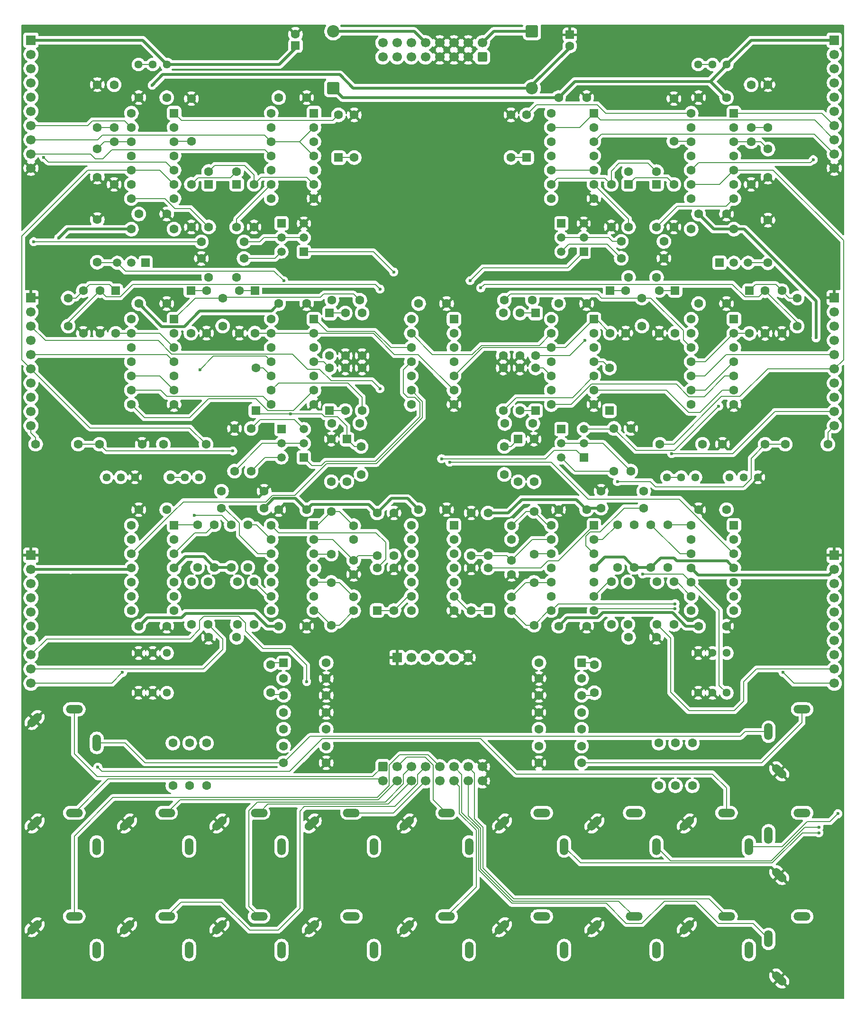
<source format=gtl>
%TF.GenerationSoftware,KiCad,Pcbnew,9.0.6*%
%TF.CreationDate,2025-12-25T18:10:40+01:00*%
%TF.ProjectId,DMH_VCEG_PCB_1_Mk1_1,444d485f-5643-4454-975f-5043425f315f,1*%
%TF.SameCoordinates,Original*%
%TF.FileFunction,Copper,L1,Top*%
%TF.FilePolarity,Positive*%
%FSLAX46Y46*%
G04 Gerber Fmt 4.6, Leading zero omitted, Abs format (unit mm)*
G04 Created by KiCad (PCBNEW 9.0.6) date 2025-12-25 18:10:40*
%MOMM*%
%LPD*%
G01*
G04 APERTURE LIST*
G04 Aperture macros list*
%AMRoundRect*
0 Rectangle with rounded corners*
0 $1 Rounding radius*
0 $2 $3 $4 $5 $6 $7 $8 $9 X,Y pos of 4 corners*
0 Add a 4 corners polygon primitive as box body*
4,1,4,$2,$3,$4,$5,$6,$7,$8,$9,$2,$3,0*
0 Add four circle primitives for the rounded corners*
1,1,$1+$1,$2,$3*
1,1,$1+$1,$4,$5*
1,1,$1+$1,$6,$7*
1,1,$1+$1,$8,$9*
0 Add four rect primitives between the rounded corners*
20,1,$1+$1,$2,$3,$4,$5,0*
20,1,$1+$1,$4,$5,$6,$7,0*
20,1,$1+$1,$6,$7,$8,$9,0*
20,1,$1+$1,$8,$9,$2,$3,0*%
%AMHorizOval*
0 Thick line with rounded ends*
0 $1 width*
0 $2 $3 position (X,Y) of the first rounded end (center of the circle)*
0 $4 $5 position (X,Y) of the second rounded end (center of the circle)*
0 Add line between two ends*
20,1,$1,$2,$3,$4,$5,0*
0 Add two circle primitives to create the rounded ends*
1,1,$1,$2,$3*
1,1,$1,$4,$5*%
G04 Aperture macros list end*
%TA.AperFunction,ComponentPad*%
%ADD10C,1.600000*%
%TD*%
%TA.AperFunction,ComponentPad*%
%ADD11RoundRect,0.250000X0.550000X0.550000X-0.550000X0.550000X-0.550000X-0.550000X0.550000X-0.550000X0*%
%TD*%
%TA.AperFunction,ComponentPad*%
%ADD12R,1.500000X1.500000*%
%TD*%
%TA.AperFunction,ComponentPad*%
%ADD13C,1.500000*%
%TD*%
%TA.AperFunction,ComponentPad*%
%ADD14HorizOval,1.508000X-0.533159X-0.533159X0.533159X0.533159X0*%
%TD*%
%TA.AperFunction,ComponentPad*%
%ADD15O,1.508000X3.016000*%
%TD*%
%TA.AperFunction,ComponentPad*%
%ADD16O,3.016000X1.508000*%
%TD*%
%TA.AperFunction,ComponentPad*%
%ADD17R,1.700000X1.700000*%
%TD*%
%TA.AperFunction,ComponentPad*%
%ADD18C,1.700000*%
%TD*%
%TA.AperFunction,ComponentPad*%
%ADD19HorizOval,1.508000X-0.533159X0.533159X0.533159X-0.533159X0*%
%TD*%
%TA.AperFunction,ComponentPad*%
%ADD20C,1.440000*%
%TD*%
%TA.AperFunction,ComponentPad*%
%ADD21RoundRect,0.250000X0.550000X-0.550000X0.550000X0.550000X-0.550000X0.550000X-0.550000X-0.550000X0*%
%TD*%
%TA.AperFunction,ComponentPad*%
%ADD22RoundRect,0.250000X-0.550000X0.550000X-0.550000X-0.550000X0.550000X-0.550000X0.550000X0.550000X0*%
%TD*%
%TA.AperFunction,ComponentPad*%
%ADD23RoundRect,0.249999X-0.850001X0.850001X-0.850001X-0.850001X0.850001X-0.850001X0.850001X0.850001X0*%
%TD*%
%TA.AperFunction,ComponentPad*%
%ADD24C,2.200000*%
%TD*%
%TA.AperFunction,ComponentPad*%
%ADD25RoundRect,0.250000X-0.600000X0.600000X-0.600000X-0.600000X0.600000X-0.600000X0.600000X0.600000X0*%
%TD*%
%TA.AperFunction,ComponentPad*%
%ADD26RoundRect,0.250000X0.600000X-0.600000X0.600000X0.600000X-0.600000X0.600000X-0.600000X-0.600000X0*%
%TD*%
%TA.AperFunction,ComponentPad*%
%ADD27RoundRect,0.249999X0.850001X-0.850001X0.850001X0.850001X-0.850001X0.850001X-0.850001X-0.850001X0*%
%TD*%
%TA.AperFunction,ComponentPad*%
%ADD28RoundRect,0.250000X-0.550000X-0.550000X0.550000X-0.550000X0.550000X0.550000X-0.550000X0.550000X0*%
%TD*%
%TA.AperFunction,ViaPad*%
%ADD29C,0.600000*%
%TD*%
%TA.AperFunction,Conductor*%
%ADD30C,0.200000*%
%TD*%
%TA.AperFunction,Conductor*%
%ADD31C,0.500000*%
%TD*%
G04 APERTURE END LIST*
D10*
%TO.P,U13,14,VDD*%
%TO.N,+12V*%
X121190000Y-95585000D03*
%TO.P,U13,13*%
%TO.N,/Core Circuit B/ProcGate*%
X121190000Y-98125000D03*
%TO.P,U13,12*%
%TO.N,/Core Circuit B/InvGate*%
X121190000Y-100665000D03*
%TO.P,U13,11*%
%TO.N,Net-(D34-K)*%
X121190000Y-103205000D03*
%TO.P,U13,10*%
%TO.N,Net-(D35-A)*%
X121190000Y-105745000D03*
%TO.P,U13,9*%
%TO.N,/Core Circuit B/Dec*%
X121190000Y-108285000D03*
%TO.P,U13,8*%
%TO.N,Net-(U13-Pad8)*%
X121190000Y-110825000D03*
%TO.P,U13,7,VSS*%
%TO.N,GND*%
X128810000Y-110825000D03*
%TO.P,U13,6*%
%TO.N,Net-(U13-Pad6)*%
X128810000Y-108285000D03*
%TO.P,U13,5*%
%TO.N,Net-(C71-Pad2)*%
X128810000Y-105745000D03*
%TO.P,U13,4*%
%TO.N,Net-(D22-A)*%
X128810000Y-103205000D03*
%TO.P,U13,3*%
%TO.N,Net-(C58-Pad1)*%
X128810000Y-100665000D03*
%TO.P,U13,2*%
%TO.N,Net-(U12-Pad2)*%
X128810000Y-98125000D03*
D11*
%TO.P,U13,1*%
%TO.N,/Core Circuit B/InvGate*%
X128810000Y-95585000D03*
%TD*%
D10*
%TO.P,R3,2*%
%TO.N,Net-(Q18-E)*%
X159900000Y-85510000D03*
%TO.P,R3,1*%
%TO.N,GND*%
X159900000Y-77890000D03*
%TD*%
D11*
%TO.P,U26,1*%
%TO.N,Net-(Q18-C)*%
X103810000Y-95585000D03*
D10*
%TO.P,U26,2*%
%TO.N,Net-(J27J-Pin_10)*%
X103810000Y-98125000D03*
%TO.P,U26,3*%
X103810000Y-100665000D03*
%TO.P,U26,4*%
%TO.N,Net-(Q20-C)*%
X103810000Y-103205000D03*
%TO.P,U26,5*%
%TO.N,/Core Circuit B/InvGate*%
X103810000Y-105745000D03*
%TO.P,U26,6*%
%TO.N,/Core Circuit A/InvGate*%
X103810000Y-108285000D03*
%TO.P,U26,7,V_{SS}*%
%TO.N,GND*%
X103810000Y-110825000D03*
%TO.P,U26,8*%
%TO.N,Net-(Q4-C)*%
X96190000Y-110825000D03*
%TO.P,U26,9*%
%TO.N,Net-(J23J-Pin_10)*%
X96190000Y-108285000D03*
%TO.P,U26,10*%
X96190000Y-105745000D03*
%TO.P,U26,11*%
%TO.N,Net-(Q2-C)*%
X96190000Y-103205000D03*
%TO.P,U26,12*%
%TO.N,/Core Circuit A/ProcGate*%
X96190000Y-100665000D03*
%TO.P,U26,13*%
%TO.N,/Core Circuit B/ProcGate*%
X96190000Y-98125000D03*
%TO.P,U26,14,V_{DD}*%
%TO.N,+12V*%
X96190000Y-95585000D03*
%TD*%
%TO.P,R202,1*%
%TO.N,GND*%
X40100000Y-77790000D03*
%TO.P,R202,2*%
%TO.N,Net-(Q2-E)*%
X40100000Y-85410000D03*
%TD*%
D12*
%TO.P,Q6,1,C*%
%TO.N,+12V*%
X151260000Y-85500000D03*
D13*
%TO.P,Q6,2,B*%
%TO.N,/CV Processing B/Max Level*%
X153800000Y-85500000D03*
%TO.P,Q6,3,E*%
%TO.N,Net-(Q18-E)*%
X156340000Y-85500000D03*
%TD*%
D12*
%TO.P,Q5,1,C*%
%TO.N,+12V*%
X48740000Y-85500000D03*
D13*
%TO.P,Q5,2,B*%
%TO.N,/CV Processing A/Max Level*%
X46200000Y-85500000D03*
%TO.P,Q5,3,E*%
%TO.N,Net-(Q2-E)*%
X43660000Y-85500000D03*
%TD*%
D10*
%TO.P,C79,1*%
%TO.N,+12V*%
X97500000Y-92800000D03*
%TO.P,C79,2*%
%TO.N,GND*%
X102500000Y-92800000D03*
%TD*%
D14*
%TO.P,J19,S*%
%TO.N,GND*%
X145403810Y-204153810D03*
D15*
%TO.P,J19,T*%
%TO.N,Net-(J19-PadT)*%
X156500000Y-208250000D03*
D16*
%TO.P,J19,TN*%
%TO.N,/Inputs and Outputs A/Out - B*%
X152500000Y-202250000D03*
%TD*%
D14*
%TO.P,J14,S*%
%TO.N,GND*%
X112403810Y-185653810D03*
D15*
%TO.P,J14,T*%
%TO.N,Net-(J27H-Pin_8)*%
X123500000Y-189750000D03*
D16*
%TO.P,J14,TN*%
%TO.N,/Inputs and Outputs A/Rel CV A T*%
X119500000Y-183750000D03*
%TD*%
D17*
%TO.P,J24,1,Pin_1*%
%TO.N,GND*%
X93650000Y-156000000D03*
D18*
%TO.P,J24,2,Pin_2*%
%TO.N,/Core Circuit A/ProcGate*%
X96190000Y-156000000D03*
%TO.P,J24,3,Pin_3*%
%TO.N,Net-(J24C-Pin_3)*%
X98730000Y-156000000D03*
%TO.P,J24,4,Pin_4*%
%TO.N,Net-(J24D-Pin_4)*%
X101270000Y-156000000D03*
%TO.P,J24,5,Pin_5*%
%TO.N,/Core Circuit B/ProcGate*%
X103810000Y-156000000D03*
%TO.P,J24,6,Pin_6*%
%TO.N,GND*%
X106350000Y-156000000D03*
%TD*%
D14*
%TO.P,J3,S*%
%TO.N,GND*%
X61903810Y-185653810D03*
D15*
%TO.P,J3,T*%
%TO.N,/Inputs and Outputs A/Sus CV A T*%
X73000000Y-189750000D03*
D16*
%TO.P,J3,TN*%
%TO.N,Net-(J200-Pin_11)*%
X69000000Y-183750000D03*
%TD*%
D14*
%TO.P,J1,S*%
%TO.N,GND*%
X28903810Y-185653810D03*
D15*
%TO.P,J1,T*%
%TO.N,/Inputs and Outputs A/Att CV A T*%
X40000000Y-189750000D03*
D16*
%TO.P,J1,TN*%
%TO.N,Net-(J200-Pin_9)*%
X36000000Y-183750000D03*
%TD*%
D14*
%TO.P,J5,S*%
%TO.N,GND*%
X78403810Y-204153810D03*
D15*
%TO.P,J5,T*%
%TO.N,/Core Circuit A/Gate*%
X89500000Y-208250000D03*
D16*
%TO.P,J5,TN*%
%TO.N,/Inputs and Outputs A/Gate A TN*%
X85500000Y-202250000D03*
%TD*%
D19*
%TO.P,J20,S*%
%TO.N,GND*%
X161903810Y-213346190D03*
D16*
%TO.P,J20,T*%
%TO.N,Net-(J20-PadT)*%
X166000000Y-202250000D03*
D15*
%TO.P,J20,TN*%
%TO.N,/Inputs and Outputs A/Out + B*%
X160000000Y-206250000D03*
%TD*%
D14*
%TO.P,J4,S*%
%TO.N,GND*%
X78403810Y-185653810D03*
D15*
%TO.P,J4,T*%
%TO.N,/Inputs and Outputs A/Rel CV A T*%
X89500000Y-189750000D03*
D16*
%TO.P,J4,TN*%
%TO.N,Net-(J200-Pin_12)*%
X85500000Y-183750000D03*
%TD*%
D14*
%TO.P,J18,S*%
%TO.N,GND*%
X128903810Y-204153810D03*
D15*
%TO.P,J18,T*%
%TO.N,/Core Circuit B/Out R*%
X140000000Y-208250000D03*
D16*
%TO.P,J18,TN*%
%TO.N,/Inputs and Outputs A/Out R B*%
X136000000Y-202250000D03*
%TD*%
D17*
%TO.P,J21,1,Pin_1*%
%TO.N,+12V*%
X28250000Y-45750000D03*
D18*
%TO.P,J21,2,Pin_2*%
%TO.N,/CV Processing A/Sus CV*%
X28250000Y-48290000D03*
%TO.P,J21,3,Pin_3*%
%TO.N,/CV Processing A/Att CV*%
X28250000Y-50830000D03*
%TO.P,J21,4,Pin_4*%
%TO.N,/Core Circuit A/Dec_State*%
X28250000Y-53370000D03*
%TO.P,J21,5,Pin_5*%
%TO.N,/Core Circuit A/Sus_State*%
X28250000Y-55910000D03*
%TO.P,J21,6,Pin_6*%
%TO.N,Net-(J21F-Pin_6)*%
X28250000Y-58450000D03*
%TO.P,J21,7,Pin_7*%
%TO.N,/CV Processing A/Max Level*%
X28250000Y-60990000D03*
%TO.P,J21,8,Pin_8*%
%TO.N,/Core Circuit A/Att_State*%
X28250000Y-63530000D03*
%TO.P,J21,9,Pin_9*%
%TO.N,/Core Circuit A/Rel_State*%
X28250000Y-66070000D03*
%TO.P,J21,10,Pin_10*%
%TO.N,GND*%
X28250000Y-68610000D03*
%TD*%
D14*
%TO.P,J7,S*%
%TO.N,GND*%
X95403810Y-185653810D03*
D15*
%TO.P,J7,T*%
%TO.N,Net-(J22C-Pin_3)*%
X106500000Y-189750000D03*
D16*
%TO.P,J7,TN*%
%TO.N,Net-(J200-Pin_2)*%
X102500000Y-183750000D03*
%TD*%
D14*
%TO.P,J8,S*%
%TO.N,GND*%
X61903810Y-204153810D03*
D15*
%TO.P,J8,T*%
%TO.N,/Core Circuit A/Out R*%
X73000000Y-208250000D03*
D16*
%TO.P,J8,TN*%
%TO.N,Net-(J200-Pin_3)*%
X69000000Y-202250000D03*
%TD*%
D17*
%TO.P,J27,1,Pin_1*%
%TO.N,GND*%
X171750000Y-137750000D03*
D18*
%TO.P,J27,2,Pin_2*%
%TO.N,-12V*%
X171750000Y-140290000D03*
%TO.P,J27,3,Pin_3*%
%TO.N,Net-(J27C-Pin_3)*%
X171750000Y-142830000D03*
%TO.P,J27,4,Pin_4*%
%TO.N,unconnected-(J27D-Pin_4-Pad4)*%
X171750000Y-145370000D03*
%TO.P,J27,5,Pin_5*%
%TO.N,unconnected-(J27E-Pin_5-Pad5)*%
X171750000Y-147910000D03*
%TO.P,J27,6,Pin_6*%
%TO.N,unconnected-(J27F-Pin_6-Pad6)*%
X171750000Y-150450000D03*
%TO.P,J27,7,Pin_7*%
%TO.N,unconnected-(J27G-Pin_7-Pad7)*%
X171750000Y-152990000D03*
%TO.P,J27,8,Pin_8*%
%TO.N,Net-(J27H-Pin_8)*%
X171750000Y-155530000D03*
%TO.P,J27,9,Pin_9*%
%TO.N,Net-(J27I-Pin_9)*%
X171750000Y-158070000D03*
%TO.P,J27,10,Pin_10*%
%TO.N,Net-(J27J-Pin_10)*%
X171750000Y-160610000D03*
%TD*%
D17*
%TO.P,J23,1,Pin_1*%
%TO.N,GND*%
X28250000Y-137750000D03*
D18*
%TO.P,J23,2,Pin_2*%
%TO.N,-12V*%
X28250000Y-140290000D03*
%TO.P,J23,3,Pin_3*%
%TO.N,/Inputs and Outputs A/Sus CV A T*%
X28250000Y-142830000D03*
%TO.P,J23,4,Pin_4*%
%TO.N,unconnected-(J23D-Pin_4-Pad4)*%
X28250000Y-145370000D03*
%TO.P,J23,5,Pin_5*%
%TO.N,unconnected-(J23E-Pin_5-Pad5)*%
X28250000Y-147910000D03*
%TO.P,J23,6,Pin_6*%
%TO.N,unconnected-(J23F-Pin_6-Pad6)*%
X28250000Y-150450000D03*
%TO.P,J23,7,Pin_7*%
%TO.N,unconnected-(J23G-Pin_7-Pad7)*%
X28250000Y-152990000D03*
%TO.P,J23,8,Pin_8*%
%TO.N,/Inputs and Outputs A/Rel CV A T*%
X28250000Y-155530000D03*
%TO.P,J23,9,Pin_9*%
%TO.N,Net-(J23I-Pin_9)*%
X28250000Y-158070000D03*
%TO.P,J23,10,Pin_10*%
%TO.N,Net-(J23J-Pin_10)*%
X28250000Y-160610000D03*
%TD*%
D14*
%TO.P,J10,S*%
%TO.N,GND*%
X28903810Y-204153810D03*
D15*
%TO.P,J10,T*%
%TO.N,Net-(J10-PadT)*%
X40000000Y-208250000D03*
D16*
%TO.P,J10,TN*%
%TO.N,Net-(J200-Pin_5)*%
X36000000Y-202250000D03*
%TD*%
D14*
%TO.P,J13,S*%
%TO.N,GND*%
X128903810Y-185653810D03*
D15*
%TO.P,J13,T*%
%TO.N,Net-(J27C-Pin_3)*%
X140000000Y-189750000D03*
D16*
%TO.P,J13,TN*%
%TO.N,/Inputs and Outputs A/Sus CV A T*%
X136000000Y-183750000D03*
%TD*%
D17*
%TO.P,J26,1,Pin_1*%
%TO.N,GND*%
X171750000Y-91750000D03*
D18*
%TO.P,J26,2,Pin_2*%
%TO.N,Net-(J26B-Pin_2)*%
X171750000Y-94290000D03*
%TO.P,J26,3,Pin_3*%
%TO.N,Net-(J26C-Pin_3)*%
X171750000Y-96830000D03*
%TO.P,J26,4,Pin_4*%
%TO.N,Net-(J26D-Pin_4)*%
X171750000Y-99370000D03*
%TO.P,J26,5,Pin_5*%
%TO.N,/Core Circuit B/Inv Sus State*%
X171750000Y-101910000D03*
%TO.P,J26,6,Pin_6*%
%TO.N,/Core Circuit B/Out*%
X171750000Y-104450000D03*
%TO.P,J26,7,Pin_7*%
%TO.N,/CV Processing B/Dec CV*%
X171750000Y-106990000D03*
%TO.P,J26,8,Pin_8*%
%TO.N,/CV Processing B/Rel CV*%
X171750000Y-109530000D03*
%TO.P,J26,9,Pin_9*%
%TO.N,/CV Processing B/Rel Proc CV*%
X171750000Y-112070000D03*
%TO.P,J26,10,Pin_10*%
%TO.N,/CV Processing B/Sus Level*%
X171750000Y-114610000D03*
%TD*%
D14*
%TO.P,J6,S*%
%TO.N,GND*%
X28903810Y-167153810D03*
D15*
%TO.P,J6,T*%
%TO.N,/Core Circuit A/Trig*%
X40000000Y-171250000D03*
D16*
%TO.P,J6,TN*%
%TO.N,Net-(J200-Pin_1)*%
X36000000Y-165250000D03*
%TD*%
D17*
%TO.P,J22,1,Pin_1*%
%TO.N,GND*%
X28250000Y-91750000D03*
D18*
%TO.P,J22,2,Pin_2*%
%TO.N,/Inputs and Outputs A/Att CV A T*%
X28250000Y-94290000D03*
%TO.P,J22,3,Pin_3*%
%TO.N,Net-(J22C-Pin_3)*%
X28250000Y-96830000D03*
%TO.P,J22,4,Pin_4*%
%TO.N,/Inputs and Outputs A/Dec CV A T*%
X28250000Y-99370000D03*
%TO.P,J22,5,Pin_5*%
%TO.N,/Core Circuit A/Inv Sus State*%
X28250000Y-101910000D03*
%TO.P,J22,6,Pin_6*%
%TO.N,/Core Circuit A/Out*%
X28250000Y-104450000D03*
%TO.P,J22,7,Pin_7*%
%TO.N,/CV Processing A/Dec CV*%
X28250000Y-106990000D03*
%TO.P,J22,8,Pin_8*%
%TO.N,/CV Processing A/Rel CV*%
X28250000Y-109530000D03*
%TO.P,J22,9,Pin_9*%
%TO.N,/CV Processing A/Rel Proc CV*%
X28250000Y-112070000D03*
%TO.P,J22,10,Pin_10*%
%TO.N,/CV Processing A/Sus Level*%
X28250000Y-114610000D03*
%TD*%
D14*
%TO.P,J12,S*%
%TO.N,GND*%
X145403810Y-185653810D03*
D15*
%TO.P,J12,T*%
%TO.N,Net-(J26D-Pin_4)*%
X156500000Y-189750000D03*
D16*
%TO.P,J12,TN*%
%TO.N,/Inputs and Outputs A/Dec CV A T*%
X152500000Y-183750000D03*
%TD*%
D14*
%TO.P,J2,S*%
%TO.N,GND*%
X45403810Y-185653810D03*
D15*
%TO.P,J2,T*%
%TO.N,/Inputs and Outputs A/Dec CV A T*%
X56500000Y-189750000D03*
D16*
%TO.P,J2,TN*%
%TO.N,Net-(J200-Pin_10)*%
X52500000Y-183750000D03*
%TD*%
D19*
%TO.P,J16,S*%
%TO.N,GND*%
X161903810Y-176346190D03*
D16*
%TO.P,J16,T*%
%TO.N,/Core Circuit B/Trig*%
X166000000Y-165250000D03*
D15*
%TO.P,J16,TN*%
%TO.N,/Core Circuit A/Trig*%
X160000000Y-169250000D03*
%TD*%
D17*
%TO.P,J25,1,Pin_1*%
%TO.N,+12V*%
X171750000Y-45750000D03*
D18*
%TO.P,J25,2,Pin_2*%
%TO.N,/CV Processing B/Sus CV*%
X171750000Y-48290000D03*
%TO.P,J25,3,Pin_3*%
%TO.N,/CV Processing B/Att CV*%
X171750000Y-50830000D03*
%TO.P,J25,4,Pin_4*%
%TO.N,/Core Circuit B/Dec_State*%
X171750000Y-53370000D03*
%TO.P,J25,5,Pin_5*%
%TO.N,/Core Circuit B/Sus_State*%
X171750000Y-55910000D03*
%TO.P,J25,6,Pin_6*%
%TO.N,Net-(J25F-Pin_6)*%
X171750000Y-58450000D03*
%TO.P,J25,7,Pin_7*%
%TO.N,/CV Processing B/Max Level*%
X171750000Y-60990000D03*
%TO.P,J25,8,Pin_8*%
%TO.N,/Core Circuit B/Att_State*%
X171750000Y-63530000D03*
%TO.P,J25,9,Pin_9*%
%TO.N,/Core Circuit B/Rel_State*%
X171750000Y-66070000D03*
%TO.P,J25,10,Pin_10*%
%TO.N,GND*%
X171750000Y-68610000D03*
%TD*%
D14*
%TO.P,J17,S*%
%TO.N,GND*%
X95403810Y-204153810D03*
D15*
%TO.P,J17,T*%
%TO.N,Net-(J26C-Pin_3)*%
X106500000Y-208250000D03*
D16*
%TO.P,J17,TN*%
%TO.N,/Inputs and Outputs A/SG Out B*%
X102500000Y-202250000D03*
%TD*%
D19*
%TO.P,J11,S*%
%TO.N,GND*%
X161903810Y-194846190D03*
D16*
%TO.P,J11,T*%
%TO.N,Net-(J26B-Pin_2)*%
X166000000Y-183750000D03*
D15*
%TO.P,J11,TN*%
%TO.N,/Inputs and Outputs A/Att CV A T*%
X160000000Y-187750000D03*
%TD*%
D14*
%TO.P,J15,S*%
%TO.N,GND*%
X112403810Y-204153810D03*
D15*
%TO.P,J15,T*%
%TO.N,/Core Circuit B/Gate*%
X123500000Y-208250000D03*
D16*
%TO.P,J15,TN*%
%TO.N,/Inputs and Outputs A/Gate A TN*%
X119500000Y-202250000D03*
%TD*%
D14*
%TO.P,J9,S*%
%TO.N,GND*%
X45403810Y-204153810D03*
D15*
%TO.P,J9,T*%
%TO.N,Net-(J9-PadT)*%
X56500000Y-208250000D03*
D16*
%TO.P,J9,TN*%
%TO.N,Net-(J200-Pin_4)*%
X52500000Y-202250000D03*
%TD*%
D10*
%TO.P,R110,1*%
%TO.N,GND*%
X119000000Y-159750000D03*
%TO.P,R110,2*%
%TO.N,Net-(D23-K)*%
X126620000Y-159750000D03*
%TD*%
D20*
%TO.P,RV20,1,1*%
%TO.N,Net-(U7A-+)*%
X52540000Y-155200000D03*
%TO.P,RV20,2,2*%
%TO.N,GND*%
X50000000Y-155200000D03*
%TO.P,RV20,3,3*%
X47460000Y-155200000D03*
%TD*%
D10*
%TO.P,R143,1*%
%TO.N,Net-(C71-Pad2)*%
X112600000Y-111910000D03*
%TO.P,R143,2*%
%TO.N,GND*%
X112600000Y-104290000D03*
%TD*%
%TO.P,R106,1*%
%TO.N,Net-(U11C-+)*%
X118990000Y-171800000D03*
%TO.P,R106,2*%
%TO.N,/Core Circuit B/Trig*%
X126610000Y-171800000D03*
%TD*%
%TO.P,R35,1*%
%TO.N,GND*%
X43100000Y-71510000D03*
%TO.P,R35,2*%
%TO.N,Net-(U5D-+)*%
X43100000Y-63890000D03*
%TD*%
%TO.P,R5,1*%
%TO.N,Net-(D4-A)*%
X81900000Y-150210000D03*
%TO.P,R5,2*%
%TO.N,Net-(U1B-+)*%
X81900000Y-142590000D03*
%TD*%
%TO.P,R131,1*%
%TO.N,+12V*%
X130090000Y-129300000D03*
%TO.P,R131,2*%
%TO.N,Net-(U11A-+)*%
X137710000Y-129300000D03*
%TD*%
D11*
%TO.P,U16,1*%
%TO.N,Net-(U13-Pad8)*%
X153810000Y-95585000D03*
D10*
%TO.P,U16,2*%
%TO.N,/Core Circuit B/Sus_State*%
X153810000Y-98125000D03*
%TO.P,U16,3*%
%TO.N,/Core Circuit B/Dec_State*%
X153810000Y-100665000D03*
%TO.P,U16,4*%
%TO.N,Net-(U16-Pad4)*%
X153810000Y-103205000D03*
%TO.P,U16,5*%
%TO.N,Net-(U13-Pad8)*%
X153810000Y-105745000D03*
%TO.P,U16,6*%
%TO.N,Net-(U13-Pad6)*%
X153810000Y-108285000D03*
%TO.P,U16,7,VSS*%
%TO.N,GND*%
X153810000Y-110825000D03*
%TO.P,U16,8*%
%TO.N,/Core Circuit B/Sus_State*%
X146190000Y-110825000D03*
%TO.P,U16,9*%
%TO.N,Net-(U16-Pad4)*%
X146190000Y-108285000D03*
%TO.P,U16,10*%
%TO.N,/Core Circuit B/Inv Sus State*%
X146190000Y-105745000D03*
%TO.P,U16,11*%
%TO.N,/Core Circuit B/Sus_State*%
X146190000Y-103205000D03*
%TO.P,U16,12*%
%TO.N,/Core Circuit B/Sus_Reset*%
X146190000Y-100665000D03*
%TO.P,U16,13*%
%TO.N,/Core Circuit B/Inv Sus State*%
X146190000Y-98125000D03*
%TO.P,U16,14,VDD*%
%TO.N,+12V*%
X146190000Y-95585000D03*
%TD*%
%TO.P,C27,1*%
%TO.N,+12V*%
X152500000Y-56000000D03*
%TO.P,C27,2*%
%TO.N,GND*%
X147500000Y-56000000D03*
%TD*%
%TO.P,C5,1*%
%TO.N,+12V*%
X72500000Y-56000000D03*
%TO.P,C5,2*%
%TO.N,GND*%
X77500000Y-56000000D03*
%TD*%
%TO.P,R39,1*%
%TO.N,/Core Circuit A/Sus_Reset*%
X87400000Y-94490000D03*
%TO.P,R39,2*%
%TO.N,GND*%
X87400000Y-102110000D03*
%TD*%
D20*
%TO.P,RV41,1,1*%
%TO.N,Net-(U17D-+)*%
X152540000Y-155200000D03*
%TO.P,RV41,2,2*%
%TO.N,GND*%
X150000000Y-155200000D03*
%TO.P,RV41,3,3*%
X147460000Y-155200000D03*
%TD*%
D10*
%TO.P,R132,1*%
%TO.N,GND*%
X156900000Y-71510000D03*
%TO.P,R132,2*%
%TO.N,Net-(U15A-+)*%
X156900000Y-63890000D03*
%TD*%
%TO.P,C22,1*%
%TO.N,+12V*%
X127500000Y-129600000D03*
%TO.P,C22,2*%
%TO.N,GND*%
X122500000Y-129600000D03*
%TD*%
%TO.P,R91,1*%
%TO.N,Net-(R91-Pad1)*%
X59600000Y-171290000D03*
%TO.P,R91,2*%
%TO.N,Net-(J9-PadT)*%
X59600000Y-178910000D03*
%TD*%
D11*
%TO.P,U11,1*%
%TO.N,Net-(D32-A)*%
X128810000Y-132385000D03*
D10*
%TO.P,U11,2,-*%
%TO.N,/Core Circuit B/Out*%
X128810000Y-134925000D03*
%TO.P,U11,3,+*%
%TO.N,Net-(U11A-+)*%
X128810000Y-137465000D03*
%TO.P,U11,4,V+*%
%TO.N,+12V*%
X128810000Y-140005000D03*
%TO.P,U11,5,+*%
%TO.N,Net-(U11B-+)*%
X128810000Y-142545000D03*
%TO.P,U11,6,-*%
%TO.N,Net-(U11B--)*%
X128810000Y-145085000D03*
%TO.P,U11,7*%
%TO.N,Net-(U15D--)*%
X128810000Y-147625000D03*
%TO.P,U11,8*%
%TO.N,Net-(D23-A)*%
X121190000Y-147625000D03*
%TO.P,U11,9,-*%
%TO.N,Net-(U11C--)*%
X121190000Y-145085000D03*
%TO.P,U11,10,+*%
%TO.N,Net-(U11C-+)*%
X121190000Y-142545000D03*
%TO.P,U11,11,V-*%
%TO.N,-12V*%
X121190000Y-140005000D03*
%TO.P,U11,12,+*%
%TO.N,Net-(U11D-+)*%
X121190000Y-137465000D03*
%TO.P,U11,13,-*%
%TO.N,Net-(U11C--)*%
X121190000Y-134925000D03*
%TO.P,U11,14*%
%TO.N,Net-(D24-A)*%
X121190000Y-132385000D03*
%TD*%
%TO.P,R114,1*%
%TO.N,GND*%
X106900000Y-130190000D03*
%TO.P,R114,2*%
%TO.N,Net-(U11C--)*%
X106900000Y-137810000D03*
%TD*%
%TO.P,R25,1*%
%TO.N,GND*%
X56900000Y-79110000D03*
%TO.P,R25,2*%
%TO.N,Net-(D6-K)*%
X56900000Y-71490000D03*
%TD*%
%TO.P,R34,1*%
%TO.N,+12V*%
X69910000Y-129300000D03*
%TO.P,R34,2*%
%TO.N,Net-(U1D-+)*%
X62290000Y-129300000D03*
%TD*%
%TO.P,R193,1*%
%TO.N,Net-(U17D-+)*%
X139000000Y-132290000D03*
%TO.P,R193,2*%
%TO.N,+12V*%
X139000000Y-139910000D03*
%TD*%
%TO.P,C10,1*%
%TO.N,+12V*%
X47500000Y-92800000D03*
%TO.P,C10,2*%
%TO.N,GND*%
X52500000Y-92800000D03*
%TD*%
%TO.P,C68,1*%
%TO.N,Net-(D31-K)*%
X135000000Y-88100000D03*
%TO.P,C68,2*%
%TO.N,/Core Circuit B/Sus_Reset*%
X140000000Y-88100000D03*
%TD*%
%TO.P,C6,1*%
%TO.N,+12V*%
X72500000Y-92800000D03*
%TO.P,C6,2*%
%TO.N,GND*%
X77500000Y-92800000D03*
%TD*%
D11*
%TO.P,U1,1*%
%TO.N,Net-(D5-A)*%
X78810000Y-132385000D03*
D10*
%TO.P,U1,2,-*%
%TO.N,Net-(U1A--)*%
X78810000Y-134925000D03*
%TO.P,U1,3,+*%
%TO.N,Net-(U1A-+)*%
X78810000Y-137465000D03*
%TO.P,U1,4,V+*%
%TO.N,+12V*%
X78810000Y-140005000D03*
%TO.P,U1,5,+*%
%TO.N,Net-(U1B-+)*%
X78810000Y-142545000D03*
%TO.P,U1,6,-*%
%TO.N,Net-(U1A--)*%
X78810000Y-145085000D03*
%TO.P,U1,7*%
%TO.N,Net-(D4-A)*%
X78810000Y-147625000D03*
%TO.P,U1,8*%
%TO.N,Net-(U5A--)*%
X71190000Y-147625000D03*
%TO.P,U1,9,-*%
%TO.N,Net-(U1C--)*%
X71190000Y-145085000D03*
%TO.P,U1,10,+*%
%TO.N,Net-(U1C-+)*%
X71190000Y-142545000D03*
%TO.P,U1,11,V-*%
%TO.N,-12V*%
X71190000Y-140005000D03*
%TO.P,U1,12,+*%
%TO.N,Net-(U1D-+)*%
X71190000Y-137465000D03*
%TO.P,U1,13,-*%
%TO.N,/Core Circuit A/Out*%
X71190000Y-134925000D03*
%TO.P,U1,14*%
%TO.N,Net-(D13-A)*%
X71190000Y-132385000D03*
%TD*%
%TO.P,C25,1*%
%TO.N,+12V*%
X122500000Y-92800000D03*
%TO.P,C25,2*%
%TO.N,GND*%
X127500000Y-92800000D03*
%TD*%
%TO.P,R19,1*%
%TO.N,GND*%
X159900000Y-53690000D03*
%TO.P,R19,2*%
%TO.N,Net-(U15B--)*%
X159900000Y-61310000D03*
%TD*%
%TO.P,C11,1*%
%TO.N,+12V*%
X52500000Y-129600000D03*
%TO.P,C11,2*%
%TO.N,GND*%
X47500000Y-129600000D03*
%TD*%
%TO.P,R14,1*%
%TO.N,GND*%
X81010000Y-162750000D03*
%TO.P,R14,2*%
%TO.N,Net-(C43-Pad2)*%
X73390000Y-162750000D03*
%TD*%
%TO.P,R40,1*%
%TO.N,/CV Processing A/Sus Level*%
X29090000Y-117900000D03*
%TO.P,R40,2*%
%TO.N,Net-(U1C-+)*%
X36710000Y-117900000D03*
%TD*%
D21*
%TO.P,C2,1*%
%TO.N,+12V*%
X75500000Y-46705113D03*
D10*
%TO.P,C2,2*%
%TO.N,GND*%
X75500000Y-44705113D03*
%TD*%
%TO.P,C8,1*%
%TO.N,+12V*%
X52500000Y-56000000D03*
%TO.P,C8,2*%
%TO.N,GND*%
X47500000Y-56000000D03*
%TD*%
%TO.P,R41,1*%
%TO.N,-12V*%
X46190000Y-79500000D03*
%TO.P,R41,2*%
%TO.N,Net-(U5A-+)*%
X53810000Y-79500000D03*
%TD*%
%TO.P,R118,1*%
%TO.N,GND*%
X118990000Y-165800000D03*
%TO.P,R118,2*%
%TO.N,/Core Circuit B/Gate*%
X126610000Y-165800000D03*
%TD*%
%TO.P,R108,1*%
%TO.N,GND*%
X59600000Y-98060000D03*
%TO.P,R108,2*%
%TO.N,Net-(D41-K)*%
X59600000Y-90440000D03*
%TD*%
%TO.P,C59,1*%
%TO.N,Net-(D23-K)*%
X128900000Y-157300000D03*
%TO.P,C59,2*%
%TO.N,Net-(C59-Pad2)*%
X128900000Y-162300000D03*
%TD*%
D22*
%TO.P,D33,1,K*%
%TO.N,Net-(D33-K)*%
X118400000Y-94490000D03*
D10*
%TO.P,D33,2,A*%
%TO.N,/Core Circuit B/Dec*%
X118400000Y-102110000D03*
%TD*%
%TO.P,C48,1*%
%TO.N,Net-(U1A-+)*%
X85900000Y-134950000D03*
%TO.P,C48,2*%
%TO.N,Net-(D5-A)*%
X85900000Y-132450000D03*
%TD*%
%TO.P,R1,1*%
%TO.N,Net-(Q2-E)*%
X67600000Y-115090000D03*
%TO.P,R1,2*%
%TO.N,Net-(Q1-E)*%
X67600000Y-122710000D03*
%TD*%
D23*
%TO.P,D1,1,K*%
%TO.N,Net-(D1-K)*%
X117750000Y-44170000D03*
D24*
%TO.P,D1,2,A*%
%TO.N,-12V*%
X117750000Y-54330000D03*
%TD*%
D10*
%TO.P,R45,1*%
%TO.N,Net-(D16-K)*%
X84400000Y-111910000D03*
%TO.P,R45,2*%
%TO.N,GND*%
X84400000Y-104290000D03*
%TD*%
D22*
%TO.P,D6,1,K*%
%TO.N,Net-(D6-K)*%
X65000000Y-71490000D03*
D10*
%TO.P,D6,2,A*%
%TO.N,/Core Circuit A/InvGate*%
X65000000Y-79110000D03*
%TD*%
%TO.P,R190,1*%
%TO.N,/Core Circuit B/Out*%
X140590000Y-117900000D03*
%TO.P,R190,2*%
%TO.N,Net-(U17D--)*%
X148210000Y-117900000D03*
%TD*%
%TO.P,R22,1*%
%TO.N,/Core Circuit A/Out R*%
X53600000Y-178910000D03*
%TO.P,R22,2*%
%TO.N,Net-(U7C--)*%
X53600000Y-171290000D03*
%TD*%
D21*
%TO.P,D3,1,K*%
%TO.N,/Core Circuit A/ProcGate*%
X68400000Y-111910000D03*
D10*
%TO.P,D3,2,A*%
%TO.N,Net-(D3-A)*%
X68400000Y-104290000D03*
%TD*%
%TO.P,C47,1*%
%TO.N,Net-(D6-K)*%
X65000000Y-69200000D03*
%TO.P,C47,2*%
%TO.N,Net-(D7-K)*%
X60000000Y-69200000D03*
%TD*%
D22*
%TO.P,D43,1,K*%
%TO.N,Net-(D43-K)*%
X43400000Y-90490000D03*
D10*
%TO.P,D43,2,A*%
%TO.N,/Core Circuit A/Sus_State*%
X43400000Y-98110000D03*
%TD*%
D22*
%TO.P,C1,1*%
%TO.N,GND*%
X124500000Y-44794888D03*
D10*
%TO.P,C1,2*%
%TO.N,-12V*%
X124500000Y-46794888D03*
%TD*%
%TO.P,R42,1*%
%TO.N,Net-(U1C-+)*%
X40490000Y-117900000D03*
%TO.P,R42,2*%
%TO.N,GND*%
X48110000Y-117900000D03*
%TD*%
%TO.P,R13,1*%
%TO.N,GND*%
X81010000Y-159750000D03*
%TO.P,R13,2*%
%TO.N,Net-(D4-K)*%
X73390000Y-159750000D03*
%TD*%
%TO.P,R101,1*%
%TO.N,+12V*%
X134900000Y-142490000D03*
%TO.P,R101,2*%
%TO.N,Net-(C58-Pad1)*%
X134900000Y-150110000D03*
%TD*%
%TO.P,R8,1*%
%TO.N,Net-(Q1-B)*%
X64600000Y-122710000D03*
%TO.P,R8,2*%
%TO.N,GND*%
X64600000Y-115090000D03*
%TD*%
D22*
%TO.P,D14,1,K*%
%TO.N,Net-(D14-K)*%
X81600000Y-94490000D03*
D10*
%TO.P,D14,2,A*%
%TO.N,/Core Circuit A/Dec*%
X81600000Y-102110000D03*
%TD*%
%TO.P,R4,1*%
%TO.N,+12V*%
X65100000Y-142490000D03*
%TO.P,R4,2*%
%TO.N,Net-(C42-Pad1)*%
X65100000Y-150110000D03*
%TD*%
%TO.P,R133,1*%
%TO.N,Net-(U11B--)*%
X133000000Y-139910000D03*
%TO.P,R133,2*%
%TO.N,/Core Circuit B/Out*%
X133000000Y-132290000D03*
%TD*%
%TO.P,R136,1*%
%TO.N,/Core Circuit B/Sus_Reset*%
X112600000Y-94490000D03*
%TO.P,R136,2*%
%TO.N,GND*%
X112600000Y-102110000D03*
%TD*%
%TO.P,R116,1*%
%TO.N,GND*%
X37600000Y-98110000D03*
%TO.P,R116,2*%
%TO.N,Net-(D43-K)*%
X37600000Y-90490000D03*
%TD*%
%TO.P,C28,1*%
%TO.N,GND*%
X152500000Y-76800000D03*
%TO.P,C28,2*%
%TO.N,-12V*%
X147500000Y-76800000D03*
%TD*%
%TO.P,C77,1*%
%TO.N,Net-(D41-K)*%
X62500000Y-96800000D03*
%TO.P,C77,2*%
%TO.N,/Core Circuit A/Sus_Reset*%
X62500000Y-91800000D03*
%TD*%
%TO.P,C53,1*%
%TO.N,GND*%
X40100000Y-70200000D03*
%TO.P,C53,2*%
%TO.N,Net-(U5D-+)*%
X40100000Y-65200000D03*
%TD*%
D20*
%TO.P,RV21,1,1*%
%TO.N,Net-(U7B-+)*%
X52540000Y-162305000D03*
%TO.P,RV21,2,2*%
%TO.N,GND*%
X50000000Y-162305000D03*
%TO.P,RV21,3,3*%
X47460000Y-162305000D03*
%TD*%
D22*
%TO.P,D26,1,K*%
%TO.N,Net-(D26-K)*%
X140000000Y-71490000D03*
D10*
%TO.P,D26,2,A*%
%TO.N,Net-(D26-A)*%
X140000000Y-79110000D03*
%TD*%
%TO.P,R92,1*%
%TO.N,Net-(U7B--)*%
X56900000Y-142490000D03*
%TO.P,R92,2*%
%TO.N,Net-(R92-Pad2)*%
X56900000Y-150110000D03*
%TD*%
%TO.P,R139,1*%
%TO.N,Net-(U11B-+)*%
X159410000Y-117900000D03*
%TO.P,R139,2*%
%TO.N,GND*%
X151790000Y-117900000D03*
%TD*%
%TO.P,R194,1*%
%TO.N,Net-(U17C-+)*%
X136000000Y-132290000D03*
%TO.P,R194,2*%
%TO.N,+12V*%
X136000000Y-139910000D03*
%TD*%
%TO.P,R97,1*%
%TO.N,Net-(U7B-+)*%
X64000000Y-132290000D03*
%TO.P,R97,2*%
%TO.N,+12V*%
X64000000Y-139910000D03*
%TD*%
D11*
%TO.P,U17,1*%
%TO.N,Net-(U17A--)*%
X153810000Y-132385000D03*
D10*
%TO.P,U17,2,-*%
X153810000Y-134925000D03*
%TO.P,U17,3,+*%
%TO.N,Net-(J27J-Pin_10)*%
X153810000Y-137465000D03*
%TO.P,U17,4,V+*%
%TO.N,+12V*%
X153810000Y-140005000D03*
%TO.P,U17,5,+*%
%TO.N,Net-(U17B-+)*%
X153810000Y-142545000D03*
%TO.P,U17,6,-*%
%TO.N,Net-(U17B--)*%
X153810000Y-145085000D03*
%TO.P,U17,7*%
X153810000Y-147625000D03*
%TO.P,U17,8*%
%TO.N,Net-(R189-Pad2)*%
X146190000Y-147625000D03*
%TO.P,U17,9,-*%
%TO.N,Net-(U17C--)*%
X146190000Y-145085000D03*
%TO.P,U17,10,+*%
%TO.N,Net-(U17C-+)*%
X146190000Y-142545000D03*
%TO.P,U17,11,V-*%
%TO.N,-12V*%
X146190000Y-140005000D03*
%TO.P,U17,12,+*%
%TO.N,Net-(U17D-+)*%
X146190000Y-137465000D03*
%TO.P,U17,13,-*%
%TO.N,Net-(U17D--)*%
X146190000Y-134925000D03*
%TO.P,U17,14*%
%TO.N,Net-(R188-Pad1)*%
X146190000Y-132385000D03*
%TD*%
D21*
%TO.P,D34,1,K*%
%TO.N,Net-(D34-K)*%
X116800000Y-66710000D03*
D10*
%TO.P,D34,2,A*%
%TO.N,Net-(D34-A)*%
X116800000Y-59090000D03*
%TD*%
%TO.P,C12,1*%
%TO.N,GND*%
X52500000Y-150400000D03*
%TO.P,C12,2*%
%TO.N,-12V*%
X47500000Y-150400000D03*
%TD*%
%TO.P,R36,1*%
%TO.N,Net-(U1C--)*%
X67000000Y-139910000D03*
%TO.P,R36,2*%
%TO.N,/Core Circuit A/Out*%
X67000000Y-132290000D03*
%TD*%
%TO.P,R199,1*%
%TO.N,Net-(U15B--)*%
X156900000Y-61310000D03*
%TO.P,R199,2*%
%TO.N,/CV Processing B/Max Level*%
X156900000Y-53690000D03*
%TD*%
D20*
%TO.P,RV19,1,1*%
%TO.N,Net-(R91-Pad1)*%
X58240000Y-123805000D03*
%TO.P,RV19,2,2*%
%TO.N,Net-(U7A--)*%
X55700000Y-123805000D03*
%TO.P,RV19,3,3*%
X53160000Y-123805000D03*
%TD*%
D10*
%TO.P,C31,1*%
%TO.N,GND*%
X152500000Y-150400000D03*
%TO.P,C31,2*%
%TO.N,-12V*%
X147500000Y-150400000D03*
%TD*%
D22*
%TO.P,D12,1,K*%
%TO.N,Net-(D12-K)*%
X68250000Y-90440000D03*
D10*
%TO.P,D12,2,A*%
%TO.N,/Core Circuit A/InvGate*%
X68250000Y-98060000D03*
%TD*%
%TO.P,R16,1*%
%TO.N,Net-(U1A--)*%
X90100000Y-137810000D03*
%TO.P,R16,2*%
%TO.N,+12V*%
X90100000Y-130190000D03*
%TD*%
D20*
%TO.P,RV24,1,1*%
%TO.N,Net-(U15A-+)*%
X147460000Y-50095000D03*
%TO.P,RV24,2,2*%
X150000000Y-50095000D03*
%TO.P,RV24,3,3*%
%TO.N,+12V*%
X152540000Y-50095000D03*
%TD*%
D21*
%TO.P,D32,1,K*%
%TO.N,Net-(D32-K)*%
X109900000Y-147610000D03*
D10*
%TO.P,D32,2,A*%
%TO.N,Net-(D32-A)*%
X109900000Y-139990000D03*
%TD*%
D22*
%TO.P,D41,1,K*%
%TO.N,Net-(D41-K)*%
X56800000Y-90440000D03*
D10*
%TO.P,D41,2,A*%
%TO.N,Net-(D4-A)*%
X56800000Y-98060000D03*
%TD*%
%TO.P,R98,1*%
%TO.N,Net-(Q18-E)*%
X132400000Y-115090000D03*
%TO.P,R98,2*%
%TO.N,Net-(Q17-E)*%
X132400000Y-122710000D03*
%TD*%
%TO.P,C58,1*%
%TO.N,Net-(C58-Pad1)*%
X135000000Y-152400000D03*
%TO.P,C58,2*%
%TO.N,GND*%
X140000000Y-152400000D03*
%TD*%
%TO.P,R20,1*%
%TO.N,Net-(U1A-+)*%
X81010000Y-168800000D03*
%TO.P,R20,2*%
%TO.N,/Core Circuit A/Gate*%
X73390000Y-168800000D03*
%TD*%
%TO.P,C55,1*%
%TO.N,Net-(D16-K)*%
X82000000Y-114200000D03*
%TO.P,C55,2*%
%TO.N,Net-(C55-Pad2)*%
X87000000Y-114200000D03*
%TD*%
%TO.P,R7,1*%
%TO.N,Net-(J23I-Pin_9)*%
X59900000Y-150110000D03*
%TO.P,R7,2*%
%TO.N,Net-(C42-Pad1)*%
X59900000Y-142490000D03*
%TD*%
%TO.P,C42,1*%
%TO.N,Net-(C42-Pad1)*%
X65000000Y-152400000D03*
%TO.P,C42,2*%
%TO.N,GND*%
X60000000Y-152400000D03*
%TD*%
%TO.P,R9,1*%
%TO.N,Net-(U1B-+)*%
X81010000Y-171800000D03*
%TO.P,R9,2*%
%TO.N,/Core Circuit A/Trig*%
X73390000Y-171800000D03*
%TD*%
%TO.P,R141,1*%
%TO.N,Net-(U15D-+)*%
X143100000Y-63810000D03*
%TO.P,R141,2*%
%TO.N,GND*%
X143100000Y-56190000D03*
%TD*%
D22*
%TO.P,D5,1,K*%
%TO.N,/Core Circuit A/ProcGate*%
X84700000Y-116990000D03*
D10*
%TO.P,D5,2,A*%
%TO.N,Net-(D5-A)*%
X84700000Y-124610000D03*
%TD*%
%TO.P,C72,1*%
%TO.N,+12V*%
X97500000Y-129600000D03*
%TO.P,C72,2*%
%TO.N,GND*%
X102500000Y-129600000D03*
%TD*%
D11*
%TO.P,U7,1*%
%TO.N,Net-(R91-Pad1)*%
X53810000Y-132385000D03*
D10*
%TO.P,U7,2,-*%
%TO.N,Net-(U7A--)*%
X53810000Y-134925000D03*
%TO.P,U7,3,+*%
%TO.N,Net-(U7A-+)*%
X53810000Y-137465000D03*
%TO.P,U7,4,V+*%
%TO.N,+12V*%
X53810000Y-140005000D03*
%TO.P,U7,5,+*%
%TO.N,Net-(U7B-+)*%
X53810000Y-142545000D03*
%TO.P,U7,6,-*%
%TO.N,Net-(U7B--)*%
X53810000Y-145085000D03*
%TO.P,U7,7*%
%TO.N,Net-(R92-Pad2)*%
X53810000Y-147625000D03*
%TO.P,U7,8*%
%TO.N,Net-(U7C--)*%
X46190000Y-147625000D03*
%TO.P,U7,9,-*%
X46190000Y-145085000D03*
%TO.P,U7,10,+*%
%TO.N,Net-(U7C-+)*%
X46190000Y-142545000D03*
%TO.P,U7,11,V-*%
%TO.N,-12V*%
X46190000Y-140005000D03*
%TO.P,U7,12,+*%
%TO.N,Net-(J23J-Pin_10)*%
X46190000Y-137465000D03*
%TO.P,U7,13,-*%
%TO.N,Net-(U7D--)*%
X46190000Y-134925000D03*
%TO.P,U7,14*%
X46190000Y-132385000D03*
%TD*%
%TO.P,R21,1*%
%TO.N,GND*%
X81010000Y-165800000D03*
%TO.P,R21,2*%
%TO.N,/Core Circuit A/Gate*%
X73390000Y-165800000D03*
%TD*%
%TO.P,R47,1*%
%TO.N,Net-(D15-K)*%
X86000000Y-66710000D03*
%TO.P,R47,2*%
%TO.N,GND*%
X86000000Y-59090000D03*
%TD*%
D22*
%TO.P,D44,1,K*%
%TO.N,Net-(D44-K)*%
X156600000Y-90490000D03*
D10*
%TO.P,D44,2,A*%
%TO.N,/Core Circuit B/Sus_State*%
X156600000Y-98110000D03*
%TD*%
%TO.P,C78,1*%
%TO.N,Net-(D42-K)*%
X137400000Y-96800000D03*
%TO.P,C78,2*%
%TO.N,/Core Circuit B/Sus_Reset*%
X137400000Y-91800000D03*
%TD*%
%TO.P,R32,1*%
%TO.N,GND*%
X93100000Y-139990000D03*
%TO.P,R32,2*%
%TO.N,Net-(D13-K)*%
X93100000Y-147610000D03*
%TD*%
%TO.P,C63,1*%
%TO.N,Net-(D25-K)*%
X135000000Y-69210000D03*
%TO.P,C63,2*%
%TO.N,Net-(D26-K)*%
X140000000Y-69210000D03*
%TD*%
%TO.P,C46,1*%
%TO.N,/Core Circuit A/ProcGate*%
X87200000Y-118300000D03*
%TO.P,C46,2*%
%TO.N,Net-(C43-Pad2)*%
X87200000Y-123300000D03*
%TD*%
%TO.P,R31,1*%
%TO.N,Net-(D12-K)*%
X65500000Y-90440000D03*
%TO.P,R31,2*%
%TO.N,GND*%
X65500000Y-98060000D03*
%TD*%
%TO.P,R2,1*%
%TO.N,/CV Processing A/Rel Proc CV*%
X58690000Y-81750000D03*
%TO.P,R2,2*%
%TO.N,Net-(Q3-B)*%
X66310000Y-81750000D03*
%TD*%
%TO.P,R120,1*%
%TO.N,Net-(D24-A)*%
X118100000Y-129890000D03*
%TO.P,R120,2*%
%TO.N,Net-(U11D-+)*%
X118100000Y-137510000D03*
%TD*%
D12*
%TO.P,Q20,1,C*%
%TO.N,Net-(Q20-C)*%
X127000000Y-83560000D03*
D13*
%TO.P,Q20,2,B*%
%TO.N,Net-(Q19-B)*%
X127000000Y-81020000D03*
%TO.P,Q20,3,E*%
%TO.N,GND*%
X127000000Y-78480000D03*
%TD*%
D10*
%TO.P,C30,1*%
%TO.N,+12V*%
X152500000Y-129600000D03*
%TO.P,C30,2*%
%TO.N,GND*%
X147500000Y-129600000D03*
%TD*%
%TO.P,R43,1*%
%TO.N,GND*%
X106900000Y-139990000D03*
%TO.P,R43,2*%
%TO.N,Net-(D32-K)*%
X106900000Y-147610000D03*
%TD*%
%TO.P,R122,1*%
%TO.N,GND*%
X143100000Y-79120000D03*
%TO.P,R122,2*%
%TO.N,Net-(D25-K)*%
X143100000Y-71500000D03*
%TD*%
D12*
%TO.P,Q17,1,C*%
%TO.N,Net-(Q17-B)*%
X123000000Y-115200000D03*
D13*
%TO.P,Q17,2,B*%
X123000000Y-117740000D03*
%TO.P,Q17,3,E*%
%TO.N,Net-(Q17-E)*%
X123000000Y-120280000D03*
%TD*%
D10*
%TO.P,R188,1*%
%TO.N,Net-(R188-Pad1)*%
X140400000Y-171290000D03*
%TO.P,R188,2*%
%TO.N,Net-(J19-PadT)*%
X140400000Y-178910000D03*
%TD*%
D12*
%TO.P,Q4,1,C*%
%TO.N,Net-(Q4-C)*%
X77000000Y-83560000D03*
D13*
%TO.P,Q4,2,B*%
%TO.N,Net-(Q3-B)*%
X77000000Y-81020000D03*
%TO.P,Q4,3,E*%
%TO.N,GND*%
X77000000Y-78480000D03*
%TD*%
D10*
%TO.P,R129,1*%
%TO.N,Net-(C56-Pad1)*%
X159400000Y-90490000D03*
%TO.P,R129,2*%
%TO.N,GND*%
X159400000Y-98110000D03*
%TD*%
D11*
%TO.P,U12,1*%
%TO.N,/Core Circuit B/Att_State*%
X128810000Y-58785000D03*
D10*
%TO.P,U12,2*%
%TO.N,Net-(U12-Pad2)*%
X128810000Y-61325000D03*
%TO.P,U12,3*%
%TO.N,/Core Circuit B/Rel_State*%
X128810000Y-63865000D03*
%TO.P,U12,4*%
%TO.N,/Core Circuit B/Dec*%
X128810000Y-66405000D03*
%TO.P,U12,5*%
%TO.N,/Core Circuit B/Att_State*%
X128810000Y-68945000D03*
%TO.P,U12,6*%
%TO.N,/Core Circuit B/InvGate*%
X128810000Y-71485000D03*
%TO.P,U12,7,VSS*%
%TO.N,GND*%
X128810000Y-74025000D03*
%TO.P,U12,8*%
%TO.N,Net-(U12-Pad11)*%
X121190000Y-74025000D03*
%TO.P,U12,9*%
%TO.N,Net-(D26-K)*%
X121190000Y-71485000D03*
%TO.P,U12,10*%
%TO.N,/Core Circuit B/Att_State*%
X121190000Y-68945000D03*
%TO.P,U12,11*%
%TO.N,Net-(U12-Pad11)*%
X121190000Y-66405000D03*
%TO.P,U12,12*%
%TO.N,Net-(C59-Pad2)*%
X121190000Y-63865000D03*
%TO.P,U12,13*%
%TO.N,/Core Circuit B/Att_State*%
X121190000Y-61325000D03*
%TO.P,U12,14,VDD*%
%TO.N,+12V*%
X121190000Y-58785000D03*
%TD*%
%TO.P,C44,1*%
%TO.N,GND*%
X85900000Y-141150000D03*
%TO.P,C44,2*%
%TO.N,Net-(U1A--)*%
X85900000Y-138650000D03*
%TD*%
%TO.P,R95,1*%
%TO.N,Net-(R92-Pad2)*%
X56600000Y-171290000D03*
%TO.P,R95,2*%
%TO.N,Net-(J10-PadT)*%
X56600000Y-178910000D03*
%TD*%
D25*
%TO.P,J200,1,Pin_1*%
%TO.N,Net-(J200-Pin_1)*%
X91110000Y-175497500D03*
D18*
%TO.P,J200,2,Pin_2*%
%TO.N,Net-(J200-Pin_2)*%
X93650000Y-175497500D03*
%TO.P,J200,3,Pin_3*%
%TO.N,Net-(J200-Pin_3)*%
X96190000Y-175497500D03*
%TO.P,J200,4,Pin_4*%
%TO.N,Net-(J200-Pin_4)*%
X98730000Y-175497500D03*
%TO.P,J200,5,Pin_5*%
%TO.N,Net-(J200-Pin_5)*%
X101270000Y-175497500D03*
%TO.P,J200,6,Pin_6*%
%TO.N,/Inputs and Outputs A/Out + B*%
X103810000Y-175497500D03*
%TO.P,J200,7,Pin_7*%
%TO.N,/Inputs and Outputs A/Out - B*%
X106350000Y-175497500D03*
%TO.P,J200,8,Pin_8*%
%TO.N,GND*%
X108890000Y-175497500D03*
%TO.P,J200,9,Pin_9*%
%TO.N,Net-(J200-Pin_9)*%
X91110000Y-178037500D03*
%TO.P,J200,10,Pin_10*%
%TO.N,Net-(J200-Pin_10)*%
X93650000Y-178037500D03*
%TO.P,J200,11,Pin_11*%
%TO.N,Net-(J200-Pin_11)*%
X96190000Y-178037500D03*
%TO.P,J200,12,Pin_12*%
%TO.N,Net-(J200-Pin_12)*%
X98730000Y-178037500D03*
%TO.P,J200,13,Pin_13*%
%TO.N,unconnected-(J200-Pin_13-Pad13)*%
X101270000Y-178037500D03*
%TO.P,J200,14,Pin_14*%
%TO.N,/Inputs and Outputs A/SG Out B*%
X103810000Y-178037500D03*
%TO.P,J200,15,Pin_15*%
%TO.N,/Inputs and Outputs A/Out R B*%
X106350000Y-178037500D03*
%TO.P,J200,16,Pin_16*%
%TO.N,GND*%
X108890000Y-178037500D03*
%TD*%
D10*
%TO.P,R117,1*%
%TO.N,Net-(U11D-+)*%
X118990000Y-168800000D03*
%TO.P,R117,2*%
%TO.N,/Core Circuit B/Gate*%
X126610000Y-168800000D03*
%TD*%
D26*
%TO.P,J100,1a,Pin_1a*%
%TO.N,Net-(D1-K)*%
X108890000Y-48752500D03*
D18*
%TO.P,J100,1b,Pin_1b*%
X108890000Y-46212500D03*
%TO.P,J100,2a,Pin_2a*%
%TO.N,GND*%
X106350000Y-48752500D03*
%TO.P,J100,2b,Pin_2b*%
X106350000Y-46212500D03*
%TO.P,J100,3a,Pin_3a*%
X103810000Y-48752500D03*
%TO.P,J100,3b,Pin_3b*%
X103810000Y-46212500D03*
%TO.P,J100,4a,Pin_4a*%
X101270000Y-48752500D03*
%TO.P,J100,4b,Pin_4b*%
X101270000Y-46212500D03*
%TO.P,J100,5a,Pin_5a*%
%TO.N,Net-(D2-A)*%
X98730000Y-48752500D03*
%TO.P,J100,5b,Pin_5b*%
X98730000Y-46212500D03*
%TO.P,J100,6a,Pin_6a*%
%TO.N,unconnected-(J100-Pin_6a-Pad6a)*%
X96190000Y-48752500D03*
%TO.P,J100,6b,Pin_6b*%
%TO.N,unconnected-(J100-Pin_6b-Pad6b)*%
X96190000Y-46212500D03*
%TO.P,J100,7a,Pin_7a*%
%TO.N,unconnected-(J100-Pin_7a-Pad7a)*%
X93650000Y-48752500D03*
%TO.P,J100,7b,Pin_7b*%
%TO.N,unconnected-(J100-Pin_7b-Pad7b)*%
X93650000Y-46212500D03*
%TO.P,J100,8a,Pin_8a*%
%TO.N,/Inputs and Outputs A/Gate A TN*%
X91110000Y-48752500D03*
%TO.P,J100,8b,Pin_8b*%
X91110000Y-46212500D03*
%TD*%
D10*
%TO.P,C80,1*%
%TO.N,Net-(C80-Pad1)*%
X34900000Y-96800000D03*
%TO.P,C80,2*%
%TO.N,Net-(D43-K)*%
X34900000Y-91800000D03*
%TD*%
D12*
%TO.P,Q18,1,C*%
%TO.N,Net-(Q18-C)*%
X127000000Y-120290000D03*
D13*
%TO.P,Q18,2,B*%
%TO.N,Net-(Q17-B)*%
X127000000Y-117750000D03*
%TO.P,Q18,3,E*%
%TO.N,Net-(Q18-E)*%
X127000000Y-115210000D03*
%TD*%
D20*
%TO.P,RV40,1,1*%
%TO.N,Net-(R188-Pad1)*%
X146940000Y-123805000D03*
%TO.P,RV40,2,2*%
%TO.N,Net-(U17D--)*%
X144400000Y-123805000D03*
%TO.P,RV40,3,3*%
X141860000Y-123805000D03*
%TD*%
D10*
%TO.P,R140,1*%
%TO.N,GND*%
X162400000Y-98110000D03*
%TO.P,R140,2*%
%TO.N,Net-(D44-K)*%
X162400000Y-90490000D03*
%TD*%
%TO.P,C69,1*%
%TO.N,GND*%
X159900000Y-70200000D03*
%TO.P,C69,2*%
%TO.N,Net-(U15A-+)*%
X159900000Y-65200000D03*
%TD*%
%TO.P,R128,1*%
%TO.N,Net-(D31-K)*%
X134500000Y-90440000D03*
%TO.P,R128,2*%
%TO.N,GND*%
X134500000Y-98060000D03*
%TD*%
%TO.P,R142,1*%
%TO.N,Net-(D35-K)*%
X115600000Y-111910000D03*
%TO.P,R142,2*%
%TO.N,GND*%
X115600000Y-104290000D03*
%TD*%
%TO.P,C56,1*%
%TO.N,Net-(C56-Pad1)*%
X165100000Y-96800000D03*
%TO.P,C56,2*%
%TO.N,Net-(D44-K)*%
X165100000Y-91800000D03*
%TD*%
%TO.P,R137,1*%
%TO.N,/CV Processing B/Sus Level*%
X170610000Y-117900000D03*
%TO.P,R137,2*%
%TO.N,Net-(U11B-+)*%
X162990000Y-117900000D03*
%TD*%
%TO.P,C60,1*%
%TO.N,GND*%
X114100000Y-141150000D03*
%TO.P,C60,2*%
%TO.N,Net-(U11C--)*%
X114100000Y-138650000D03*
%TD*%
D12*
%TO.P,Q1,1,C*%
%TO.N,Net-(Q1-B)*%
X73000000Y-115200000D03*
D13*
%TO.P,Q1,2,B*%
X73000000Y-117740000D03*
%TO.P,Q1,3,E*%
%TO.N,Net-(Q1-E)*%
X73000000Y-120280000D03*
%TD*%
D21*
%TO.P,D22,1,K*%
%TO.N,/Core Circuit B/ProcGate*%
X131600000Y-111910000D03*
D10*
%TO.P,D22,2,A*%
%TO.N,Net-(D22-A)*%
X131600000Y-104290000D03*
%TD*%
%TO.P,R138,1*%
%TO.N,Net-(U15D-+)*%
X146190000Y-79500000D03*
%TO.P,R138,2*%
%TO.N,-12V*%
X153810000Y-79500000D03*
%TD*%
%TO.P,R123,1*%
%TO.N,GND*%
X131900000Y-79110000D03*
%TO.P,R123,2*%
%TO.N,Net-(D26-K)*%
X131900000Y-71490000D03*
%TD*%
%TO.P,C64,1*%
%TO.N,Net-(U11D-+)*%
X114100000Y-134950000D03*
%TO.P,C64,2*%
%TO.N,Net-(D24-A)*%
X114100000Y-132450000D03*
%TD*%
%TO.P,R135,1*%
%TO.N,Net-(D33-K)*%
X115600000Y-94490000D03*
%TO.P,R135,2*%
%TO.N,GND*%
X115600000Y-102110000D03*
%TD*%
%TO.P,R102,1*%
%TO.N,Net-(D23-A)*%
X118100000Y-150210000D03*
%TO.P,R102,2*%
%TO.N,Net-(U11C-+)*%
X118100000Y-142590000D03*
%TD*%
D22*
%TO.P,D42,1,K*%
%TO.N,Net-(D42-K)*%
X143300000Y-90440000D03*
D10*
%TO.P,D42,2,A*%
%TO.N,Net-(D23-A)*%
X143300000Y-98060000D03*
%TD*%
%TO.P,R23,1*%
%TO.N,Net-(D5-A)*%
X81900000Y-129890000D03*
%TO.P,R23,2*%
%TO.N,Net-(U1A-+)*%
X81900000Y-137510000D03*
%TD*%
%TO.P,C54,1*%
%TO.N,Net-(D14-K)*%
X82000000Y-92200000D03*
%TO.P,C54,2*%
%TO.N,/Core Circuit A/Sus_Reset*%
X87000000Y-92200000D03*
%TD*%
D11*
%TO.P,U25,1*%
%TO.N,Net-(C56-Pad1)*%
X103810000Y-132385000D03*
D10*
%TO.P,U25,2*%
%TO.N,Net-(U25-Pad2)*%
X103810000Y-134925000D03*
%TO.P,U25,3*%
%TO.N,Net-(J24D-Pin_4)*%
X103810000Y-137465000D03*
%TO.P,U25,4*%
%TO.N,Net-(U25-Pad2)*%
X103810000Y-140005000D03*
%TO.P,U25,5*%
%TO.N,Net-(J24D-Pin_4)*%
X103810000Y-142545000D03*
%TO.P,U25,6*%
%TO.N,Net-(D32-K)*%
X103810000Y-145085000D03*
%TO.P,U25,7,VSS*%
%TO.N,GND*%
X103810000Y-147625000D03*
%TO.P,U25,8*%
%TO.N,Net-(J24C-Pin_3)*%
X96190000Y-147625000D03*
%TO.P,U25,9*%
%TO.N,Net-(D13-K)*%
X96190000Y-145085000D03*
%TO.P,U25,10*%
%TO.N,Net-(U25-Pad10)*%
X96190000Y-142545000D03*
%TO.P,U25,11*%
%TO.N,Net-(J24C-Pin_3)*%
X96190000Y-140005000D03*
%TO.P,U25,12*%
%TO.N,Net-(C80-Pad1)*%
X96190000Y-137465000D03*
%TO.P,U25,13*%
%TO.N,Net-(U25-Pad10)*%
X96190000Y-134925000D03*
%TO.P,U25,14,VDD*%
%TO.N,+12V*%
X96190000Y-132385000D03*
%TD*%
%TO.P,C29,1*%
%TO.N,+12V*%
X147500000Y-92800000D03*
%TO.P,C29,2*%
%TO.N,GND*%
X152500000Y-92800000D03*
%TD*%
%TO.P,R96,1*%
%TO.N,Net-(U7A-+)*%
X61000000Y-132290000D03*
%TO.P,R96,2*%
%TO.N,+12V*%
X61000000Y-139910000D03*
%TD*%
%TO.P,R189,1*%
%TO.N,Net-(U17C--)*%
X143100000Y-142490000D03*
%TO.P,R189,2*%
%TO.N,Net-(R189-Pad2)*%
X143100000Y-150110000D03*
%TD*%
%TO.P,R191,1*%
%TO.N,Net-(R188-Pad1)*%
X142000000Y-132290000D03*
%TO.P,R191,2*%
%TO.N,Net-(U17C--)*%
X142000000Y-139910000D03*
%TD*%
D12*
%TO.P,Q19,1,C*%
%TO.N,Net-(Q19-B)*%
X123000000Y-78460000D03*
D13*
%TO.P,Q19,2,B*%
X123000000Y-81000000D03*
%TO.P,Q19,3,E*%
%TO.N,Net-(Q19-E)*%
X123000000Y-83540000D03*
%TD*%
D10*
%TO.P,R93,1*%
%TO.N,/Core Circuit A/Out*%
X59510000Y-117900000D03*
%TO.P,R93,2*%
%TO.N,Net-(U7A--)*%
X51890000Y-117900000D03*
%TD*%
D20*
%TO.P,RV3,1,1*%
%TO.N,Net-(U5D-+)*%
X47460000Y-50095000D03*
%TO.P,RV3,2,2*%
X50000000Y-50095000D03*
%TO.P,RV3,3,3*%
%TO.N,+12V*%
X52540000Y-50095000D03*
%TD*%
D10*
%TO.P,C70,1*%
%TO.N,Net-(D33-K)*%
X117800000Y-92200000D03*
%TO.P,C70,2*%
%TO.N,/Core Circuit B/Sus_Reset*%
X112800000Y-92200000D03*
%TD*%
%TO.P,R12,1*%
%TO.N,GND*%
X81000000Y-174800000D03*
%TO.P,R12,2*%
%TO.N,/Core Circuit A/Trig*%
X73380000Y-174800000D03*
%TD*%
%TO.P,R99,1*%
%TO.N,/CV Processing B/Rel Proc CV*%
X141310000Y-81700000D03*
%TO.P,R99,2*%
%TO.N,Net-(Q19-B)*%
X133690000Y-81700000D03*
%TD*%
%TO.P,R201,1*%
%TO.N,Net-(C80-Pad1)*%
X40600000Y-90490000D03*
%TO.P,R201,2*%
%TO.N,GND*%
X40600000Y-98110000D03*
%TD*%
D21*
%TO.P,D15,1,K*%
%TO.N,Net-(D15-K)*%
X83200000Y-66710000D03*
D10*
%TO.P,D15,2,A*%
%TO.N,Net-(D15-A)*%
X83200000Y-59090000D03*
%TD*%
D27*
%TO.P,D2,1,K*%
%TO.N,+12V*%
X82250000Y-54330000D03*
D24*
%TO.P,D2,2,A*%
%TO.N,Net-(D2-A)*%
X82250000Y-44170000D03*
%TD*%
D11*
%TO.P,U3,1*%
%TO.N,/Core Circuit A/ProcGate*%
X78810000Y-95585000D03*
D10*
%TO.P,U3,2*%
%TO.N,/Core Circuit A/InvGate*%
X78810000Y-98125000D03*
%TO.P,U3,3*%
%TO.N,Net-(D15-K)*%
X78810000Y-100665000D03*
%TO.P,U3,4*%
%TO.N,Net-(D16-A)*%
X78810000Y-103205000D03*
%TO.P,U3,5*%
%TO.N,/Core Circuit A/Dec*%
X78810000Y-105745000D03*
%TO.P,U3,6*%
%TO.N,Net-(U3-Pad6)*%
X78810000Y-108285000D03*
%TO.P,U3,7,VSS*%
%TO.N,GND*%
X78810000Y-110825000D03*
%TO.P,U3,8*%
%TO.N,Net-(U3-Pad8)*%
X71190000Y-110825000D03*
%TO.P,U3,9*%
%TO.N,Net-(C55-Pad2)*%
X71190000Y-108285000D03*
%TO.P,U3,10*%
%TO.N,Net-(D3-A)*%
X71190000Y-105745000D03*
%TO.P,U3,11*%
%TO.N,Net-(C42-Pad1)*%
X71190000Y-103205000D03*
%TO.P,U3,12*%
%TO.N,Net-(U2-Pad13)*%
X71190000Y-100665000D03*
%TO.P,U3,13*%
%TO.N,/Core Circuit A/InvGate*%
X71190000Y-98125000D03*
%TO.P,U3,14,VDD*%
%TO.N,+12V*%
X71190000Y-95585000D03*
%TD*%
%TO.P,R10,1*%
%TO.N,GND*%
X58690000Y-84750000D03*
%TO.P,R10,2*%
%TO.N,Net-(Q3-E)*%
X66310000Y-84750000D03*
%TD*%
%TO.P,C3,1*%
%TO.N,+12V*%
X77500000Y-129600000D03*
%TO.P,C3,2*%
%TO.N,GND*%
X72500000Y-129600000D03*
%TD*%
%TO.P,C52,1*%
%TO.N,Net-(D12-K)*%
X65000000Y-88100000D03*
%TO.P,C52,2*%
%TO.N,/Core Circuit A/Sus_Reset*%
X60000000Y-88100000D03*
%TD*%
%TO.P,R121,1*%
%TO.N,GND*%
X118100000Y-116990000D03*
%TO.P,R121,2*%
%TO.N,/Core Circuit B/ProcGate*%
X118100000Y-124610000D03*
%TD*%
%TO.P,R24,1*%
%TO.N,GND*%
X81900000Y-116990000D03*
%TO.P,R24,2*%
%TO.N,/Core Circuit A/ProcGate*%
X81900000Y-124610000D03*
%TD*%
%TO.P,R109,1*%
%TO.N,GND*%
X118990000Y-174800000D03*
%TO.P,R109,2*%
%TO.N,/Core Circuit B/Trig*%
X126610000Y-174800000D03*
%TD*%
D22*
%TO.P,D25,1,K*%
%TO.N,Net-(D25-K)*%
X135000000Y-71490000D03*
D10*
%TO.P,D25,2,A*%
%TO.N,/Core Circuit B/InvGate*%
X135000000Y-79110000D03*
%TD*%
D21*
%TO.P,D35,1,K*%
%TO.N,Net-(D35-K)*%
X118400000Y-111910000D03*
D10*
%TO.P,D35,2,A*%
%TO.N,Net-(D35-A)*%
X118400000Y-104290000D03*
%TD*%
%TO.P,C57,1*%
%TO.N,Net-(U11C-+)*%
X114100000Y-145140000D03*
%TO.P,C57,2*%
%TO.N,Net-(D23-A)*%
X114100000Y-147640000D03*
%TD*%
D21*
%TO.P,D13,1,K*%
%TO.N,Net-(D13-K)*%
X90100000Y-147610000D03*
D10*
%TO.P,D13,2,A*%
%TO.N,Net-(D13-A)*%
X90100000Y-139990000D03*
%TD*%
%TO.P,C4,1*%
%TO.N,GND*%
X77500000Y-150400000D03*
%TO.P,C4,2*%
%TO.N,-12V*%
X72500000Y-150400000D03*
%TD*%
D21*
%TO.P,D16,1,K*%
%TO.N,Net-(D16-K)*%
X81600000Y-111910000D03*
D10*
%TO.P,D16,2,A*%
%TO.N,Net-(D16-A)*%
X81600000Y-104290000D03*
%TD*%
%TO.P,R17,1*%
%TO.N,Net-(U1A--)*%
X93100000Y-137810000D03*
%TO.P,R17,2*%
%TO.N,GND*%
X93100000Y-130190000D03*
%TD*%
%TO.P,R38,1*%
%TO.N,Net-(D14-K)*%
X84400000Y-94490000D03*
%TO.P,R38,2*%
%TO.N,GND*%
X84400000Y-102110000D03*
%TD*%
D11*
%TO.P,U6,1*%
%TO.N,/Core Circuit A/Sus_Reset*%
X53810000Y-95585000D03*
D10*
%TO.P,U6,2*%
%TO.N,/Core Circuit A/Inv Sus State*%
X53810000Y-98125000D03*
%TO.P,U6,3*%
%TO.N,/Core Circuit A/Sus_State*%
X53810000Y-100665000D03*
%TO.P,U6,4*%
%TO.N,/Core Circuit A/Inv Sus State*%
X53810000Y-103205000D03*
%TO.P,U6,5*%
%TO.N,/Core Circuit A/Sus_State*%
X53810000Y-105745000D03*
%TO.P,U6,6*%
%TO.N,Net-(U6-Pad10)*%
X53810000Y-108285000D03*
%TO.P,U6,7,VSS*%
%TO.N,GND*%
X53810000Y-110825000D03*
%TO.P,U6,8*%
%TO.N,Net-(U3-Pad6)*%
X46190000Y-110825000D03*
%TO.P,U6,9*%
%TO.N,Net-(U3-Pad8)*%
X46190000Y-108285000D03*
%TO.P,U6,10*%
%TO.N,Net-(U6-Pad10)*%
X46190000Y-105745000D03*
%TO.P,U6,11*%
%TO.N,/Core Circuit A/Dec_State*%
X46190000Y-103205000D03*
%TO.P,U6,12*%
%TO.N,Net-(U3-Pad6)*%
X46190000Y-100665000D03*
%TO.P,U6,13*%
%TO.N,/Core Circuit A/Sus_State*%
X46190000Y-98125000D03*
%TO.P,U6,14,VDD*%
%TO.N,+12V*%
X46190000Y-95585000D03*
%TD*%
D28*
%TO.P,D4,1,K*%
%TO.N,Net-(D4-K)*%
X73390000Y-156950000D03*
D10*
%TO.P,D4,2,A*%
%TO.N,Net-(D4-A)*%
X81010000Y-156950000D03*
%TD*%
%TO.P,R134,1*%
%TO.N,Net-(U15D--)*%
X131900000Y-150110000D03*
%TO.P,R134,2*%
%TO.N,Net-(U11B--)*%
X131900000Y-142490000D03*
%TD*%
%TO.P,R196,1*%
%TO.N,GND*%
X40100000Y-53690000D03*
%TO.P,R196,2*%
%TO.N,Net-(U5C--)*%
X40100000Y-61310000D03*
%TD*%
%TO.P,R44,1*%
%TO.N,GND*%
X56900000Y-56190000D03*
%TO.P,R44,2*%
%TO.N,Net-(U5A-+)*%
X56900000Y-63810000D03*
%TD*%
D22*
%TO.P,D7,1,K*%
%TO.N,Net-(D7-K)*%
X60000000Y-71490000D03*
D10*
%TO.P,D7,2,A*%
%TO.N,Net-(D7-A)*%
X60000000Y-79110000D03*
%TD*%
%TO.P,R33,1*%
%TO.N,Net-(U1D-+)*%
X62290000Y-126300000D03*
%TO.P,R33,2*%
%TO.N,GND*%
X69910000Y-126300000D03*
%TD*%
D12*
%TO.P,Q3,1,C*%
%TO.N,Net-(Q3-B)*%
X73000000Y-78460000D03*
D13*
%TO.P,Q3,2,B*%
X73000000Y-81000000D03*
%TO.P,Q3,3,E*%
%TO.N,Net-(Q3-E)*%
X73000000Y-83540000D03*
%TD*%
D10*
%TO.P,R119,1*%
%TO.N,/Core Circuit B/Out R*%
X146400000Y-178910000D03*
%TO.P,R119,2*%
%TO.N,Net-(U17B--)*%
X146400000Y-171290000D03*
%TD*%
%TO.P,C71,1*%
%TO.N,Net-(D35-K)*%
X117900000Y-114200000D03*
%TO.P,C71,2*%
%TO.N,Net-(C71-Pad2)*%
X112900000Y-114200000D03*
%TD*%
D12*
%TO.P,Q2,1,C*%
%TO.N,Net-(Q2-C)*%
X77000000Y-120290000D03*
D13*
%TO.P,Q2,2,B*%
%TO.N,Net-(Q1-B)*%
X77000000Y-117750000D03*
%TO.P,Q2,3,E*%
%TO.N,Net-(Q2-E)*%
X77000000Y-115210000D03*
%TD*%
D22*
%TO.P,D31,1,K*%
%TO.N,Net-(D31-K)*%
X131700000Y-90440000D03*
D10*
%TO.P,D31,2,A*%
%TO.N,/Core Circuit B/InvGate*%
X131700000Y-98060000D03*
%TD*%
D11*
%TO.P,U2,1*%
%TO.N,Net-(C43-Pad2)*%
X78810000Y-58785000D03*
D10*
%TO.P,U2,2*%
%TO.N,/Core Circuit A/Att_State*%
X78810000Y-61325000D03*
%TO.P,U2,3*%
%TO.N,Net-(U2-Pad3)*%
X78810000Y-63865000D03*
%TO.P,U2,4*%
%TO.N,/Core Circuit A/Att_State*%
X78810000Y-66405000D03*
%TO.P,U2,5*%
%TO.N,Net-(U2-Pad3)*%
X78810000Y-68945000D03*
%TO.P,U2,6*%
%TO.N,Net-(D7-K)*%
X78810000Y-71485000D03*
%TO.P,U2,7,VSS*%
%TO.N,GND*%
X78810000Y-74025000D03*
%TO.P,U2,8*%
%TO.N,/Core Circuit A/Att_State*%
X71190000Y-74025000D03*
%TO.P,U2,9*%
%TO.N,/Core Circuit A/InvGate*%
X71190000Y-71485000D03*
%TO.P,U2,10*%
%TO.N,/Core Circuit A/Dec*%
X71190000Y-68945000D03*
%TO.P,U2,11*%
%TO.N,/Core Circuit A/Rel_State*%
X71190000Y-66405000D03*
%TO.P,U2,12*%
%TO.N,/Core Circuit A/Att_State*%
X71190000Y-63865000D03*
%TO.P,U2,13*%
%TO.N,Net-(U2-Pad13)*%
X71190000Y-61325000D03*
%TO.P,U2,14,VDD*%
%TO.N,+12V*%
X71190000Y-58785000D03*
%TD*%
D20*
%TO.P,RV42,1,1*%
%TO.N,Net-(U17C-+)*%
X152540000Y-162305000D03*
%TO.P,RV42,2,2*%
%TO.N,GND*%
X150000000Y-162305000D03*
%TO.P,RV42,3,3*%
X147460000Y-162305000D03*
%TD*%
D10*
%TO.P,C9,1*%
%TO.N,GND*%
X52500000Y-76800000D03*
%TO.P,C9,2*%
%TO.N,-12V*%
X47500000Y-76800000D03*
%TD*%
D20*
%TO.P,RV1,1,1*%
%TO.N,GND*%
X46840000Y-123805000D03*
%TO.P,RV1,2,2*%
%TO.N,Net-(U7C-+)*%
X44300000Y-123805000D03*
%TO.P,RV1,3,3*%
%TO.N,Net-(U7D--)*%
X41760000Y-123805000D03*
%TD*%
D10*
%TO.P,R104,1*%
%TO.N,Net-(J27I-Pin_9)*%
X140100000Y-150110000D03*
%TO.P,R104,2*%
%TO.N,Net-(C58-Pad1)*%
X140100000Y-142490000D03*
%TD*%
%TO.P,R37,1*%
%TO.N,Net-(U5A--)*%
X68100000Y-150110000D03*
%TO.P,R37,2*%
%TO.N,Net-(U1C--)*%
X68100000Y-142490000D03*
%TD*%
%TO.P,R115,1*%
%TO.N,GND*%
X140500000Y-98060000D03*
%TO.P,R115,2*%
%TO.N,Net-(D42-K)*%
X140500000Y-90440000D03*
%TD*%
%TO.P,R144,1*%
%TO.N,Net-(D34-K)*%
X113990000Y-66710000D03*
%TO.P,R144,2*%
%TO.N,GND*%
X113990000Y-59090000D03*
%TD*%
D11*
%TO.P,U15,1*%
%TO.N,/CV Processing B/Max Level*%
X153810000Y-58785000D03*
D10*
%TO.P,U15,2,-*%
X153810000Y-61325000D03*
%TO.P,U15,3,+*%
%TO.N,Net-(U15A-+)*%
X153810000Y-63865000D03*
%TO.P,U15,4,V+*%
%TO.N,+12V*%
X153810000Y-66405000D03*
%TO.P,U15,5,+*%
%TO.N,/Core Circuit B/Out*%
X153810000Y-68945000D03*
%TO.P,U15,6,-*%
%TO.N,Net-(U15B--)*%
X153810000Y-71485000D03*
%TO.P,U15,7*%
%TO.N,Net-(D26-A)*%
X153810000Y-74025000D03*
%TO.P,U15,8*%
%TO.N,/Core Circuit B/Out*%
X146190000Y-74025000D03*
%TO.P,U15,9,-*%
X146190000Y-71485000D03*
%TO.P,U15,10,+*%
%TO.N,Net-(J25F-Pin_6)*%
X146190000Y-68945000D03*
%TO.P,U15,11,V-*%
%TO.N,-12V*%
X146190000Y-66405000D03*
%TO.P,U15,12,+*%
%TO.N,Net-(U15D-+)*%
X146190000Y-63865000D03*
%TO.P,U15,13,-*%
%TO.N,Net-(U15D--)*%
X146190000Y-61325000D03*
%TO.P,U15,14*%
%TO.N,Net-(D34-A)*%
X146190000Y-58785000D03*
%TD*%
D22*
%TO.P,D24,1,K*%
%TO.N,/Core Circuit B/ProcGate*%
X115300000Y-116990000D03*
D10*
%TO.P,D24,2,A*%
%TO.N,Net-(D24-A)*%
X115300000Y-124610000D03*
%TD*%
%TO.P,C41,1*%
%TO.N,Net-(U1B-+)*%
X85900000Y-145150000D03*
%TO.P,C41,2*%
%TO.N,Net-(D4-A)*%
X85900000Y-147650000D03*
%TD*%
%TO.P,C24,1*%
%TO.N,+12V*%
X122500000Y-56000000D03*
%TO.P,C24,2*%
%TO.N,GND*%
X127500000Y-56000000D03*
%TD*%
D11*
%TO.P,D23,1,K*%
%TO.N,Net-(D23-K)*%
X126620000Y-156950000D03*
D10*
%TO.P,D23,2,A*%
%TO.N,Net-(D23-A)*%
X119000000Y-156950000D03*
%TD*%
%TO.P,C62,1*%
%TO.N,/Core Circuit B/ProcGate*%
X112800000Y-118300000D03*
%TO.P,C62,2*%
%TO.N,Net-(C59-Pad2)*%
X112800000Y-123300000D03*
%TD*%
D20*
%TO.P,RV22,1,1*%
%TO.N,GND*%
X158140000Y-123805000D03*
%TO.P,RV22,2,2*%
%TO.N,Net-(U17B-+)*%
X155600000Y-123805000D03*
%TO.P,RV22,3,3*%
%TO.N,Net-(U17A--)*%
X153060000Y-123805000D03*
%TD*%
D10*
%TO.P,R113,1*%
%TO.N,Net-(U11C--)*%
X109900000Y-137810000D03*
%TO.P,R113,2*%
%TO.N,+12V*%
X109900000Y-130190000D03*
%TD*%
%TO.P,R107,1*%
%TO.N,GND*%
X141310000Y-84700000D03*
%TO.P,R107,2*%
%TO.N,Net-(Q19-E)*%
X133690000Y-84700000D03*
%TD*%
%TO.P,R130,1*%
%TO.N,Net-(U11A-+)*%
X137710000Y-126300000D03*
%TO.P,R130,2*%
%TO.N,GND*%
X130090000Y-126300000D03*
%TD*%
%TO.P,R105,1*%
%TO.N,Net-(Q17-B)*%
X135400000Y-122710000D03*
%TO.P,R105,2*%
%TO.N,GND*%
X135400000Y-115090000D03*
%TD*%
%TO.P,R192,1*%
%TO.N,Net-(R189-Pad2)*%
X143400000Y-171290000D03*
%TO.P,R192,2*%
%TO.N,Net-(J20-PadT)*%
X143400000Y-178910000D03*
%TD*%
%TO.P,R94,1*%
%TO.N,Net-(R91-Pad1)*%
X58000000Y-132290000D03*
%TO.P,R94,2*%
%TO.N,Net-(U7B--)*%
X58000000Y-139910000D03*
%TD*%
%TO.P,C43,1*%
%TO.N,Net-(D4-K)*%
X71100000Y-157300000D03*
%TO.P,C43,2*%
%TO.N,Net-(C43-Pad2)*%
X71100000Y-162300000D03*
%TD*%
%TO.P,R111,1*%
%TO.N,GND*%
X119000000Y-162750000D03*
%TO.P,R111,2*%
%TO.N,Net-(C59-Pad2)*%
X126620000Y-162750000D03*
%TD*%
%TO.P,R195,1*%
%TO.N,Net-(U5C--)*%
X43100000Y-61310000D03*
%TO.P,R195,2*%
%TO.N,/CV Processing A/Max Level*%
X43100000Y-53690000D03*
%TD*%
D11*
%TO.P,U5,1*%
%TO.N,Net-(D15-A)*%
X53810000Y-58785000D03*
D10*
%TO.P,U5,2,-*%
%TO.N,Net-(U5A--)*%
X53810000Y-61325000D03*
%TO.P,U5,3,+*%
%TO.N,Net-(U5A-+)*%
X53810000Y-63865000D03*
%TO.P,U5,4,V+*%
%TO.N,+12V*%
X53810000Y-66405000D03*
%TO.P,U5,5,+*%
%TO.N,Net-(J21F-Pin_6)*%
X53810000Y-68945000D03*
%TO.P,U5,6,-*%
%TO.N,/Core Circuit A/Out*%
X53810000Y-71485000D03*
%TO.P,U5,7*%
X53810000Y-74025000D03*
%TO.P,U5,8*%
%TO.N,Net-(D7-A)*%
X46190000Y-74025000D03*
%TO.P,U5,9,-*%
%TO.N,Net-(U5C--)*%
X46190000Y-71485000D03*
%TO.P,U5,10,+*%
%TO.N,/Core Circuit A/Out*%
X46190000Y-68945000D03*
%TO.P,U5,11,V-*%
%TO.N,-12V*%
X46190000Y-66405000D03*
%TO.P,U5,12,+*%
%TO.N,Net-(U5D-+)*%
X46190000Y-63865000D03*
%TO.P,U5,13,-*%
%TO.N,/CV Processing A/Max Level*%
X46190000Y-61325000D03*
%TO.P,U5,14*%
X46190000Y-58785000D03*
%TD*%
%TO.P,R46,1*%
%TO.N,Net-(C55-Pad2)*%
X87400000Y-111910000D03*
%TO.P,R46,2*%
%TO.N,GND*%
X87400000Y-104290000D03*
%TD*%
%TO.P,R26,1*%
%TO.N,GND*%
X68100000Y-79110000D03*
%TO.P,R26,2*%
%TO.N,Net-(D7-K)*%
X68100000Y-71490000D03*
%TD*%
%TO.P,C23,1*%
%TO.N,GND*%
X127500000Y-150400000D03*
%TO.P,C23,2*%
%TO.N,-12V*%
X122500000Y-150400000D03*
%TD*%
D29*
%TO.N,/Core Circuit B/Dec*%
X127200000Y-99400000D03*
%TO.N,Net-(J26D-Pin_4)*%
X172400000Y-183900000D03*
%TO.N,/Inputs and Outputs A/Dec CV A T*%
X40200000Y-175600000D03*
%TO.N,-12V*%
X168500000Y-98900000D03*
%TO.N,Net-(J27J-Pin_10)*%
X103049943Y-121100000D03*
%TO.N,Net-(Q20-C)*%
X106700000Y-88700000D03*
%TO.N,Net-(Q18-C)*%
X101600000Y-120500000D03*
%TO.N,Net-(Q4-C)*%
X93050000Y-87150000D03*
%TO.N,Net-(J23J-Pin_10)*%
X44600000Y-158670000D03*
%TO.N,-12V*%
X35300000Y-140290000D03*
X33200000Y-81100000D03*
%TO.N,Net-(Q2-E)*%
X73400000Y-88739000D03*
%TO.N,Net-(Q18-E)*%
X151100000Y-111100000D03*
%TO.N,Net-(J27J-Pin_10)*%
X162600000Y-158670000D03*
%TO.N,Net-(J21F-Pin_6)*%
X30500000Y-66670000D03*
%TO.N,/Core Circuit A/ProcGate*%
X74651000Y-112526000D03*
%TO.N,-12V*%
X49900000Y-53800000D03*
%TO.N,Net-(U11B-+)*%
X133000000Y-124599000D03*
%TO.N,Net-(D23-A)*%
X143300000Y-146400000D03*
%TO.N,Net-(J25F-Pin_6)*%
X168000000Y-67100000D03*
%TO.N,Net-(C56-Pad1)*%
X108600000Y-90000000D03*
%TO.N,Net-(J27H-Pin_8)*%
X169000000Y-187300000D03*
%TO.N,/CV Processing A/Rel Proc CV*%
X28750000Y-81750000D03*
%TO.N,Net-(J22C-Pin_3)*%
X90600000Y-108000000D03*
%TO.N,Net-(J27C-Pin_3)*%
X169000000Y-186300000D03*
%TO.N,/Inputs and Outputs A/Rel CV A T*%
X77500000Y-160300000D03*
%TO.N,/CV Processing B/Rel Proc CV*%
X142700000Y-119600000D03*
%TO.N,Net-(U1C-+)*%
X64300000Y-119100000D03*
%TO.N,Net-(U7B-+)*%
X57400000Y-130600000D03*
%TO.N,Net-(U15D--)*%
X143300000Y-147300000D03*
%TO.N,Net-(U17C-+)*%
X137500000Y-141100000D03*
%TO.N,Net-(C42-Pad1)*%
X58409000Y-104591000D03*
%TO.N,Net-(C80-Pad1)*%
X90600000Y-90200000D03*
%TD*%
D30*
%TO.N,Net-(J22C-Pin_3)*%
X30820000Y-99400000D02*
X28250000Y-96830000D01*
X50987950Y-99400000D02*
X30820000Y-99400000D01*
X77700000Y-104500000D02*
X74999000Y-101799000D01*
X79800000Y-104500000D02*
X77700000Y-104500000D01*
X81899000Y-106599000D02*
X79800000Y-104500000D01*
X89199000Y-106599000D02*
X81899000Y-106599000D01*
X74999000Y-101799000D02*
X53386950Y-101799000D01*
X53386950Y-101799000D02*
X50987950Y-99400000D01*
X90600000Y-108000000D02*
X89199000Y-106599000D01*
%TO.N,Net-(U3-Pad8)*%
X52486000Y-109386000D02*
X69751000Y-109386000D01*
X69751000Y-109386000D02*
X71190000Y-110825000D01*
X51385000Y-108285000D02*
X52486000Y-109386000D01*
X46190000Y-108285000D02*
X51385000Y-108285000D01*
%TO.N,Net-(U1C-+)*%
X41690000Y-119100000D02*
X40490000Y-117900000D01*
X64300000Y-119100000D02*
X41690000Y-119100000D01*
%TO.N,Net-(U3-Pad6)*%
X60013000Y-109787000D02*
X56600000Y-113200000D01*
X48565000Y-113200000D02*
X46190000Y-110825000D01*
X70564080Y-111926000D02*
X68425080Y-109787000D01*
X68425080Y-109787000D02*
X60013000Y-109787000D01*
X75169000Y-111926000D02*
X70564080Y-111926000D01*
X56600000Y-113200000D02*
X48565000Y-113200000D01*
X78810000Y-108285000D02*
X75169000Y-111926000D01*
%TO.N,Net-(Q2-C)*%
X94800000Y-104595000D02*
X96190000Y-103205000D01*
X94800000Y-108800000D02*
X94800000Y-104595000D01*
X95500000Y-109500000D02*
X94800000Y-108800000D01*
X96837900Y-109500000D02*
X95500000Y-109500000D01*
X89792900Y-120940000D02*
X97766450Y-112966450D01*
X97766450Y-110428550D02*
X96837900Y-109500000D01*
X80892900Y-120940000D02*
X89792900Y-120940000D01*
X97766450Y-112966450D02*
X97766450Y-110428550D01*
X80132900Y-121700000D02*
X80892900Y-120940000D01*
X78410000Y-121700000D02*
X80132900Y-121700000D01*
X77000000Y-120290000D02*
X78410000Y-121700000D01*
%TO.N,Net-(J23J-Pin_10)*%
X98167450Y-110262450D02*
X96190000Y-108285000D01*
X98167450Y-113132550D02*
X98167450Y-110262450D01*
X81059000Y-121341000D02*
X89959000Y-121341000D01*
X89959000Y-121341000D02*
X98167450Y-113132550D01*
X75351000Y-127049000D02*
X81059000Y-121341000D01*
X70231768Y-128199000D02*
X71381768Y-127049000D01*
X71381768Y-127049000D02*
X75351000Y-127049000D01*
X53601000Y-130054000D02*
X55456000Y-128199000D01*
X53601000Y-130056050D02*
X53601000Y-130054000D01*
X55456000Y-128199000D02*
X70231768Y-128199000D01*
X52956050Y-130701000D02*
X53601000Y-130056050D01*
X52954000Y-130701000D02*
X52956050Y-130701000D01*
X46190000Y-137465000D02*
X52954000Y-130701000D01*
%TO.N,Net-(C55-Pad2)*%
X87400000Y-109500000D02*
X87400000Y-111910000D01*
X84900000Y-107000000D02*
X87400000Y-109500000D01*
X71190000Y-108285000D02*
X72475000Y-107000000D01*
X72475000Y-107000000D02*
X84900000Y-107000000D01*
%TO.N,/CV Processing B/Rel Proc CV*%
X161130000Y-112070000D02*
X171750000Y-112070000D01*
X153600000Y-119600000D02*
X161130000Y-112070000D01*
X142700000Y-119600000D02*
X153600000Y-119600000D01*
%TO.N,/Core Circuit B/ProcGate*%
X107087900Y-101900000D02*
X99965000Y-101900000D01*
X108723900Y-100264000D02*
X107087900Y-101900000D01*
X119051000Y-100264000D02*
X108723900Y-100264000D01*
X121190000Y-98125000D02*
X119051000Y-100264000D01*
X99965000Y-101900000D02*
X96190000Y-98125000D01*
%TO.N,/Core Circuit A/ProcGate*%
X78810000Y-95393840D02*
X78810000Y-95585000D01*
X81140160Y-97724000D02*
X78810000Y-95393840D01*
X89591100Y-97724000D02*
X81140160Y-97724000D01*
X92532100Y-100665000D02*
X89591100Y-97724000D01*
X96190000Y-100665000D02*
X92532100Y-100665000D01*
%TO.N,Net-(D34-A)*%
X129391000Y-57291000D02*
X130885000Y-58785000D01*
X118599000Y-57291000D02*
X129391000Y-57291000D01*
X116800000Y-59090000D02*
X118599000Y-57291000D01*
X130885000Y-58785000D02*
X146190000Y-58785000D01*
%TO.N,Net-(J25F-Pin_6)*%
X147535000Y-67600000D02*
X146190000Y-68945000D01*
X168000000Y-67100000D02*
X167500000Y-67600000D01*
X167500000Y-67600000D02*
X147535000Y-67600000D01*
D31*
%TO.N,-12V*%
X51800000Y-51900000D02*
X49900000Y-53800000D01*
X83400000Y-51900000D02*
X51800000Y-51900000D01*
X85830000Y-54330000D02*
X83400000Y-51900000D01*
X117750000Y-54330000D02*
X85830000Y-54330000D01*
D30*
%TO.N,/Core Circuit A/InvGate*%
X65000000Y-77675000D02*
X71190000Y-71485000D01*
X65000000Y-79110000D02*
X65000000Y-77675000D01*
%TO.N,Net-(D7-A)*%
X56690000Y-75800000D02*
X60000000Y-79110000D01*
X54000000Y-75800000D02*
X56690000Y-75800000D01*
X52225000Y-74025000D02*
X54000000Y-75800000D01*
X46190000Y-74025000D02*
X52225000Y-74025000D01*
%TO.N,/Core Circuit B/InvGate*%
X135000000Y-77675000D02*
X128810000Y-71485000D01*
X135000000Y-79110000D02*
X135000000Y-77675000D01*
%TO.N,Net-(D25-K)*%
X141911000Y-70311000D02*
X143100000Y-71500000D01*
X136179000Y-70311000D02*
X141911000Y-70311000D01*
X135000000Y-71490000D02*
X136179000Y-70311000D01*
%TO.N,Net-(D26-A)*%
X152435000Y-75400000D02*
X153810000Y-74025000D01*
X143710000Y-75400000D02*
X152435000Y-75400000D01*
X140000000Y-79110000D02*
X143710000Y-75400000D01*
%TO.N,Net-(J23J-Pin_10)*%
X42660000Y-160610000D02*
X28250000Y-160610000D01*
X44600000Y-158670000D02*
X42660000Y-160610000D01*
%TO.N,Net-(C42-Pad1)*%
X60800000Y-102200000D02*
X70185000Y-102200000D01*
X70185000Y-102200000D02*
X71190000Y-103205000D01*
X58409000Y-104591000D02*
X60800000Y-102200000D01*
%TO.N,/Core Circuit B/Dec*%
X118406000Y-102104000D02*
X118400000Y-102110000D01*
X127200000Y-99400000D02*
X124496000Y-102104000D01*
X124496000Y-102104000D02*
X118406000Y-102104000D01*
%TO.N,/Core Circuit B/InvGate*%
X129225000Y-95585000D02*
X128810000Y-95585000D01*
X131700000Y-98060000D02*
X129225000Y-95585000D01*
X123730000Y-100665000D02*
X128810000Y-95585000D01*
X121190000Y-100665000D02*
X123730000Y-100665000D01*
X108890000Y-100665000D02*
X121190000Y-100665000D01*
X103810000Y-105745000D02*
X108890000Y-100665000D01*
%TO.N,Net-(J26D-Pin_4)*%
X162434371Y-189750000D02*
X156500000Y-189750000D01*
X166884371Y-185300000D02*
X162434371Y-189750000D01*
X171000000Y-185300000D02*
X166884371Y-185300000D01*
X172400000Y-183900000D02*
X171000000Y-185300000D01*
%TO.N,Net-(J27H-Pin_8)*%
X126450000Y-192700000D02*
X123500000Y-189750000D01*
X142382900Y-192700000D02*
X126450000Y-192700000D01*
X160617571Y-192701000D02*
X142383900Y-192701000D01*
X142383900Y-192701000D02*
X142382900Y-192700000D01*
X166018571Y-187300000D02*
X160617571Y-192701000D01*
X169000000Y-187300000D02*
X166018571Y-187300000D01*
%TO.N,Net-(J27C-Pin_3)*%
X142550000Y-192300000D02*
X140000000Y-189750000D01*
X160451471Y-192300000D02*
X142550000Y-192300000D01*
X166451471Y-186300000D02*
X160451471Y-192300000D01*
X169000000Y-186300000D02*
X166451471Y-186300000D01*
%TO.N,Net-(J200-Pin_5)*%
X99172500Y-173400000D02*
X101270000Y-175497500D01*
X94119740Y-173400000D02*
X99172500Y-173400000D01*
X92261000Y-178839000D02*
X92261000Y-175258740D01*
X42904000Y-180996000D02*
X90104000Y-180996000D01*
X36000000Y-187900000D02*
X42904000Y-180996000D01*
X36000000Y-202250000D02*
X36000000Y-187900000D01*
X90104000Y-180996000D02*
X92261000Y-178839000D01*
X92261000Y-175258740D02*
X94119740Y-173400000D01*
%TO.N,/Inputs and Outputs A/Dec CV A T*%
X80299000Y-170501000D02*
X74483550Y-176316450D01*
X40916450Y-176316450D02*
X40200000Y-175600000D01*
X114900000Y-176800000D02*
X108601000Y-170501000D01*
X108601000Y-170501000D02*
X80299000Y-170501000D01*
X152500000Y-179300000D02*
X150000000Y-176800000D01*
X150000000Y-176800000D02*
X114900000Y-176800000D01*
X152500000Y-183750000D02*
X152500000Y-179300000D01*
X74483550Y-176316450D02*
X40916450Y-176316450D01*
D31*
%TO.N,-12V*%
X168500000Y-92340818D02*
X168500000Y-98900000D01*
X155659182Y-79500000D02*
X168500000Y-92340818D01*
X153810000Y-79500000D02*
X155659182Y-79500000D01*
D30*
%TO.N,Net-(J27J-Pin_10)*%
X144045000Y-127700000D02*
X153810000Y-137465000D01*
X121200000Y-121100000D02*
X127800000Y-127700000D01*
X103049943Y-121100000D02*
X121200000Y-121100000D01*
X127800000Y-127700000D02*
X144045000Y-127700000D01*
%TO.N,Net-(Q18-C)*%
X125710000Y-119000000D02*
X127000000Y-120290000D01*
X121700000Y-119000000D02*
X125710000Y-119000000D01*
X120200000Y-120500000D02*
X121700000Y-119000000D01*
X101600000Y-120500000D02*
X120200000Y-120500000D01*
%TO.N,Net-(Q20-C)*%
X124160000Y-86400000D02*
X127000000Y-83560000D01*
X109000000Y-86400000D02*
X124160000Y-86400000D01*
X106700000Y-88700000D02*
X109000000Y-86400000D01*
%TO.N,Net-(Q4-C)*%
X89460000Y-83560000D02*
X77000000Y-83560000D01*
X93050000Y-87150000D02*
X89460000Y-83560000D01*
%TO.N,/Core Circuit A/InvGate*%
X93200000Y-101900000D02*
X97425000Y-101900000D01*
X97425000Y-101900000D02*
X103810000Y-108285000D01*
X89425000Y-98125000D02*
X93200000Y-101900000D01*
X78810000Y-98125000D02*
X89425000Y-98125000D01*
%TO.N,Net-(J23J-Pin_10)*%
X28460000Y-160400000D02*
X28250000Y-160610000D01*
D31*
%TO.N,-12V*%
X34800000Y-79500000D02*
X33200000Y-81100000D01*
X46190000Y-79500000D02*
X34800000Y-79500000D01*
X35300000Y-140290000D02*
X45905000Y-140290000D01*
D30*
%TO.N,/CV Processing A/Rel Proc CV*%
X28750000Y-81750000D02*
X58690000Y-81750000D01*
%TO.N,Net-(Q18-E)*%
X156350000Y-85510000D02*
X156340000Y-85500000D01*
X159900000Y-85510000D02*
X156350000Y-85510000D01*
%TO.N,Net-(Q2-E)*%
X71660000Y-86999000D02*
X73400000Y-88739000D01*
X45159000Y-86999000D02*
X71660000Y-86999000D01*
X43660000Y-85500000D02*
X45159000Y-86999000D01*
X40190000Y-85500000D02*
X40100000Y-85410000D01*
X43660000Y-85500000D02*
X40190000Y-85500000D01*
%TO.N,Net-(Q18-E)*%
X136310000Y-119000000D02*
X143200000Y-119000000D01*
X143200000Y-119000000D02*
X151100000Y-111100000D01*
X132400000Y-115090000D02*
X136310000Y-119000000D01*
X132280000Y-115210000D02*
X132400000Y-115090000D01*
X127000000Y-115210000D02*
X132280000Y-115210000D01*
%TO.N,Net-(J27J-Pin_10)*%
X164540000Y-160610000D02*
X171750000Y-160610000D01*
X162600000Y-158670000D02*
X164540000Y-160610000D01*
%TO.N,Net-(C56-Pad1)*%
X158299000Y-91591000D02*
X159400000Y-90490000D01*
X109261000Y-89339000D02*
X153562840Y-89339000D01*
X108600000Y-90000000D02*
X109261000Y-89339000D01*
X153562840Y-89339000D02*
X155814840Y-91591000D01*
X155814840Y-91591000D02*
X158299000Y-91591000D01*
%TO.N,Net-(C80-Pad1)*%
X41701000Y-91591000D02*
X40600000Y-90490000D01*
X44185160Y-91591000D02*
X41701000Y-91591000D01*
X89739000Y-89339000D02*
X46437160Y-89339000D01*
X90600000Y-90200000D02*
X89739000Y-89339000D01*
X46437160Y-89339000D02*
X44185160Y-91591000D01*
%TO.N,Net-(D3-A)*%
X68400000Y-104290000D02*
X69735000Y-104290000D01*
X69735000Y-104290000D02*
X71190000Y-105745000D01*
%TO.N,Net-(D4-A)*%
X83340000Y-150210000D02*
X85900000Y-147650000D01*
X79315000Y-147625000D02*
X78810000Y-147625000D01*
X81900000Y-150210000D02*
X79315000Y-147625000D01*
X81900000Y-150210000D02*
X83340000Y-150210000D01*
%TO.N,Net-(C43-Pad2)*%
X71400000Y-162600000D02*
X71100000Y-162300000D01*
X73390000Y-162600000D02*
X71400000Y-162600000D01*
%TO.N,Net-(D4-K)*%
X71450000Y-156950000D02*
X71100000Y-157300000D01*
X73240000Y-156950000D02*
X71450000Y-156950000D01*
X73390000Y-156800000D02*
X73240000Y-156950000D01*
%TO.N,Net-(J21F-Pin_6)*%
X31336000Y-67506000D02*
X52371000Y-67506000D01*
X52371000Y-67506000D02*
X53810000Y-68945000D01*
X30500000Y-66670000D02*
X31336000Y-67506000D01*
%TO.N,Net-(D6-K)*%
X56900000Y-71490000D02*
X58089000Y-70301000D01*
X63899000Y-70301000D02*
X65000000Y-69200000D01*
X58089000Y-70301000D02*
X63899000Y-70301000D01*
%TO.N,Net-(D15-A)*%
X53810000Y-58785000D02*
X55125000Y-60100000D01*
X55125000Y-60100000D02*
X82190000Y-60100000D01*
X82190000Y-60100000D02*
X83200000Y-59090000D01*
%TO.N,Net-(D16-A)*%
X80515000Y-103205000D02*
X81600000Y-104290000D01*
X78810000Y-103205000D02*
X80515000Y-103205000D01*
%TO.N,Net-(D15-K)*%
X86000000Y-66710000D02*
X83200000Y-66710000D01*
%TO.N,/Core Circuit A/ProcGate*%
X69016000Y-112526000D02*
X68400000Y-111910000D01*
X74651000Y-112526000D02*
X80226000Y-112526000D01*
X80711000Y-113011000D02*
X83011000Y-113011000D01*
X80226000Y-112526000D02*
X80711000Y-113011000D01*
X87200000Y-118300000D02*
X86010000Y-118300000D01*
X86010000Y-118300000D02*
X84700000Y-116990000D01*
X74651000Y-112526000D02*
X69016000Y-112526000D01*
X83011000Y-113011000D02*
X84700000Y-114700000D01*
X84700000Y-114700000D02*
X84700000Y-116990000D01*
D31*
%TO.N,+12V*%
X156885000Y-45750000D02*
X152540000Y-50095000D01*
X52540000Y-50095000D02*
X72605000Y-50095000D01*
X149600000Y-53100000D02*
X152500000Y-56000000D01*
X59090000Y-138000000D02*
X61000000Y-139910000D01*
X52500000Y-50135000D02*
X52540000Y-50095000D01*
X92690000Y-127600000D02*
X90100000Y-130190000D01*
X140710000Y-138200000D02*
X139000000Y-139910000D01*
X75500000Y-47200000D02*
X75500000Y-46705113D01*
X143654000Y-138754000D02*
X143100000Y-138200000D01*
X71200000Y-94100000D02*
X58400000Y-94100000D01*
X72605000Y-50095000D02*
X75500000Y-47200000D01*
X55626000Y-96874000D02*
X51574000Y-96874000D01*
X53810000Y-140005000D02*
X55815000Y-138000000D01*
X125700000Y-127800000D02*
X115900000Y-127800000D01*
X143100000Y-138200000D02*
X140710000Y-138200000D01*
X28250000Y-45750000D02*
X48195000Y-45750000D01*
X90100000Y-130190000D02*
X88549000Y-128639000D01*
X88549000Y-128639000D02*
X78461000Y-128639000D01*
X95500000Y-127600000D02*
X92690000Y-127600000D01*
X48195000Y-45750000D02*
X52540000Y-50095000D01*
X152540000Y-50160000D02*
X149600000Y-53100000D01*
X128810000Y-140005000D02*
X130715000Y-138100000D01*
X127500000Y-129600000D02*
X125700000Y-127800000D01*
X152559000Y-138754000D02*
X143654000Y-138754000D01*
X83920000Y-56000000D02*
X122500000Y-56000000D01*
X130715000Y-138100000D02*
X134190000Y-138100000D01*
X78461000Y-128639000D02*
X77500000Y-129600000D01*
X122500000Y-56000000D02*
X125400000Y-53100000D01*
X125400000Y-53100000D02*
X149600000Y-53100000D01*
X55815000Y-138000000D02*
X59090000Y-138000000D01*
X130090000Y-129300000D02*
X127800000Y-129300000D01*
X152540000Y-50095000D02*
X152540000Y-50160000D01*
X82250000Y-54330000D02*
X83920000Y-56000000D01*
X153810000Y-140005000D02*
X152559000Y-138754000D01*
X75500000Y-127600000D02*
X71610000Y-127600000D01*
X71610000Y-127600000D02*
X69910000Y-129300000D01*
X171750000Y-45750000D02*
X156885000Y-45750000D01*
X127800000Y-129300000D02*
X127500000Y-129600000D01*
X51574000Y-96874000D02*
X47500000Y-92800000D01*
X113510000Y-130190000D02*
X109900000Y-130190000D01*
X61000000Y-139910000D02*
X64000000Y-139910000D01*
X72500000Y-92800000D02*
X71200000Y-94100000D01*
X77500000Y-129600000D02*
X75500000Y-127600000D01*
X139000000Y-139910000D02*
X136000000Y-139910000D01*
X97500000Y-129600000D02*
X95500000Y-127600000D01*
X58400000Y-94100000D02*
X55626000Y-96874000D01*
X115900000Y-127800000D02*
X113510000Y-130190000D01*
X134190000Y-138100000D02*
X136000000Y-139910000D01*
%TO.N,-12V*%
X124500000Y-47100000D02*
X124500000Y-46794888D01*
X47500000Y-150400000D02*
X49024000Y-148876000D01*
X117750000Y-54330000D02*
X117750000Y-53850000D01*
X70500000Y-150400000D02*
X72500000Y-150400000D01*
X129500000Y-148900000D02*
X130400000Y-148000000D01*
X145252000Y-150400000D02*
X147500000Y-150400000D01*
X124000000Y-148900000D02*
X129500000Y-148900000D01*
X170784000Y-141256000D02*
X147441000Y-141256000D01*
X45905000Y-140290000D02*
X46190000Y-140005000D01*
X117750000Y-53850000D02*
X124500000Y-47100000D01*
X55900000Y-148100000D02*
X68200000Y-148100000D01*
X130400000Y-148000000D02*
X142852000Y-148000000D01*
X150200000Y-79500000D02*
X153810000Y-79500000D01*
X68200000Y-148100000D02*
X70500000Y-150400000D01*
X147500000Y-76800000D02*
X150200000Y-79500000D01*
X122500000Y-150400000D02*
X124000000Y-148900000D01*
X55124000Y-148876000D02*
X55900000Y-148100000D01*
X147441000Y-141256000D02*
X146190000Y-140005000D01*
X49024000Y-148876000D02*
X55124000Y-148876000D01*
X171750000Y-140290000D02*
X170784000Y-141256000D01*
X28250000Y-140290000D02*
X35300000Y-140290000D01*
X142852000Y-148000000D02*
X145252000Y-150400000D01*
%TO.N,Net-(D1-K)*%
X110932500Y-44170000D02*
X108890000Y-46212500D01*
X117750000Y-44170000D02*
X110932500Y-44170000D01*
%TO.N,Net-(D2-A)*%
X82250000Y-44170000D02*
X96687500Y-44170000D01*
X96687500Y-44170000D02*
X98730000Y-46212500D01*
D30*
%TO.N,Net-(D7-K)*%
X66399000Y-68099000D02*
X68100000Y-69800000D01*
X68100000Y-71490000D02*
X69390000Y-70200000D01*
X68100000Y-69800000D02*
X68100000Y-71490000D01*
X61101000Y-68099000D02*
X66399000Y-68099000D01*
X60000000Y-69200000D02*
X61101000Y-68099000D01*
X77525000Y-70200000D02*
X78810000Y-71485000D01*
X69390000Y-70200000D02*
X77525000Y-70200000D01*
%TO.N,/Core Circuit A/Sus_Reset*%
X85899000Y-91099000D02*
X87000000Y-92200000D01*
X79941950Y-91699000D02*
X80541950Y-91099000D01*
X53810000Y-95585000D02*
X57595000Y-91800000D01*
X62500000Y-91800000D02*
X62601000Y-91699000D01*
X80541950Y-91099000D02*
X85899000Y-91099000D01*
X62601000Y-91699000D02*
X79941950Y-91699000D01*
X57595000Y-91800000D02*
X62500000Y-91800000D01*
%TO.N,Net-(J200-Pin_9)*%
X90772500Y-177700000D02*
X91110000Y-178037500D01*
X42050000Y-177700000D02*
X90772500Y-177700000D01*
X36000000Y-183750000D02*
X42050000Y-177700000D01*
%TO.N,Net-(J200-Pin_10)*%
X90290500Y-181397000D02*
X93650000Y-178037500D01*
X52500000Y-183750000D02*
X54853000Y-181397000D01*
X54853000Y-181397000D02*
X90290500Y-181397000D01*
%TO.N,Net-(J200-Pin_11)*%
X69000000Y-183750000D02*
X70551000Y-182199000D01*
X92028500Y-182199000D02*
X96190000Y-178037500D01*
X70551000Y-182199000D02*
X92028500Y-182199000D01*
%TO.N,Net-(J200-Pin_12)*%
X98730000Y-178037500D02*
X93017500Y-183750000D01*
X93017500Y-183750000D02*
X85500000Y-183750000D01*
%TO.N,/Core Circuit A/Trig*%
X48602000Y-174800000D02*
X73380000Y-174800000D01*
X73380000Y-174800000D02*
X78080000Y-170100000D01*
X40000000Y-171250000D02*
X45052000Y-171250000D01*
X45052000Y-171250000D02*
X48602000Y-174800000D01*
X78080000Y-170100000D02*
X155000000Y-170100000D01*
X155850000Y-169250000D02*
X160000000Y-169250000D01*
X155000000Y-170100000D02*
X155850000Y-169250000D01*
%TO.N,Net-(J200-Pin_1)*%
X91110000Y-175497500D02*
X89308500Y-177299000D01*
X36000000Y-173200000D02*
X36000000Y-165250000D01*
X40099000Y-177299000D02*
X36000000Y-173200000D01*
X89308500Y-177299000D02*
X40099000Y-177299000D01*
%TO.N,Net-(J200-Pin_2)*%
X98661260Y-173801000D02*
X100119000Y-175258740D01*
X93650000Y-175497500D02*
X95346500Y-173801000D01*
X95346500Y-173801000D02*
X98661260Y-173801000D01*
X100119000Y-175258740D02*
X100119000Y-181369000D01*
X100119000Y-181369000D02*
X102500000Y-183750000D01*
%TO.N,Net-(D12-K)*%
X65500000Y-90440000D02*
X68250000Y-90440000D01*
%TO.N,Net-(D14-K)*%
X81600000Y-94490000D02*
X84400000Y-94490000D01*
%TO.N,Net-(J200-Pin_3)*%
X68706005Y-181798000D02*
X67191000Y-183313005D01*
X67191000Y-200441000D02*
X69000000Y-202250000D01*
X94801000Y-178514260D02*
X91517260Y-181798000D01*
X96190000Y-175497500D02*
X94801000Y-176886500D01*
X91517260Y-181798000D02*
X68706005Y-181798000D01*
X94801000Y-176886500D02*
X94801000Y-178514260D01*
X67191000Y-183313005D02*
X67191000Y-200441000D01*
%TO.N,Net-(U5D-+)*%
X50000000Y-50095000D02*
X47460000Y-50095000D01*
X41477100Y-63890000D02*
X43100000Y-63890000D01*
X43100000Y-63890000D02*
X46165000Y-63890000D01*
X41369000Y-63931000D02*
X41436100Y-63931000D01*
X41436100Y-63931000D02*
X41477100Y-63890000D01*
X46165000Y-63890000D02*
X46190000Y-63865000D01*
X40100000Y-65200000D02*
X41369000Y-63931000D01*
%TO.N,/Core Circuit A/Out*%
X26601000Y-80699000D02*
X38355000Y-68945000D01*
X26601000Y-102801000D02*
X26601000Y-80699000D01*
X51270000Y-68945000D02*
X53810000Y-71485000D01*
X38800000Y-115000000D02*
X56610000Y-115000000D01*
X56610000Y-115000000D02*
X59510000Y-117900000D01*
X28250000Y-104450000D02*
X26601000Y-102801000D01*
X46190000Y-68945000D02*
X51270000Y-68945000D01*
X67000000Y-132290000D02*
X68555000Y-132290000D01*
X28250000Y-104450000D02*
X38800000Y-115000000D01*
X68555000Y-132290000D02*
X71190000Y-134925000D01*
X38355000Y-68945000D02*
X46190000Y-68945000D01*
%TO.N,Net-(D16-K)*%
X84400000Y-111910000D02*
X81600000Y-111910000D01*
%TO.N,Net-(D44-K)*%
X156600000Y-90490000D02*
X157701000Y-89389000D01*
X163710000Y-91800000D02*
X165100000Y-91800000D01*
X157701000Y-89389000D02*
X161299000Y-89389000D01*
X162400000Y-90490000D02*
X163710000Y-91800000D01*
X161299000Y-89389000D02*
X162400000Y-90490000D01*
%TO.N,Net-(U11B-+)*%
X155501000Y-125499000D02*
X156900000Y-124100000D01*
X139801000Y-125499000D02*
X155501000Y-125499000D01*
X139800000Y-125500000D02*
X139801000Y-125499000D01*
X133000000Y-124599000D02*
X138899000Y-124599000D01*
X156900000Y-120410000D02*
X159410000Y-117900000D01*
X162990000Y-117900000D02*
X159410000Y-117900000D01*
X138899000Y-124599000D02*
X139800000Y-125500000D01*
X156900000Y-124100000D02*
X156900000Y-120410000D01*
%TO.N,/Core Circuit B/Trig*%
X126610000Y-174800000D02*
X158800000Y-174800000D01*
X158800000Y-174800000D02*
X166000000Y-167600000D01*
X166000000Y-167600000D02*
X166000000Y-165250000D01*
%TO.N,/Inputs and Outputs A/SG Out B*%
X107798000Y-196952000D02*
X102500000Y-202250000D01*
X103810000Y-178037500D02*
X104798000Y-179025500D01*
X104798000Y-179025500D02*
X104798000Y-183865100D01*
X104798000Y-183865100D02*
X107798000Y-186865100D01*
X107798000Y-186865100D02*
X107798000Y-196952000D01*
%TO.N,Net-(D23-A)*%
X120685000Y-147625000D02*
X121190000Y-147625000D01*
X118100000Y-150210000D02*
X116670000Y-150210000D01*
X116670000Y-150210000D02*
X114100000Y-147640000D01*
X122415000Y-146400000D02*
X121190000Y-147625000D01*
X143300000Y-146400000D02*
X122415000Y-146400000D01*
X118100000Y-150210000D02*
X120685000Y-147625000D01*
%TO.N,/Inputs and Outputs A/Out R B*%
X106350000Y-178037500D02*
X106350000Y-184250000D01*
X126432900Y-199500000D02*
X126433900Y-199499000D01*
X106350000Y-184250000D02*
X108600000Y-186500000D01*
X131167100Y-199500000D02*
X133250000Y-199500000D01*
X108600000Y-186500000D02*
X108600000Y-193800000D01*
X126433900Y-199499000D02*
X131166100Y-199499000D01*
X131166100Y-199499000D02*
X131167100Y-199500000D01*
X133250000Y-199500000D02*
X136000000Y-202250000D01*
X114300000Y-199500000D02*
X126432900Y-199500000D01*
X108600000Y-193800000D02*
X114300000Y-199500000D01*
%TO.N,/Inputs and Outputs A/Out - B*%
X109001000Y-193633900D02*
X114466100Y-199099000D01*
X149349000Y-199099000D02*
X152500000Y-202250000D01*
X107501000Y-176648500D02*
X107501000Y-184801000D01*
X109001000Y-186301000D02*
X109001000Y-193633900D01*
X107501000Y-184801000D02*
X109001000Y-186301000D01*
X106350000Y-175497500D02*
X107501000Y-176648500D01*
X114466100Y-199099000D02*
X149349000Y-199099000D01*
%TO.N,/Inputs and Outputs A/Out + B*%
X141400000Y-199500000D02*
X147100000Y-199500000D01*
X126599000Y-199901000D02*
X126600000Y-199900000D01*
X131000000Y-199900000D02*
X134600000Y-203500000D01*
X105199000Y-183699000D02*
X108199000Y-186699000D01*
X108199000Y-193966100D02*
X114133900Y-199901000D01*
X108199000Y-186699000D02*
X108199000Y-193966100D01*
X114133900Y-199901000D02*
X126599000Y-199901000D01*
X103810000Y-175497500D02*
X105199000Y-176886500D01*
X126600000Y-199900000D02*
X131000000Y-199900000D01*
X137400000Y-203500000D02*
X141400000Y-199500000D01*
X157250000Y-203500000D02*
X160000000Y-206250000D01*
X105199000Y-176886500D02*
X105199000Y-183699000D01*
X151100000Y-203500000D02*
X157250000Y-203500000D01*
X134600000Y-203500000D02*
X137400000Y-203500000D01*
X147100000Y-199500000D02*
X151100000Y-203500000D01*
%TO.N,/Core Circuit B/Out*%
X159850000Y-104450000D02*
X171750000Y-104450000D01*
X151614000Y-109386000D02*
X154914000Y-109386000D01*
X140590000Y-117900000D02*
X143100000Y-117900000D01*
X160845000Y-68945000D02*
X173399000Y-81499000D01*
X128810000Y-134925000D02*
X130365000Y-134925000D01*
X153810000Y-68945000D02*
X160845000Y-68945000D01*
X130365000Y-134925000D02*
X133000000Y-132290000D01*
X146190000Y-71485000D02*
X151270000Y-71485000D01*
X154914000Y-109386000D02*
X159850000Y-104450000D01*
X151270000Y-71485000D02*
X153810000Y-68945000D01*
X173399000Y-102801000D02*
X171750000Y-104450000D01*
X173399000Y-81499000D02*
X173399000Y-102801000D01*
X143100000Y-117900000D02*
X151614000Y-109386000D01*
%TO.N,Net-(D23-K)*%
X126620000Y-156950000D02*
X128550000Y-156950000D01*
X128550000Y-156950000D02*
X128900000Y-157300000D01*
%TO.N,Net-(Q1-B)*%
X69570000Y-117740000D02*
X64600000Y-122710000D01*
X77000000Y-117750000D02*
X73010000Y-117750000D01*
X73000000Y-117740000D02*
X69570000Y-117740000D01*
X73010000Y-117750000D02*
X73000000Y-117740000D01*
%TO.N,Net-(C59-Pad2)*%
X128450000Y-162750000D02*
X128900000Y-162300000D01*
X126620000Y-162750000D02*
X128450000Y-162750000D01*
%TO.N,Net-(U15B--)*%
X156900000Y-61310000D02*
X159900000Y-61310000D01*
%TO.N,Net-(Q2-E)*%
X75290000Y-113500000D02*
X77000000Y-115210000D01*
X69190000Y-113500000D02*
X75290000Y-113500000D01*
X67600000Y-115090000D02*
X69190000Y-113500000D01*
%TO.N,Net-(D5-A)*%
X81900000Y-129890000D02*
X79405000Y-132385000D01*
X83340000Y-129890000D02*
X85900000Y-132450000D01*
X81900000Y-129890000D02*
X83340000Y-129890000D01*
X79405000Y-132385000D02*
X78810000Y-132385000D01*
%TO.N,Net-(Q3-B)*%
X73000000Y-81000000D02*
X69900000Y-81000000D01*
X77000000Y-81020000D02*
X73020000Y-81020000D01*
X69900000Y-81000000D02*
X69150000Y-81750000D01*
X69150000Y-81750000D02*
X66310000Y-81750000D01*
X73020000Y-81020000D02*
X73000000Y-81000000D01*
%TO.N,Net-(D26-K)*%
X133300000Y-67700000D02*
X138490000Y-67700000D01*
X121190000Y-71485000D02*
X122291000Y-70384000D01*
X138490000Y-67700000D02*
X140000000Y-69210000D01*
X131900000Y-71490000D02*
X131900000Y-69100000D01*
X122291000Y-70384000D02*
X130794000Y-70384000D01*
X130794000Y-70384000D02*
X131900000Y-71490000D01*
X131900000Y-69100000D02*
X133300000Y-67700000D01*
%TO.N,/Core Circuit B/ProcGate*%
X113990000Y-118300000D02*
X115300000Y-116990000D01*
X112800000Y-118300000D02*
X113990000Y-118300000D01*
%TO.N,Net-(U11A-+)*%
X127400000Y-136055000D02*
X127400000Y-134362100D01*
X129900000Y-133600000D02*
X134200000Y-129300000D01*
X134200000Y-129300000D02*
X137710000Y-129300000D01*
X128162100Y-133600000D02*
X129900000Y-133600000D01*
X127400000Y-134362100D02*
X128162100Y-133600000D01*
X128810000Y-137465000D02*
X127400000Y-136055000D01*
%TO.N,Net-(D31-K)*%
X134500000Y-90440000D02*
X131700000Y-90440000D01*
%TO.N,Net-(C56-Pad1)*%
X165100000Y-96190000D02*
X165100000Y-96800000D01*
X159400000Y-90490000D02*
X165100000Y-96190000D01*
%TO.N,Net-(U15D-+)*%
X143100000Y-63810000D02*
X146135000Y-63810000D01*
X146135000Y-63810000D02*
X146190000Y-63865000D01*
%TO.N,Net-(D33-K)*%
X115600000Y-94490000D02*
X118400000Y-94490000D01*
%TO.N,Net-(C71-Pad2)*%
X114910000Y-109600000D02*
X124955000Y-109600000D01*
X112600000Y-111910000D02*
X114910000Y-109600000D01*
X124955000Y-109600000D02*
X128810000Y-105745000D01*
%TO.N,Net-(D35-K)*%
X115600000Y-111910000D02*
X118400000Y-111910000D01*
%TO.N,/Core Circuit B/Sus_Reset*%
X112800000Y-92200000D02*
X113901000Y-91099000D01*
X144800000Y-99275000D02*
X146190000Y-100665000D01*
X113901000Y-91099000D02*
X129499000Y-91099000D01*
X130200000Y-91800000D02*
X137400000Y-91800000D01*
X139000000Y-91800000D02*
X144800000Y-97600000D01*
X144800000Y-97600000D02*
X144800000Y-99275000D01*
X137400000Y-91800000D02*
X139000000Y-91800000D01*
X129499000Y-91099000D02*
X130200000Y-91800000D01*
%TO.N,/Core Circuit A/InvGate*%
X71125000Y-98060000D02*
X71190000Y-98125000D01*
X78810000Y-98125000D02*
X71190000Y-98125000D01*
X68250000Y-98060000D02*
X71125000Y-98060000D01*
%TO.N,Net-(D22-A)*%
X130515000Y-103205000D02*
X131600000Y-104290000D01*
X128810000Y-103205000D02*
X130515000Y-103205000D01*
%TO.N,/Core Circuit B/Dec*%
X118400000Y-102110000D02*
X118400000Y-101897950D01*
%TO.N,Net-(D34-K)*%
X113990000Y-66710000D02*
X116800000Y-66710000D01*
%TO.N,Net-(D35-A)*%
X118400000Y-104290000D02*
X119735000Y-104290000D01*
X119735000Y-104290000D02*
X121190000Y-105745000D01*
%TO.N,Net-(U7A--)*%
X55700000Y-123805000D02*
X53160000Y-123805000D01*
%TO.N,Net-(J23I-Pin_9)*%
X62500000Y-152710000D02*
X59900000Y-150110000D01*
X62500000Y-154600000D02*
X62500000Y-152710000D01*
X28250000Y-158070000D02*
X59030000Y-158070000D01*
X59030000Y-158070000D02*
X62500000Y-154600000D01*
%TO.N,Net-(J200-Pin_4)*%
X97341000Y-176886500D02*
X97341000Y-178514260D01*
X76300000Y-183400000D02*
X76300000Y-200800000D01*
X55050000Y-199700000D02*
X52500000Y-202250000D01*
X98730000Y-175497500D02*
X97341000Y-176886500D01*
X62300000Y-199700000D02*
X55050000Y-199700000D01*
X97341000Y-178514260D02*
X93255260Y-182600000D01*
X77100000Y-182600000D02*
X76300000Y-183400000D01*
X72400000Y-204700000D02*
X67300000Y-204700000D01*
X67300000Y-204700000D02*
X62300000Y-199700000D01*
X93255260Y-182600000D02*
X77100000Y-182600000D01*
X76300000Y-200800000D02*
X72400000Y-204700000D01*
%TO.N,Net-(D24-A)*%
X116660000Y-129890000D02*
X118100000Y-129890000D01*
X121190000Y-132385000D02*
X120595000Y-132385000D01*
X114100000Y-132450000D02*
X116660000Y-129890000D01*
X120595000Y-132385000D02*
X118100000Y-129890000D01*
%TO.N,Net-(J27I-Pin_9)*%
X157830000Y-158070000D02*
X155600000Y-160300000D01*
X155600000Y-160300000D02*
X155600000Y-163800000D01*
X142500000Y-162200000D02*
X142500000Y-152510000D01*
X145800000Y-165500000D02*
X142500000Y-162200000D01*
X142500000Y-152510000D02*
X140100000Y-150110000D01*
X171750000Y-158070000D02*
X157830000Y-158070000D01*
X153900000Y-165500000D02*
X145800000Y-165500000D01*
X155600000Y-163800000D02*
X153900000Y-165500000D01*
%TO.N,Net-(D32-K)*%
X106900000Y-147610000D02*
X109900000Y-147610000D01*
X106335000Y-147610000D02*
X106900000Y-147610000D01*
X103810000Y-145085000D02*
X106335000Y-147610000D01*
%TO.N,/Core Circuit A/Att_State*%
X28250000Y-63530000D02*
X40192887Y-63530000D01*
X78810000Y-61325000D02*
X76270000Y-63865000D01*
X76270000Y-63865000D02*
X78810000Y-66405000D01*
X71190000Y-63865000D02*
X76270000Y-63865000D01*
X40192887Y-63530000D02*
X41042887Y-62680000D01*
X41042887Y-62680000D02*
X70005000Y-62680000D01*
X70005000Y-62680000D02*
X71190000Y-63865000D01*
%TO.N,/Core Circuit A/Rel_State*%
X41080000Y-66920000D02*
X42696000Y-65304000D01*
X70089000Y-65304000D02*
X71190000Y-66405000D01*
X38870000Y-66070000D02*
X39720000Y-66920000D01*
X28250000Y-66070000D02*
X38870000Y-66070000D01*
X42696000Y-65304000D02*
X70089000Y-65304000D01*
X39720000Y-66920000D02*
X41080000Y-66920000D01*
%TO.N,/Core Circuit A/Sus_State*%
X43400000Y-98110000D02*
X46175000Y-98110000D01*
X46175000Y-98110000D02*
X46190000Y-98125000D01*
X46190000Y-98125000D02*
X51270000Y-98125000D01*
X51270000Y-98125000D02*
X53810000Y-100665000D01*
%TO.N,/CV Processing A/Max Level*%
X38410000Y-60990000D02*
X39260000Y-60140000D01*
X39260000Y-60140000D02*
X45005000Y-60140000D01*
X28250000Y-60990000D02*
X38410000Y-60990000D01*
X45005000Y-60140000D02*
X46190000Y-61325000D01*
%TO.N,/CV Processing A/Sus Level*%
X29090000Y-117900000D02*
X29090000Y-116690000D01*
X29090000Y-116690000D02*
X28250000Y-115850000D01*
X28250000Y-115850000D02*
X28250000Y-114610000D01*
%TO.N,/Core Circuit A/Inv Sus State*%
X52515000Y-101910000D02*
X53810000Y-103205000D01*
X28250000Y-101910000D02*
X52515000Y-101910000D01*
%TO.N,/Core Circuit B/Rel_State*%
X168180000Y-62500000D02*
X171750000Y-66070000D01*
X130175000Y-62500000D02*
X168180000Y-62500000D01*
X128810000Y-63865000D02*
X130175000Y-62500000D01*
%TO.N,/Core Circuit B/Att_State*%
X168220000Y-60000000D02*
X171750000Y-63530000D01*
X128810000Y-68945000D02*
X121190000Y-68945000D01*
X121190000Y-61325000D02*
X126270000Y-61325000D01*
X128810000Y-58785000D02*
X130025000Y-60000000D01*
X130025000Y-60000000D02*
X168220000Y-60000000D01*
X126270000Y-61325000D02*
X128810000Y-58785000D01*
%TO.N,/Inputs and Outputs A/Rel CV A T*%
X74500000Y-154400000D02*
X77500000Y-157400000D01*
X28250000Y-155530000D02*
X31080000Y-152700000D01*
X69700000Y-154400000D02*
X74500000Y-154400000D01*
X65400000Y-148651000D02*
X66600000Y-149851000D01*
X31080000Y-152700000D02*
X56665050Y-152700000D01*
X58400000Y-150965050D02*
X58400000Y-149400000D01*
X58400000Y-149400000D02*
X59149000Y-148651000D01*
X77500000Y-157400000D02*
X77500000Y-160300000D01*
X66600000Y-149851000D02*
X66600000Y-151300000D01*
X59149000Y-148651000D02*
X65400000Y-148651000D01*
X66600000Y-151300000D02*
X69700000Y-154400000D01*
X56665050Y-152700000D02*
X58400000Y-150965050D01*
%TO.N,/CV Processing B/Sus Level*%
X170610000Y-117900000D02*
X170610000Y-115750000D01*
X170610000Y-115750000D02*
X171750000Y-114610000D01*
%TO.N,Net-(U1A--)*%
X78810000Y-134925000D02*
X82175000Y-134925000D01*
X86740000Y-137810000D02*
X85900000Y-138650000D01*
X90100000Y-137810000D02*
X86740000Y-137810000D01*
X82175000Y-134925000D02*
X85900000Y-138650000D01*
%TO.N,Net-(U1B-+)*%
X83340000Y-142590000D02*
X85900000Y-145150000D01*
X81845000Y-142545000D02*
X78810000Y-142545000D01*
X81900000Y-142590000D02*
X83340000Y-142590000D01*
X81900000Y-142590000D02*
X81890000Y-142590000D01*
X81890000Y-142590000D02*
X81845000Y-142545000D01*
%TO.N,Net-(U1A-+)*%
X81900000Y-137510000D02*
X78855000Y-137510000D01*
X78855000Y-137510000D02*
X78810000Y-137465000D01*
%TO.N,/CV Processing B/Max Level*%
X169545000Y-58785000D02*
X153810000Y-58785000D01*
X171750000Y-60990000D02*
X169545000Y-58785000D01*
%TO.N,Net-(Q1-E)*%
X73000000Y-120280000D02*
X70030000Y-120280000D01*
X70030000Y-120280000D02*
X67600000Y-122710000D01*
%TO.N,Net-(Q3-E)*%
X71790000Y-84750000D02*
X73000000Y-83540000D01*
X66310000Y-84750000D02*
X71790000Y-84750000D01*
%TO.N,Net-(U1C--)*%
X68100000Y-142490000D02*
X70695000Y-145085000D01*
X70695000Y-145085000D02*
X71190000Y-145085000D01*
%TO.N,Net-(Q17-E)*%
X123000000Y-120280000D02*
X125430000Y-122710000D01*
X125430000Y-122710000D02*
X132400000Y-122710000D01*
%TO.N,Net-(Q17-B)*%
X126990000Y-117740000D02*
X127000000Y-117750000D01*
X130440000Y-117750000D02*
X135400000Y-122710000D01*
X127000000Y-117750000D02*
X130440000Y-117750000D01*
X123000000Y-117740000D02*
X126990000Y-117740000D01*
%TO.N,Net-(Q19-B)*%
X123020000Y-81020000D02*
X123000000Y-81000000D01*
X127000000Y-81020000D02*
X123020000Y-81020000D01*
X131420000Y-81020000D02*
X132100000Y-81700000D01*
X127000000Y-81020000D02*
X131420000Y-81020000D01*
X132100000Y-81700000D02*
X133690000Y-81700000D01*
%TO.N,Net-(Q19-E)*%
X131190000Y-82200000D02*
X133690000Y-84700000D01*
X124340000Y-82200000D02*
X131190000Y-82200000D01*
X123000000Y-83540000D02*
X124340000Y-82200000D01*
%TO.N,Net-(U1D-+)*%
X62800000Y-129300000D02*
X62290000Y-129300000D01*
X65500000Y-132000000D02*
X62800000Y-129300000D01*
X71190000Y-137465000D02*
X68765000Y-137465000D01*
X68765000Y-137465000D02*
X65500000Y-134200000D01*
X65500000Y-134200000D02*
X65500000Y-132000000D01*
%TO.N,Net-(U5A-+)*%
X56900000Y-63810000D02*
X53865000Y-63810000D01*
X53865000Y-63810000D02*
X53810000Y-63865000D01*
%TO.N,Net-(U1C-+)*%
X40490000Y-117900000D02*
X36710000Y-117900000D01*
%TO.N,Net-(R91-Pad1)*%
X53905000Y-132290000D02*
X53810000Y-132385000D01*
X58000000Y-132290000D02*
X53905000Y-132290000D01*
%TO.N,Net-(U7A-+)*%
X59560685Y-133729315D02*
X57545685Y-133729315D01*
X61000000Y-132290000D02*
X59560685Y-133729315D01*
X57545685Y-133729315D02*
X53810000Y-137465000D01*
%TO.N,Net-(U7B-+)*%
X57400000Y-130600000D02*
X62310000Y-130600000D01*
X62310000Y-130600000D02*
X64000000Y-132290000D01*
%TO.N,Net-(U17D--)*%
X144400000Y-123805000D02*
X141860000Y-123805000D01*
%TO.N,Net-(U17C--)*%
X146190000Y-145085000D02*
X143595000Y-142490000D01*
X143595000Y-142490000D02*
X143100000Y-142490000D01*
%TO.N,Net-(U11D-+)*%
X121190000Y-137465000D02*
X118145000Y-137465000D01*
X118145000Y-137465000D02*
X118100000Y-137510000D01*
%TO.N,Net-(U11C--)*%
X113260000Y-137810000D02*
X114100000Y-138650000D01*
X106900000Y-137810000D02*
X109900000Y-137810000D01*
X109900000Y-137810000D02*
X113260000Y-137810000D01*
X117825000Y-134925000D02*
X121190000Y-134925000D01*
X114100000Y-138650000D02*
X117825000Y-134925000D01*
%TO.N,Net-(U15A-+)*%
X153810000Y-63865000D02*
X156875000Y-63865000D01*
X158590000Y-63890000D02*
X159900000Y-65200000D01*
X156875000Y-63865000D02*
X156900000Y-63890000D01*
X147460000Y-50095000D02*
X150000000Y-50095000D01*
X156900000Y-63890000D02*
X158590000Y-63890000D01*
%TO.N,Net-(U11C-+)*%
X114100000Y-145140000D02*
X116650000Y-142590000D01*
X121145000Y-142590000D02*
X121190000Y-142545000D01*
X116650000Y-142590000D02*
X118100000Y-142590000D01*
X118100000Y-142590000D02*
X121145000Y-142590000D01*
%TO.N,Net-(U11B--)*%
X128810000Y-145085000D02*
X131405000Y-142490000D01*
X131405000Y-142490000D02*
X131900000Y-142490000D01*
%TO.N,Net-(R188-Pad1)*%
X142000000Y-132290000D02*
X146095000Y-132290000D01*
X146095000Y-132290000D02*
X146190000Y-132385000D01*
%TO.N,Net-(U15D--)*%
X143300000Y-147300000D02*
X129135000Y-147300000D01*
X129135000Y-147300000D02*
X128810000Y-147625000D01*
%TO.N,Net-(U17D-+)*%
X144175000Y-137465000D02*
X146190000Y-137465000D01*
X139000000Y-132290000D02*
X144175000Y-137465000D01*
%TO.N,Net-(U17C-+)*%
X144745000Y-141100000D02*
X146190000Y-142545000D01*
X146190000Y-142545000D02*
X151200000Y-147555000D01*
X151200000Y-160965000D02*
X152540000Y-162305000D01*
X137500000Y-141100000D02*
X144745000Y-141100000D01*
X151200000Y-147555000D02*
X151200000Y-160965000D01*
%TO.N,Net-(U13-Pad6)*%
X147800000Y-112200000D02*
X151715000Y-108285000D01*
X141785000Y-108285000D02*
X145700000Y-112200000D01*
X128810000Y-108285000D02*
X141785000Y-108285000D01*
X151715000Y-108285000D02*
X153810000Y-108285000D01*
X145700000Y-112200000D02*
X147800000Y-112200000D01*
%TO.N,/Core Circuit B/Sus_State*%
X153810000Y-98125000D02*
X156585000Y-98125000D01*
X148730000Y-103205000D02*
X153810000Y-98125000D01*
X146190000Y-103205000D02*
X148730000Y-103205000D01*
X156585000Y-98125000D02*
X156600000Y-98110000D01*
%TO.N,/Core Circuit B/Inv Sus State*%
X152428384Y-101910000D02*
X171750000Y-101910000D01*
X148593384Y-105745000D02*
X152428384Y-101910000D01*
X146190000Y-105745000D02*
X148593384Y-105745000D01*
%TO.N,Net-(D32-A)*%
X119310000Y-139990000D02*
X120600000Y-138700000D01*
X120600000Y-138700000D02*
X122495000Y-138700000D01*
X109900000Y-139990000D02*
X119310000Y-139990000D01*
X122495000Y-138700000D02*
X128810000Y-132385000D01*
%TO.N,Net-(D13-K)*%
X93100000Y-147610000D02*
X95625000Y-145085000D01*
X95625000Y-145085000D02*
X96190000Y-145085000D01*
X90100000Y-147610000D02*
X93100000Y-147610000D01*
%TO.N,Net-(D13-A)*%
X89900000Y-133700000D02*
X91600000Y-135400000D01*
X91600000Y-135400000D02*
X91600000Y-138490000D01*
X72505000Y-133700000D02*
X89900000Y-133700000D01*
X91600000Y-138490000D02*
X90100000Y-139990000D01*
X71190000Y-132385000D02*
X72505000Y-133700000D01*
%TO.N,Net-(U5C--)*%
X43100000Y-61310000D02*
X40100000Y-61310000D01*
%TO.N,Net-(U6-Pad10)*%
X51270000Y-105745000D02*
X53810000Y-108285000D01*
X46190000Y-105745000D02*
X51270000Y-105745000D01*
%TO.N,Net-(U13-Pad8)*%
X143531950Y-107184000D02*
X145747950Y-109400000D01*
X121190000Y-110825000D02*
X124712950Y-110825000D01*
X124712950Y-110825000D02*
X128353950Y-107184000D01*
X148500000Y-109400000D02*
X152155000Y-105745000D01*
X152155000Y-105745000D02*
X153810000Y-105745000D01*
X145747950Y-109400000D02*
X148500000Y-109400000D01*
X128353950Y-107184000D02*
X143531950Y-107184000D01*
%TO.N,Net-(U16-Pad4)*%
X146190000Y-108285000D02*
X148730000Y-108285000D01*
X148730000Y-108285000D02*
X153810000Y-103205000D01*
%TO.N,Net-(D41-K)*%
X56800000Y-90440000D02*
X59600000Y-90440000D01*
%TO.N,Net-(D42-K)*%
X140500000Y-90440000D02*
X143300000Y-90440000D01*
%TO.N,Net-(C80-Pad1)*%
X40600000Y-90490000D02*
X34900000Y-96190000D01*
X34900000Y-96190000D02*
X34900000Y-96800000D01*
%TO.N,Net-(D43-K)*%
X37600000Y-90490000D02*
X36290000Y-91800000D01*
X42299000Y-89389000D02*
X43400000Y-90490000D01*
X37600000Y-90490000D02*
X38701000Y-89389000D01*
X36290000Y-91800000D02*
X34900000Y-91800000D01*
X38701000Y-89389000D02*
X42299000Y-89389000D01*
%TD*%
%TA.AperFunction,Conductor*%
%TO.N,GND*%
G36*
X111435959Y-101285185D02*
G01*
X111481714Y-101337989D01*
X111491658Y-101407147D01*
X111479405Y-101445795D01*
X111395244Y-101610968D01*
X111332009Y-101805582D01*
X111300000Y-102007682D01*
X111300000Y-102212317D01*
X111332009Y-102414417D01*
X111395244Y-102609031D01*
X111488141Y-102791350D01*
X111488147Y-102791359D01*
X111520523Y-102835921D01*
X111520524Y-102835922D01*
X112200000Y-102156446D01*
X112200000Y-102162661D01*
X112227259Y-102264394D01*
X112279920Y-102355606D01*
X112354394Y-102430080D01*
X112445606Y-102482741D01*
X112547339Y-102510000D01*
X112553553Y-102510000D01*
X111874076Y-103189475D01*
X111874139Y-103190268D01*
X111874139Y-103209723D01*
X111874075Y-103210523D01*
X112553553Y-103890000D01*
X112547339Y-103890000D01*
X112445606Y-103917259D01*
X112354394Y-103969920D01*
X112279920Y-104044394D01*
X112227259Y-104135606D01*
X112200000Y-104237339D01*
X112200000Y-104243553D01*
X111520524Y-103564077D01*
X111520523Y-103564077D01*
X111488143Y-103608644D01*
X111395244Y-103790968D01*
X111332009Y-103985582D01*
X111300000Y-104187682D01*
X111300000Y-104392317D01*
X111332009Y-104594417D01*
X111395244Y-104789031D01*
X111488141Y-104971350D01*
X111488147Y-104971359D01*
X111520523Y-105015921D01*
X111520524Y-105015922D01*
X112200000Y-104336446D01*
X112200000Y-104342661D01*
X112227259Y-104444394D01*
X112279920Y-104535606D01*
X112354394Y-104610080D01*
X112445606Y-104662741D01*
X112547339Y-104690000D01*
X112553553Y-104690000D01*
X111874076Y-105369474D01*
X111918650Y-105401859D01*
X112100968Y-105494755D01*
X112295582Y-105557990D01*
X112497683Y-105590000D01*
X112702317Y-105590000D01*
X112904417Y-105557990D01*
X113099031Y-105494755D01*
X113281349Y-105401859D01*
X113325921Y-105369474D01*
X112646447Y-104690000D01*
X112652661Y-104690000D01*
X112754394Y-104662741D01*
X112845606Y-104610080D01*
X112920080Y-104535606D01*
X112972741Y-104444394D01*
X113000000Y-104342661D01*
X113000000Y-104336447D01*
X113679474Y-105015921D01*
X113711859Y-104971349D01*
X113804755Y-104789031D01*
X113867990Y-104594417D01*
X113900000Y-104392317D01*
X113900000Y-104187682D01*
X113867990Y-103985582D01*
X113804755Y-103790968D01*
X113711859Y-103608650D01*
X113679474Y-103564077D01*
X113679474Y-103564076D01*
X113000000Y-104243551D01*
X113000000Y-104237339D01*
X112972741Y-104135606D01*
X112920080Y-104044394D01*
X112845606Y-103969920D01*
X112754394Y-103917259D01*
X112652661Y-103890000D01*
X112646445Y-103890000D01*
X113325921Y-103210524D01*
X113325859Y-103209725D01*
X113325859Y-103190266D01*
X113325921Y-103189474D01*
X112646447Y-102510000D01*
X112652661Y-102510000D01*
X112754394Y-102482741D01*
X112845606Y-102430080D01*
X112920080Y-102355606D01*
X112972741Y-102264394D01*
X113000000Y-102162661D01*
X113000000Y-102156447D01*
X113679474Y-102835921D01*
X113711859Y-102791349D01*
X113804755Y-102609031D01*
X113867990Y-102414417D01*
X113900000Y-102212317D01*
X113900000Y-102007682D01*
X113867990Y-101805582D01*
X113804755Y-101610968D01*
X113720595Y-101445795D01*
X113707699Y-101377125D01*
X113733975Y-101312385D01*
X113791082Y-101272128D01*
X113831080Y-101265500D01*
X114368920Y-101265500D01*
X114435959Y-101285185D01*
X114481714Y-101337989D01*
X114491658Y-101407147D01*
X114479405Y-101445795D01*
X114395244Y-101610968D01*
X114332009Y-101805582D01*
X114300000Y-102007682D01*
X114300000Y-102212317D01*
X114332009Y-102414417D01*
X114395244Y-102609031D01*
X114488141Y-102791350D01*
X114488147Y-102791359D01*
X114520523Y-102835921D01*
X114520524Y-102835922D01*
X115200000Y-102156446D01*
X115200000Y-102162661D01*
X115227259Y-102264394D01*
X115279920Y-102355606D01*
X115354394Y-102430080D01*
X115445606Y-102482741D01*
X115547339Y-102510000D01*
X115553553Y-102510000D01*
X114874076Y-103189475D01*
X114874139Y-103190268D01*
X114874139Y-103209723D01*
X114874075Y-103210523D01*
X115553553Y-103890000D01*
X115547339Y-103890000D01*
X115445606Y-103917259D01*
X115354394Y-103969920D01*
X115279920Y-104044394D01*
X115227259Y-104135606D01*
X115200000Y-104237339D01*
X115200000Y-104243553D01*
X114520524Y-103564077D01*
X114520523Y-103564077D01*
X114488143Y-103608644D01*
X114395244Y-103790968D01*
X114332009Y-103985582D01*
X114300000Y-104187682D01*
X114300000Y-104392317D01*
X114332009Y-104594417D01*
X114395244Y-104789031D01*
X114488141Y-104971350D01*
X114488147Y-104971359D01*
X114520523Y-105015921D01*
X114520524Y-105015922D01*
X115200000Y-104336446D01*
X115200000Y-104342661D01*
X115227259Y-104444394D01*
X115279920Y-104535606D01*
X115354394Y-104610080D01*
X115445606Y-104662741D01*
X115547339Y-104690000D01*
X115553553Y-104690000D01*
X114874076Y-105369474D01*
X114918650Y-105401859D01*
X115100968Y-105494755D01*
X115295582Y-105557990D01*
X115497683Y-105590000D01*
X115702317Y-105590000D01*
X115904417Y-105557990D01*
X116099031Y-105494755D01*
X116281349Y-105401859D01*
X116325921Y-105369474D01*
X115646447Y-104690000D01*
X115652661Y-104690000D01*
X115754394Y-104662741D01*
X115845606Y-104610080D01*
X115920080Y-104535606D01*
X115972741Y-104444394D01*
X116000000Y-104342661D01*
X116000000Y-104336447D01*
X116679474Y-105015921D01*
X116711859Y-104971349D01*
X116804755Y-104789031D01*
X116867989Y-104594417D01*
X116877274Y-104535800D01*
X116907203Y-104472666D01*
X116966514Y-104435734D01*
X117036377Y-104436732D01*
X117094610Y-104475341D01*
X117122220Y-104535800D01*
X117131522Y-104594534D01*
X117194781Y-104789223D01*
X117237570Y-104873199D01*
X117287585Y-104971359D01*
X117287715Y-104971613D01*
X117408028Y-105137213D01*
X117552786Y-105281971D01*
X117692328Y-105383352D01*
X117718390Y-105402287D01*
X117834607Y-105461503D01*
X117900776Y-105495218D01*
X117900778Y-105495218D01*
X117900781Y-105495220D01*
X118005137Y-105529127D01*
X118095465Y-105558477D01*
X118196557Y-105574488D01*
X118297648Y-105590500D01*
X118297649Y-105590500D01*
X118502351Y-105590500D01*
X118502352Y-105590500D01*
X118704534Y-105558477D01*
X118899219Y-105495220D01*
X119081610Y-105402287D01*
X119221855Y-105300394D01*
X119247213Y-105281971D01*
X119247215Y-105281968D01*
X119247219Y-105281966D01*
X119391966Y-105137219D01*
X119450130Y-105057161D01*
X119505459Y-105014495D01*
X119575073Y-105008515D01*
X119636868Y-105041121D01*
X119638112Y-105042347D01*
X119895923Y-105300158D01*
X119929407Y-105361480D01*
X119926173Y-105426155D01*
X119921522Y-105440468D01*
X119889500Y-105642648D01*
X119889500Y-105847351D01*
X119921522Y-106049534D01*
X119984781Y-106244223D01*
X120036385Y-106345500D01*
X120062974Y-106397684D01*
X120077715Y-106426613D01*
X120198028Y-106592213D01*
X120342786Y-106736971D01*
X120465821Y-106826359D01*
X120508390Y-106857287D01*
X120599840Y-106903883D01*
X120601080Y-106904515D01*
X120651876Y-106952490D01*
X120668671Y-107020311D01*
X120646134Y-107086446D01*
X120601080Y-107125485D01*
X120508386Y-107172715D01*
X120342786Y-107293028D01*
X120198028Y-107437786D01*
X120077715Y-107603386D01*
X119984781Y-107785776D01*
X119921522Y-107980465D01*
X119889500Y-108182648D01*
X119889500Y-108387351D01*
X119921522Y-108589534D01*
X119950639Y-108679145D01*
X119984780Y-108784219D01*
X119984781Y-108784222D01*
X119984782Y-108784223D01*
X120002606Y-108819205D01*
X120015502Y-108887875D01*
X119989225Y-108952615D01*
X119932119Y-108992872D01*
X119892121Y-108999500D01*
X114830940Y-108999500D01*
X114790019Y-109010464D01*
X114790019Y-109010465D01*
X114756383Y-109019478D01*
X114678214Y-109040423D01*
X114678209Y-109040426D01*
X114541290Y-109119475D01*
X114541282Y-109119481D01*
X114429478Y-109231286D01*
X113044842Y-110615921D01*
X112983519Y-110649406D01*
X112918848Y-110646173D01*
X112904534Y-110641522D01*
X112720851Y-110612430D01*
X112702352Y-110609500D01*
X112497648Y-110609500D01*
X112479149Y-110612430D01*
X112295465Y-110641522D01*
X112100776Y-110704781D01*
X111918386Y-110797715D01*
X111752786Y-110918028D01*
X111608028Y-111062786D01*
X111487715Y-111228386D01*
X111394781Y-111410776D01*
X111331522Y-111605465D01*
X111299500Y-111807648D01*
X111299500Y-112012351D01*
X111331522Y-112214534D01*
X111394781Y-112409223D01*
X111446135Y-112510009D01*
X111483320Y-112582989D01*
X111487715Y-112591613D01*
X111608028Y-112757213D01*
X111752786Y-112901971D01*
X111918385Y-113022284D01*
X111918387Y-113022285D01*
X111918390Y-113022287D01*
X111978399Y-113052863D01*
X112029195Y-113100838D01*
X112045990Y-113168659D01*
X112023453Y-113234793D01*
X112009786Y-113251029D01*
X111908027Y-113352788D01*
X111787715Y-113518386D01*
X111694781Y-113700776D01*
X111631522Y-113895465D01*
X111599500Y-114097648D01*
X111599500Y-114302351D01*
X111631522Y-114504534D01*
X111694781Y-114699223D01*
X111758691Y-114824653D01*
X111780161Y-114866789D01*
X111787715Y-114881613D01*
X111908028Y-115047213D01*
X112052786Y-115191971D01*
X112207749Y-115304556D01*
X112218390Y-115312287D01*
X112320638Y-115364385D01*
X112400776Y-115405218D01*
X112400778Y-115405218D01*
X112400781Y-115405220D01*
X112505137Y-115439127D01*
X112595465Y-115468477D01*
X112677215Y-115481425D01*
X112797648Y-115500500D01*
X112797649Y-115500500D01*
X113002351Y-115500500D01*
X113002352Y-115500500D01*
X113204534Y-115468477D01*
X113399219Y-115405220D01*
X113581610Y-115312287D01*
X113675057Y-115244394D01*
X113747213Y-115191971D01*
X113747215Y-115191968D01*
X113747219Y-115191966D01*
X113891966Y-115047219D01*
X113891968Y-115047215D01*
X113891971Y-115047213D01*
X113945352Y-114973739D01*
X114012287Y-114881610D01*
X114105220Y-114699219D01*
X114168477Y-114504534D01*
X114200500Y-114302352D01*
X114200500Y-114097648D01*
X114168477Y-113895465D01*
X114134209Y-113790000D01*
X114105220Y-113700781D01*
X114105218Y-113700778D01*
X114105218Y-113700776D01*
X114071503Y-113634607D01*
X114012287Y-113518390D01*
X113992764Y-113491518D01*
X113891971Y-113352786D01*
X113747213Y-113208028D01*
X113581611Y-113087713D01*
X113521599Y-113057135D01*
X113470804Y-113009161D01*
X113454009Y-112941340D01*
X113476547Y-112875205D01*
X113490203Y-112858981D01*
X113591966Y-112757219D01*
X113712287Y-112591610D01*
X113805220Y-112409219D01*
X113868477Y-112214534D01*
X113900500Y-112012352D01*
X113900500Y-111807648D01*
X113879050Y-111672219D01*
X113868478Y-111605472D01*
X113868477Y-111605471D01*
X113868477Y-111605466D01*
X113863825Y-111591151D01*
X113861832Y-111521312D01*
X113894075Y-111465158D01*
X114321772Y-111037461D01*
X114383095Y-111003977D01*
X114452787Y-111008961D01*
X114508720Y-111050833D01*
X114533137Y-111116297D01*
X114518285Y-111184570D01*
X114509772Y-111198027D01*
X114487714Y-111228387D01*
X114394781Y-111410776D01*
X114331522Y-111605465D01*
X114299500Y-111807648D01*
X114299500Y-112012351D01*
X114331522Y-112214534D01*
X114394781Y-112409223D01*
X114446135Y-112510009D01*
X114483320Y-112582989D01*
X114487715Y-112591613D01*
X114608028Y-112757213D01*
X114752786Y-112901971D01*
X114895564Y-113005703D01*
X114918390Y-113022287D01*
X115034607Y-113081503D01*
X115100776Y-113115218D01*
X115100778Y-113115218D01*
X115100781Y-113115220D01*
X115205137Y-113149127D01*
X115295465Y-113178477D01*
X115396557Y-113194488D01*
X115497648Y-113210500D01*
X115497649Y-113210500D01*
X115702351Y-113210500D01*
X115702352Y-113210500D01*
X115904534Y-113178477D01*
X116099219Y-113115220D01*
X116281610Y-113022287D01*
X116410482Y-112928657D01*
X116447213Y-112901971D01*
X116447215Y-112901968D01*
X116447219Y-112901966D01*
X116591966Y-112757219D01*
X116591968Y-112757215D01*
X116591971Y-112757213D01*
X116712284Y-112591614D01*
X116712285Y-112591613D01*
X116712287Y-112591610D01*
X116719117Y-112578204D01*
X116729566Y-112567140D01*
X116735889Y-112553297D01*
X116753068Y-112542256D01*
X116767091Y-112527409D01*
X116782772Y-112523167D01*
X116794667Y-112515523D01*
X116829602Y-112510500D01*
X116987837Y-112510500D01*
X117054876Y-112530185D01*
X117100631Y-112582989D01*
X117109089Y-112608541D01*
X117109999Y-112612792D01*
X117165185Y-112779331D01*
X117165189Y-112779340D01*
X117252647Y-112921133D01*
X117271087Y-112988525D01*
X117250164Y-113055189D01*
X117219993Y-113086547D01*
X117052787Y-113208028D01*
X117052782Y-113208032D01*
X116908028Y-113352786D01*
X116787715Y-113518386D01*
X116694781Y-113700776D01*
X116631522Y-113895465D01*
X116599500Y-114097648D01*
X116599500Y-114302351D01*
X116631522Y-114504534D01*
X116694781Y-114699223D01*
X116758691Y-114824653D01*
X116780161Y-114866789D01*
X116787715Y-114881613D01*
X116908028Y-115047213D01*
X117052786Y-115191971D01*
X117207749Y-115304556D01*
X117218390Y-115312287D01*
X117320638Y-115364385D01*
X117400776Y-115405218D01*
X117400778Y-115405218D01*
X117400781Y-115405220D01*
X117595466Y-115468477D01*
X117744447Y-115492073D01*
X117807580Y-115522002D01*
X117844512Y-115581313D01*
X117843514Y-115651176D01*
X117804904Y-115709409D01*
X117763367Y-115732477D01*
X117600968Y-115785244D01*
X117418644Y-115878143D01*
X117374077Y-115910523D01*
X117374077Y-115910524D01*
X118053554Y-116590000D01*
X118047339Y-116590000D01*
X117945606Y-116617259D01*
X117854394Y-116669920D01*
X117779920Y-116744394D01*
X117727259Y-116835606D01*
X117700000Y-116937339D01*
X117700000Y-116943553D01*
X117020524Y-116264077D01*
X117020523Y-116264077D01*
X116988143Y-116308644D01*
X116895244Y-116490968D01*
X116842430Y-116653512D01*
X116802992Y-116711187D01*
X116738633Y-116738385D01*
X116669787Y-116726470D01*
X116618311Y-116679225D01*
X116600499Y-116615193D01*
X116600499Y-116389998D01*
X116600498Y-116389981D01*
X116589999Y-116287203D01*
X116589998Y-116287200D01*
X116567305Y-116218717D01*
X116534814Y-116120666D01*
X116442712Y-115971344D01*
X116318656Y-115847288D01*
X116195539Y-115771349D01*
X116169336Y-115755187D01*
X116169331Y-115755185D01*
X116167862Y-115754698D01*
X116002797Y-115700001D01*
X116002795Y-115700000D01*
X115900010Y-115689500D01*
X114699998Y-115689500D01*
X114699981Y-115689501D01*
X114597203Y-115700000D01*
X114597200Y-115700001D01*
X114430668Y-115755185D01*
X114430663Y-115755187D01*
X114281342Y-115847289D01*
X114157289Y-115971342D01*
X114065187Y-116120663D01*
X114065185Y-116120668D01*
X114041437Y-116192335D01*
X114010001Y-116287203D01*
X114010001Y-116287204D01*
X114010000Y-116287204D01*
X113999500Y-116389983D01*
X113999500Y-117360953D01*
X113979815Y-117427992D01*
X113927011Y-117473747D01*
X113857853Y-117483691D01*
X113794297Y-117454666D01*
X113787819Y-117448634D01*
X113647213Y-117308028D01*
X113481613Y-117187715D01*
X113481612Y-117187714D01*
X113481610Y-117187713D01*
X113386987Y-117139500D01*
X113299223Y-117094781D01*
X113104534Y-117031522D01*
X112929995Y-117003878D01*
X112902352Y-116999500D01*
X112697648Y-116999500D01*
X112673329Y-117003351D01*
X112495465Y-117031522D01*
X112300776Y-117094781D01*
X112118386Y-117187715D01*
X111952786Y-117308028D01*
X111808028Y-117452786D01*
X111687715Y-117618386D01*
X111594781Y-117800776D01*
X111531522Y-117995465D01*
X111499958Y-118194755D01*
X111499500Y-118197648D01*
X111499500Y-118402352D01*
X111499984Y-118405405D01*
X111531522Y-118604534D01*
X111594781Y-118799223D01*
X111645562Y-118898884D01*
X111686798Y-118979815D01*
X111687715Y-118981613D01*
X111808028Y-119147213D01*
X111952786Y-119291971D01*
X112058419Y-119368716D01*
X112118390Y-119412287D01*
X112220638Y-119464385D01*
X112300776Y-119505218D01*
X112300778Y-119505218D01*
X112300781Y-119505220D01*
X112405137Y-119539127D01*
X112495465Y-119568477D01*
X112571514Y-119580522D01*
X112697648Y-119600500D01*
X112697649Y-119600500D01*
X112902351Y-119600500D01*
X112902352Y-119600500D01*
X113104534Y-119568477D01*
X113299219Y-119505220D01*
X113481610Y-119412287D01*
X113590067Y-119333489D01*
X113647213Y-119291971D01*
X113647215Y-119291968D01*
X113647219Y-119291966D01*
X113791966Y-119147219D01*
X113791968Y-119147215D01*
X113791971Y-119147213D01*
X113912285Y-118981613D01*
X113913202Y-118979815D01*
X113919118Y-118968204D01*
X113967094Y-118917409D01*
X114029602Y-118900501D01*
X114069054Y-118900501D01*
X114069057Y-118900501D01*
X114221785Y-118859577D01*
X114291158Y-118819524D01*
X114358716Y-118780520D01*
X114470520Y-118668716D01*
X114470520Y-118668714D01*
X114480724Y-118658511D01*
X114480728Y-118658506D01*
X114812416Y-118326818D01*
X114873739Y-118293333D01*
X114900097Y-118290499D01*
X115900002Y-118290499D01*
X115900008Y-118290499D01*
X116002797Y-118279999D01*
X116169334Y-118224814D01*
X116318656Y-118132712D01*
X116442712Y-118008656D01*
X116534814Y-117859334D01*
X116589999Y-117692797D01*
X116600500Y-117590009D01*
X116600500Y-117364805D01*
X116620183Y-117297769D01*
X116672987Y-117252014D01*
X116742146Y-117242070D01*
X116805701Y-117271095D01*
X116842430Y-117326489D01*
X116895244Y-117489031D01*
X116988141Y-117671350D01*
X116988147Y-117671359D01*
X117020523Y-117715921D01*
X117020524Y-117715922D01*
X117700000Y-117036446D01*
X117700000Y-117042661D01*
X117727259Y-117144394D01*
X117779920Y-117235606D01*
X117854394Y-117310080D01*
X117945606Y-117362741D01*
X118047339Y-117390000D01*
X118053553Y-117390000D01*
X117374076Y-118069474D01*
X117418650Y-118101859D01*
X117600968Y-118194755D01*
X117795582Y-118257990D01*
X117997683Y-118290000D01*
X118202317Y-118290000D01*
X118404417Y-118257990D01*
X118599031Y-118194755D01*
X118781349Y-118101859D01*
X118825921Y-118069474D01*
X118146447Y-117390000D01*
X118152661Y-117390000D01*
X118254394Y-117362741D01*
X118345606Y-117310080D01*
X118420080Y-117235606D01*
X118472741Y-117144394D01*
X118500000Y-117042661D01*
X118500000Y-117036448D01*
X119179474Y-117715922D01*
X119179474Y-117715921D01*
X119211859Y-117671349D01*
X119304755Y-117489031D01*
X119367990Y-117294417D01*
X119400000Y-117092317D01*
X119400000Y-116887682D01*
X119367990Y-116685582D01*
X119304755Y-116490968D01*
X119211859Y-116308650D01*
X119179474Y-116264077D01*
X119179474Y-116264076D01*
X118500000Y-116943551D01*
X118500000Y-116937339D01*
X118472741Y-116835606D01*
X118420080Y-116744394D01*
X118345606Y-116669920D01*
X118254394Y-116617259D01*
X118152661Y-116590000D01*
X118146446Y-116590000D01*
X118825922Y-115910524D01*
X118825921Y-115910523D01*
X118781359Y-115878147D01*
X118781350Y-115878141D01*
X118599031Y-115785244D01*
X118404417Y-115722009D01*
X118255594Y-115698438D01*
X118192459Y-115668509D01*
X118155528Y-115609197D01*
X118156526Y-115539334D01*
X118195136Y-115481102D01*
X118236674Y-115458034D01*
X118399219Y-115405220D01*
X118581610Y-115312287D01*
X118675057Y-115244394D01*
X118747213Y-115191971D01*
X118747215Y-115191968D01*
X118747219Y-115191966D01*
X118891966Y-115047219D01*
X118891968Y-115047215D01*
X118891971Y-115047213D01*
X118945352Y-114973739D01*
X119012287Y-114881610D01*
X119105220Y-114699219D01*
X119168477Y-114504534D01*
X119200500Y-114302352D01*
X119200500Y-114097648D01*
X119168477Y-113895465D01*
X119134209Y-113790000D01*
X119105220Y-113700781D01*
X119105218Y-113700778D01*
X119105218Y-113700776D01*
X119012287Y-113518390D01*
X118929866Y-113404946D01*
X118906387Y-113339139D01*
X118922213Y-113271085D01*
X118972319Y-113222391D01*
X119017582Y-113208703D01*
X119102797Y-113199999D01*
X119269334Y-113144814D01*
X119418656Y-113052712D01*
X119542712Y-112928656D01*
X119634814Y-112779334D01*
X119689999Y-112612797D01*
X119700500Y-112510009D01*
X119700499Y-111309992D01*
X119689999Y-111207203D01*
X119634814Y-111040666D01*
X119542712Y-110891344D01*
X119418656Y-110767288D01*
X119285323Y-110685048D01*
X119269336Y-110675187D01*
X119269331Y-110675185D01*
X119267862Y-110674698D01*
X119102797Y-110620001D01*
X119102795Y-110620000D01*
X119000010Y-110609500D01*
X117799998Y-110609500D01*
X117799981Y-110609501D01*
X117697203Y-110620000D01*
X117697200Y-110620001D01*
X117530668Y-110675185D01*
X117530663Y-110675187D01*
X117381342Y-110767289D01*
X117257289Y-110891342D01*
X117165187Y-111040663D01*
X117165185Y-111040668D01*
X117110000Y-111207204D01*
X117109088Y-111211467D01*
X117094376Y-111238617D01*
X117081550Y-111266703D01*
X117077879Y-111269061D01*
X117075801Y-111272898D01*
X117048744Y-111287785D01*
X117022772Y-111304477D01*
X117016866Y-111305326D01*
X117014586Y-111306581D01*
X116987837Y-111309500D01*
X116829602Y-111309500D01*
X116762563Y-111289815D01*
X116719117Y-111241795D01*
X116717498Y-111238617D01*
X116712287Y-111228390D01*
X116712285Y-111228387D01*
X116712284Y-111228385D01*
X116591971Y-111062786D01*
X116447213Y-110918028D01*
X116281613Y-110797715D01*
X116281612Y-110797714D01*
X116281610Y-110797713D01*
X116221898Y-110767288D01*
X116099223Y-110704781D01*
X115904534Y-110641522D01*
X115720851Y-110612430D01*
X115702352Y-110609500D01*
X115497648Y-110609500D01*
X115479149Y-110612430D01*
X115295465Y-110641522D01*
X115100776Y-110704781D01*
X114918386Y-110797714D01*
X114888028Y-110819771D01*
X114822221Y-110843250D01*
X114754167Y-110827424D01*
X114705473Y-110777317D01*
X114691599Y-110708839D01*
X114716949Y-110643730D01*
X114727458Y-110631776D01*
X115122416Y-110236819D01*
X115183739Y-110203334D01*
X115210097Y-110200500D01*
X119854815Y-110200500D01*
X119881805Y-110208425D01*
X119909527Y-110213223D01*
X119914882Y-110218137D01*
X119921854Y-110220185D01*
X119940271Y-110241439D01*
X119961003Y-110260467D01*
X119962851Y-110267497D01*
X119967609Y-110272989D01*
X119971612Y-110300832D01*
X119978764Y-110328041D01*
X119976994Y-110338265D01*
X119977553Y-110342147D01*
X119972746Y-110362814D01*
X119963717Y-110390606D01*
X119921522Y-110520465D01*
X119889500Y-110722648D01*
X119889500Y-110927351D01*
X119918450Y-111110138D01*
X119918452Y-111110146D01*
X119921523Y-111129534D01*
X119932824Y-111164315D01*
X119932827Y-111164326D01*
X119984781Y-111324223D01*
X120033178Y-111419205D01*
X120077585Y-111506359D01*
X120077715Y-111506613D01*
X120198028Y-111672213D01*
X120342786Y-111816971D01*
X120473109Y-111911654D01*
X120508390Y-111937287D01*
X120624607Y-111996503D01*
X120690776Y-112030218D01*
X120690778Y-112030218D01*
X120690781Y-112030220D01*
X120795137Y-112064127D01*
X120885465Y-112093477D01*
X120986557Y-112109488D01*
X121087648Y-112125500D01*
X121087649Y-112125500D01*
X121292351Y-112125500D01*
X121292352Y-112125500D01*
X121494534Y-112093477D01*
X121689219Y-112030220D01*
X121871610Y-111937287D01*
X122034223Y-111819143D01*
X122037213Y-111816971D01*
X122037215Y-111816968D01*
X122037219Y-111816966D01*
X122181966Y-111672219D01*
X122181968Y-111672215D01*
X122181971Y-111672213D01*
X122302284Y-111506614D01*
X122302285Y-111506613D01*
X122302287Y-111506610D01*
X122309117Y-111493204D01*
X122357091Y-111442409D01*
X122419602Y-111425500D01*
X124626281Y-111425500D01*
X124626297Y-111425501D01*
X124633893Y-111425501D01*
X124792004Y-111425501D01*
X124792007Y-111425501D01*
X124944735Y-111384577D01*
X125028933Y-111335965D01*
X125081666Y-111305520D01*
X125193470Y-111193716D01*
X125193470Y-111193714D01*
X125203674Y-111183511D01*
X125203677Y-111183506D01*
X127483486Y-108903698D01*
X127544807Y-108870215D01*
X127614499Y-108875199D01*
X127670432Y-108917071D01*
X127681649Y-108935084D01*
X127697714Y-108966613D01*
X127818028Y-109132213D01*
X127962786Y-109276971D01*
X128128385Y-109397284D01*
X128128387Y-109397285D01*
X128128390Y-109397287D01*
X128221080Y-109444515D01*
X128221630Y-109444795D01*
X128272426Y-109492770D01*
X128289221Y-109560591D01*
X128266684Y-109626725D01*
X128221630Y-109665765D01*
X128128644Y-109713143D01*
X128084077Y-109745523D01*
X128084077Y-109745524D01*
X128763554Y-110425000D01*
X128757339Y-110425000D01*
X128655606Y-110452259D01*
X128564394Y-110504920D01*
X128489920Y-110579394D01*
X128437259Y-110670606D01*
X128410000Y-110772339D01*
X128410000Y-110778553D01*
X127730524Y-110099077D01*
X127730523Y-110099077D01*
X127698143Y-110143644D01*
X127605244Y-110325968D01*
X127542009Y-110520582D01*
X127510000Y-110722682D01*
X127510000Y-110927317D01*
X127542009Y-111129417D01*
X127605244Y-111324031D01*
X127698141Y-111506350D01*
X127698147Y-111506359D01*
X127730523Y-111550921D01*
X127730524Y-111550922D01*
X128410000Y-110871446D01*
X128410000Y-110877661D01*
X128437259Y-110979394D01*
X128489920Y-111070606D01*
X128564394Y-111145080D01*
X128655606Y-111197741D01*
X128757339Y-111225000D01*
X128763553Y-111225000D01*
X128084076Y-111904474D01*
X128128650Y-111936859D01*
X128310968Y-112029755D01*
X128505582Y-112092990D01*
X128707683Y-112125000D01*
X128912317Y-112125000D01*
X129114417Y-112092990D01*
X129309031Y-112029755D01*
X129491349Y-111936859D01*
X129535921Y-111904474D01*
X128856447Y-111225000D01*
X128862661Y-111225000D01*
X128964394Y-111197741D01*
X129055606Y-111145080D01*
X129130080Y-111070606D01*
X129182741Y-110979394D01*
X129210000Y-110877661D01*
X129210000Y-110871448D01*
X129889474Y-111550922D01*
X129889474Y-111550921D01*
X129921859Y-111506349D01*
X130014755Y-111324031D01*
X130019319Y-111309983D01*
X130299500Y-111309983D01*
X130299500Y-112510001D01*
X130299501Y-112510018D01*
X130310000Y-112612796D01*
X130310001Y-112612799D01*
X130365185Y-112779331D01*
X130365187Y-112779336D01*
X130378241Y-112800500D01*
X130457288Y-112928656D01*
X130581344Y-113052712D01*
X130730666Y-113144814D01*
X130897203Y-113199999D01*
X130999991Y-113210500D01*
X132200008Y-113210499D01*
X132302797Y-113199999D01*
X132469334Y-113144814D01*
X132618656Y-113052712D01*
X132742712Y-112928656D01*
X132834814Y-112779334D01*
X132889999Y-112612797D01*
X132900500Y-112510009D01*
X132900499Y-111309992D01*
X132898721Y-111292591D01*
X132889999Y-111207203D01*
X132889998Y-111207200D01*
X132882499Y-111184570D01*
X132834814Y-111040666D01*
X132742712Y-110891344D01*
X132618656Y-110767288D01*
X132485323Y-110685048D01*
X132469336Y-110675187D01*
X132469331Y-110675185D01*
X132467862Y-110674698D01*
X132302797Y-110620001D01*
X132302795Y-110620000D01*
X132200010Y-110609500D01*
X130999998Y-110609500D01*
X130999981Y-110609501D01*
X130897203Y-110620000D01*
X130897200Y-110620001D01*
X130730668Y-110675185D01*
X130730663Y-110675187D01*
X130581342Y-110767289D01*
X130457289Y-110891342D01*
X130365187Y-111040663D01*
X130365186Y-111040666D01*
X130320885Y-111174355D01*
X130320881Y-111174367D01*
X130310001Y-111207203D01*
X130308735Y-111219590D01*
X130308735Y-111219592D01*
X130299500Y-111309983D01*
X130019319Y-111309983D01*
X130067471Y-111161788D01*
X130080609Y-111112877D01*
X130110000Y-110927316D01*
X130110000Y-110722682D01*
X130077990Y-110520582D01*
X130014755Y-110325968D01*
X129921859Y-110143650D01*
X129889474Y-110099077D01*
X129889474Y-110099076D01*
X129210000Y-110778551D01*
X129210000Y-110772339D01*
X129182741Y-110670606D01*
X129130080Y-110579394D01*
X129055606Y-110504920D01*
X128964394Y-110452259D01*
X128862661Y-110425000D01*
X128856446Y-110425000D01*
X129535922Y-109745524D01*
X129535921Y-109745523D01*
X129491359Y-109713147D01*
X129491350Y-109713141D01*
X129398369Y-109665765D01*
X129347573Y-109617790D01*
X129330778Y-109549969D01*
X129353315Y-109483835D01*
X129398370Y-109444795D01*
X129398920Y-109444515D01*
X129491610Y-109397287D01*
X129541144Y-109361298D01*
X129657213Y-109276971D01*
X129657215Y-109276968D01*
X129657219Y-109276966D01*
X129801966Y-109132219D01*
X129801968Y-109132215D01*
X129801971Y-109132213D01*
X129922284Y-108966614D01*
X129922285Y-108966613D01*
X129922287Y-108966610D01*
X129929117Y-108953204D01*
X129977091Y-108902409D01*
X130039602Y-108885500D01*
X141484903Y-108885500D01*
X141551942Y-108905185D01*
X141572584Y-108921819D01*
X145215139Y-112564374D01*
X145215149Y-112564385D01*
X145219479Y-112568715D01*
X145219480Y-112568716D01*
X145331284Y-112680520D01*
X145395708Y-112717714D01*
X145418095Y-112730639D01*
X145418097Y-112730641D01*
X145456151Y-112752611D01*
X145468215Y-112759577D01*
X145620943Y-112800500D01*
X147050903Y-112800500D01*
X147117942Y-112820185D01*
X147163697Y-112872989D01*
X147173641Y-112942147D01*
X147144616Y-113005703D01*
X147138584Y-113012181D01*
X142887584Y-117263181D01*
X142826261Y-117296666D01*
X142799903Y-117299500D01*
X141819602Y-117299500D01*
X141752563Y-117279815D01*
X141709117Y-117231795D01*
X141702284Y-117218385D01*
X141581971Y-117052786D01*
X141437213Y-116908028D01*
X141271613Y-116787715D01*
X141271612Y-116787714D01*
X141271610Y-116787713D01*
X141198485Y-116750454D01*
X141089223Y-116694781D01*
X140894534Y-116631522D01*
X140719995Y-116603878D01*
X140692352Y-116599500D01*
X140487648Y-116599500D01*
X140463329Y-116603351D01*
X140285465Y-116631522D01*
X140090776Y-116694781D01*
X139908386Y-116787715D01*
X139742786Y-116908028D01*
X139598028Y-117052786D01*
X139477715Y-117218386D01*
X139384781Y-117400776D01*
X139321522Y-117595465D01*
X139289500Y-117797648D01*
X139289500Y-118002352D01*
X139292704Y-118022580D01*
X139321523Y-118204535D01*
X139321524Y-118204542D01*
X139332130Y-118237183D01*
X139334125Y-118307024D01*
X139298044Y-118366857D01*
X139235343Y-118397684D01*
X139214199Y-118399500D01*
X136610097Y-118399500D01*
X136543058Y-118379815D01*
X136522416Y-118363181D01*
X134525207Y-116365972D01*
X134491722Y-116304649D01*
X134496706Y-116234957D01*
X134538578Y-116179024D01*
X134604042Y-116154607D01*
X134672315Y-116169459D01*
X134685774Y-116177973D01*
X134718650Y-116201859D01*
X134900968Y-116294755D01*
X135095582Y-116357990D01*
X135297683Y-116390000D01*
X135502317Y-116390000D01*
X135704417Y-116357990D01*
X135899031Y-116294755D01*
X136081349Y-116201859D01*
X136125921Y-116169474D01*
X135446446Y-115490000D01*
X135452661Y-115490000D01*
X135554394Y-115462741D01*
X135645606Y-115410080D01*
X135720080Y-115335606D01*
X135772741Y-115244394D01*
X135800000Y-115142661D01*
X135800000Y-115136448D01*
X136479474Y-115815922D01*
X136479474Y-115815921D01*
X136511859Y-115771349D01*
X136604755Y-115589031D01*
X136667990Y-115394417D01*
X136700000Y-115192317D01*
X136700000Y-114987682D01*
X136667990Y-114785582D01*
X136604755Y-114590968D01*
X136511859Y-114408650D01*
X136479474Y-114364077D01*
X136479474Y-114364076D01*
X135800000Y-115043551D01*
X135800000Y-115037339D01*
X135772741Y-114935606D01*
X135720080Y-114844394D01*
X135645606Y-114769920D01*
X135554394Y-114717259D01*
X135452661Y-114690000D01*
X135446446Y-114690000D01*
X136125922Y-114010524D01*
X136125921Y-114010523D01*
X136081359Y-113978147D01*
X136081350Y-113978141D01*
X135899031Y-113885244D01*
X135704417Y-113822009D01*
X135502317Y-113790000D01*
X135297683Y-113790000D01*
X135095582Y-113822009D01*
X134900968Y-113885244D01*
X134718644Y-113978143D01*
X134674077Y-114010523D01*
X134674077Y-114010524D01*
X135353554Y-114690000D01*
X135347339Y-114690000D01*
X135245606Y-114717259D01*
X135154394Y-114769920D01*
X135079920Y-114844394D01*
X135027259Y-114935606D01*
X135000000Y-115037339D01*
X135000000Y-115043553D01*
X134320524Y-114364077D01*
X134320523Y-114364077D01*
X134288143Y-114408644D01*
X134195244Y-114590968D01*
X134132009Y-114785582D01*
X134100000Y-114987682D01*
X134100000Y-115192317D01*
X134132009Y-115394417D01*
X134195244Y-115589031D01*
X134288140Y-115771349D01*
X134312026Y-115804225D01*
X134335506Y-115870032D01*
X134319681Y-115938086D01*
X134269575Y-115986781D01*
X134201097Y-116000656D01*
X134135988Y-115975307D01*
X134124027Y-115964792D01*
X133694077Y-115534842D01*
X133660592Y-115473519D01*
X133663828Y-115408841D01*
X133668477Y-115394534D01*
X133700500Y-115192352D01*
X133700500Y-114987648D01*
X133688584Y-114912416D01*
X133668477Y-114785465D01*
X133618380Y-114631284D01*
X133605220Y-114590781D01*
X133605218Y-114590778D01*
X133605218Y-114590776D01*
X133561275Y-114504534D01*
X133512287Y-114408390D01*
X133480092Y-114364077D01*
X133391971Y-114242786D01*
X133247213Y-114098028D01*
X133081613Y-113977715D01*
X133081612Y-113977714D01*
X133081610Y-113977713D01*
X133024653Y-113948691D01*
X132899223Y-113884781D01*
X132704534Y-113821522D01*
X132529995Y-113793878D01*
X132502352Y-113789500D01*
X132297648Y-113789500D01*
X132273329Y-113793351D01*
X132095465Y-113821522D01*
X131900776Y-113884781D01*
X131718386Y-113977715D01*
X131552786Y-114098028D01*
X131408028Y-114242786D01*
X131287715Y-114408385D01*
X131246139Y-114489983D01*
X131239144Y-114503713D01*
X131219740Y-114541795D01*
X131171766Y-114592591D01*
X131109255Y-114609500D01*
X128172596Y-114609500D01*
X128105557Y-114589815D01*
X128072278Y-114558386D01*
X128060224Y-114541795D01*
X127953828Y-114395354D01*
X127814646Y-114256172D01*
X127655405Y-114140476D01*
X127648226Y-114136818D01*
X127480029Y-114051117D01*
X127292826Y-113990290D01*
X127098422Y-113959500D01*
X127098417Y-113959500D01*
X126901583Y-113959500D01*
X126901578Y-113959500D01*
X126707173Y-113990290D01*
X126519970Y-114051117D01*
X126344594Y-114140476D01*
X126265226Y-114198141D01*
X126185354Y-114256172D01*
X126185352Y-114256174D01*
X126185351Y-114256174D01*
X126046174Y-114395351D01*
X126046174Y-114395352D01*
X126046172Y-114395354D01*
X126036512Y-114408650D01*
X125930476Y-114554594D01*
X125841117Y-114729970D01*
X125780290Y-114917173D01*
X125749500Y-115111577D01*
X125749500Y-115308422D01*
X125780290Y-115502826D01*
X125841117Y-115690029D01*
X125917052Y-115839059D01*
X125930476Y-115865405D01*
X126046172Y-116024646D01*
X126185354Y-116163828D01*
X126344595Y-116279524D01*
X126444681Y-116330520D01*
X126521213Y-116369515D01*
X126572009Y-116417489D01*
X126588804Y-116485310D01*
X126566267Y-116551445D01*
X126521213Y-116590485D01*
X126344594Y-116680476D01*
X126256620Y-116744394D01*
X126185354Y-116796172D01*
X126185352Y-116796174D01*
X126185351Y-116796174D01*
X126046173Y-116935352D01*
X125934987Y-117088386D01*
X125879656Y-117131051D01*
X125834669Y-117139500D01*
X124172596Y-117139500D01*
X124105557Y-117119815D01*
X124072278Y-117088386D01*
X124046413Y-117052786D01*
X123953828Y-116925354D01*
X123814646Y-116786172D01*
X123661377Y-116674815D01*
X123618714Y-116619487D01*
X123612735Y-116549873D01*
X123645341Y-116488078D01*
X123706180Y-116453721D01*
X123734264Y-116450499D01*
X123797872Y-116450499D01*
X123857483Y-116444091D01*
X123992331Y-116393796D01*
X124107546Y-116307546D01*
X124193796Y-116192331D01*
X124244091Y-116057483D01*
X124250500Y-115997873D01*
X124250499Y-114402128D01*
X124244091Y-114342517D01*
X124239901Y-114331284D01*
X124193797Y-114207671D01*
X124193793Y-114207664D01*
X124107547Y-114092455D01*
X124107544Y-114092452D01*
X123992335Y-114006206D01*
X123992328Y-114006202D01*
X123857482Y-113955908D01*
X123857483Y-113955908D01*
X123797883Y-113949501D01*
X123797881Y-113949500D01*
X123797873Y-113949500D01*
X123797864Y-113949500D01*
X122202129Y-113949500D01*
X122202123Y-113949501D01*
X122142516Y-113955908D01*
X122007671Y-114006202D01*
X122007664Y-114006206D01*
X121892455Y-114092452D01*
X121892452Y-114092455D01*
X121806206Y-114207664D01*
X121806202Y-114207671D01*
X121755908Y-114342517D01*
X121749782Y-114399500D01*
X121749501Y-114402123D01*
X121749500Y-114402135D01*
X121749500Y-115997870D01*
X121749501Y-115997876D01*
X121755908Y-116057483D01*
X121806202Y-116192328D01*
X121806206Y-116192335D01*
X121892452Y-116307544D01*
X121892455Y-116307547D01*
X122007664Y-116393793D01*
X122007671Y-116393797D01*
X122142517Y-116444091D01*
X122142516Y-116444091D01*
X122149444Y-116444835D01*
X122202127Y-116450500D01*
X122265733Y-116450499D01*
X122332770Y-116470183D01*
X122378526Y-116522986D01*
X122388470Y-116592144D01*
X122359446Y-116655700D01*
X122338619Y-116674816D01*
X122185354Y-116786171D01*
X122046174Y-116925351D01*
X122046174Y-116925352D01*
X122046172Y-116925354D01*
X122024123Y-116955702D01*
X121930476Y-117084594D01*
X121841117Y-117259970D01*
X121780290Y-117447173D01*
X121749500Y-117641577D01*
X121749500Y-117838422D01*
X121780290Y-118032826D01*
X121841119Y-118220035D01*
X121842983Y-118224534D01*
X121841791Y-118225027D01*
X121853594Y-118287875D01*
X121827317Y-118352616D01*
X121770210Y-118392872D01*
X121730213Y-118399500D01*
X121620939Y-118399500D01*
X121598903Y-118405404D01*
X121598904Y-118405405D01*
X121468214Y-118440423D01*
X121468209Y-118440426D01*
X121331290Y-118519475D01*
X121331282Y-118519481D01*
X121219478Y-118631286D01*
X119987584Y-119863181D01*
X119926261Y-119896666D01*
X119899903Y-119899500D01*
X102179766Y-119899500D01*
X102112727Y-119879815D01*
X102110875Y-119878602D01*
X101979185Y-119790609D01*
X101979172Y-119790602D01*
X101833501Y-119730264D01*
X101833489Y-119730261D01*
X101678845Y-119699500D01*
X101678842Y-119699500D01*
X101521158Y-119699500D01*
X101521155Y-119699500D01*
X101366510Y-119730261D01*
X101366498Y-119730264D01*
X101220827Y-119790602D01*
X101220814Y-119790609D01*
X101089711Y-119878210D01*
X101089707Y-119878213D01*
X100978213Y-119989707D01*
X100978210Y-119989711D01*
X100890609Y-120120814D01*
X100890602Y-120120827D01*
X100830264Y-120266498D01*
X100830261Y-120266510D01*
X100799500Y-120421153D01*
X100799500Y-120578846D01*
X100830261Y-120733489D01*
X100830264Y-120733501D01*
X100890602Y-120879172D01*
X100890609Y-120879185D01*
X100978210Y-121010288D01*
X100978213Y-121010292D01*
X101089707Y-121121786D01*
X101089711Y-121121789D01*
X101220814Y-121209390D01*
X101220827Y-121209397D01*
X101279810Y-121233828D01*
X101366503Y-121269737D01*
X101521153Y-121300499D01*
X101521156Y-121300500D01*
X101521158Y-121300500D01*
X101678844Y-121300500D01*
X101678845Y-121300499D01*
X101833497Y-121269737D01*
X101979179Y-121209394D01*
X102068797Y-121149512D01*
X102135474Y-121128635D01*
X102202854Y-121147119D01*
X102249545Y-121199098D01*
X102259305Y-121228424D01*
X102280204Y-121333489D01*
X102280207Y-121333501D01*
X102340545Y-121479172D01*
X102340552Y-121479185D01*
X102428153Y-121610288D01*
X102428156Y-121610292D01*
X102539650Y-121721786D01*
X102539654Y-121721789D01*
X102670757Y-121809390D01*
X102670770Y-121809397D01*
X102803006Y-121864170D01*
X102816446Y-121869737D01*
X102971096Y-121900499D01*
X102971099Y-121900500D01*
X102971101Y-121900500D01*
X103128787Y-121900500D01*
X103128788Y-121900499D01*
X103283440Y-121869737D01*
X103429122Y-121809394D01*
X103440787Y-121801600D01*
X103560818Y-121721398D01*
X103627496Y-121700520D01*
X103629709Y-121700500D01*
X120899903Y-121700500D01*
X120966942Y-121720185D01*
X120987584Y-121736819D01*
X126178353Y-126927589D01*
X126211838Y-126988912D01*
X126206854Y-127058604D01*
X126164982Y-127114537D01*
X126099518Y-127138954D01*
X126043220Y-127129831D01*
X125918917Y-127078343D01*
X125918907Y-127078340D01*
X125773920Y-127049500D01*
X125773918Y-127049500D01*
X115973917Y-127049500D01*
X115826082Y-127049500D01*
X115826080Y-127049500D01*
X115681092Y-127078340D01*
X115681082Y-127078343D01*
X115544511Y-127134912D01*
X115544498Y-127134919D01*
X115421584Y-127217048D01*
X115421580Y-127217051D01*
X113235451Y-129403181D01*
X113174128Y-129436666D01*
X113147770Y-129439500D01*
X111025418Y-129439500D01*
X110958379Y-129419815D01*
X110925100Y-129388385D01*
X110891971Y-129342787D01*
X110891967Y-129342782D01*
X110747213Y-129198028D01*
X110581613Y-129077715D01*
X110581612Y-129077714D01*
X110581610Y-129077713D01*
X110513052Y-129042781D01*
X110399223Y-128984781D01*
X110204534Y-128921522D01*
X110029995Y-128893878D01*
X110002352Y-128889500D01*
X109797648Y-128889500D01*
X109773329Y-128893351D01*
X109595465Y-128921522D01*
X109400776Y-128984781D01*
X109218386Y-129077715D01*
X109052786Y-129198028D01*
X108908028Y-129342786D01*
X108787715Y-129508386D01*
X108694781Y-129690776D01*
X108631522Y-129885465D01*
X108599500Y-130087648D01*
X108599500Y-130292351D01*
X108631522Y-130494534D01*
X108694781Y-130689223D01*
X108753895Y-130805239D01*
X108787585Y-130871359D01*
X108787715Y-130871613D01*
X108908028Y-131037213D01*
X109052786Y-131181971D01*
X109204732Y-131292364D01*
X109218390Y-131302287D01*
X109313716Y-131350858D01*
X109400776Y-131395218D01*
X109400778Y-131395218D01*
X109400781Y-131395220D01*
X109452982Y-131412181D01*
X109595465Y-131458477D01*
X109638127Y-131465234D01*
X109797648Y-131490500D01*
X109797649Y-131490500D01*
X110002351Y-131490500D01*
X110002352Y-131490500D01*
X110204534Y-131458477D01*
X110399219Y-131395220D01*
X110581610Y-131302287D01*
X110709111Y-131209653D01*
X110747213Y-131181971D01*
X110747215Y-131181968D01*
X110747219Y-131181966D01*
X110891966Y-131037219D01*
X110903370Y-131021523D01*
X110925100Y-130991615D01*
X110980429Y-130948949D01*
X111025418Y-130940500D01*
X113583920Y-130940500D01*
X113681462Y-130921096D01*
X113728913Y-130911658D01*
X113865495Y-130855084D01*
X113940122Y-130805220D01*
X113978859Y-130779337D01*
X113988412Y-130772955D01*
X113988412Y-130772954D01*
X113988416Y-130772952D01*
X116174548Y-128586818D01*
X116235871Y-128553334D01*
X116262229Y-128550500D01*
X117349497Y-128550500D01*
X117416536Y-128570185D01*
X117462291Y-128622989D01*
X117472235Y-128692147D01*
X117443210Y-128755703D01*
X117421652Y-128773915D01*
X117422331Y-128774849D01*
X117252786Y-128898028D01*
X117108028Y-129042786D01*
X116987715Y-129208385D01*
X116980883Y-129221795D01*
X116970433Y-129232859D01*
X116964111Y-129246703D01*
X116946931Y-129257743D01*
X116932909Y-129272591D01*
X116917227Y-129276832D01*
X116905333Y-129284477D01*
X116870398Y-129289500D01*
X116746670Y-129289500D01*
X116746654Y-129289499D01*
X116739058Y-129289499D01*
X116580943Y-129289499D01*
X116504579Y-129309961D01*
X116428214Y-129330423D01*
X116428209Y-129330426D01*
X116291290Y-129409475D01*
X116291282Y-129409481D01*
X114544842Y-131155921D01*
X114483519Y-131189406D01*
X114418848Y-131186173D01*
X114404534Y-131181522D01*
X114217069Y-131151831D01*
X114202352Y-131149500D01*
X113997648Y-131149500D01*
X113982931Y-131151831D01*
X113795465Y-131181522D01*
X113600776Y-131244781D01*
X113418386Y-131337715D01*
X113252786Y-131458028D01*
X113108028Y-131602786D01*
X112987715Y-131768386D01*
X112894781Y-131950776D01*
X112831522Y-132145465D01*
X112799500Y-132347648D01*
X112799500Y-132552351D01*
X112831522Y-132754534D01*
X112894781Y-132949223D01*
X112934417Y-133027011D01*
X112967783Y-133092496D01*
X112987715Y-133131613D01*
X113108028Y-133297213D01*
X113252786Y-133441971D01*
X113418388Y-133562286D01*
X113471828Y-133589516D01*
X113522623Y-133637490D01*
X113539418Y-133705312D01*
X113516880Y-133771446D01*
X113471828Y-133810484D01*
X113418388Y-133837713D01*
X113252786Y-133958028D01*
X113108028Y-134102786D01*
X112987715Y-134268386D01*
X112894781Y-134450776D01*
X112831522Y-134645465D01*
X112799500Y-134847648D01*
X112799500Y-135052351D01*
X112831522Y-135254534D01*
X112894781Y-135449223D01*
X112943122Y-135544096D01*
X112974976Y-135606613D01*
X112987715Y-135631613D01*
X113108028Y-135797213D01*
X113252786Y-135941971D01*
X113383976Y-136037284D01*
X113418390Y-136062287D01*
X113534607Y-136121503D01*
X113600776Y-136155218D01*
X113600778Y-136155218D01*
X113600781Y-136155220D01*
X113705137Y-136189127D01*
X113795465Y-136218477D01*
X113896557Y-136234488D01*
X113997648Y-136250500D01*
X113997649Y-136250500D01*
X114202351Y-136250500D01*
X114202352Y-136250500D01*
X114404534Y-136218477D01*
X114599219Y-136155220D01*
X114781610Y-136062287D01*
X114874590Y-135994732D01*
X114947213Y-135941971D01*
X114947215Y-135941968D01*
X114947219Y-135941966D01*
X115091966Y-135797219D01*
X115091968Y-135797215D01*
X115091971Y-135797213D01*
X115144732Y-135724590D01*
X115212287Y-135631610D01*
X115305220Y-135449219D01*
X115368477Y-135254534D01*
X115400500Y-135052352D01*
X115400500Y-134847648D01*
X115368477Y-134645466D01*
X115305220Y-134450781D01*
X115305218Y-134450778D01*
X115305218Y-134450776D01*
X115261728Y-134365423D01*
X115212287Y-134268390D01*
X115169745Y-134209835D01*
X115091971Y-134102786D01*
X114947213Y-133958028D01*
X114781613Y-133837715D01*
X114781612Y-133837714D01*
X114781610Y-133837713D01*
X114728171Y-133810484D01*
X114677376Y-133762510D01*
X114660581Y-133694689D01*
X114683118Y-133628554D01*
X114728172Y-133589515D01*
X114781610Y-133562287D01*
X114884761Y-133487344D01*
X114947213Y-133441971D01*
X114947215Y-133441968D01*
X114947219Y-133441966D01*
X115091966Y-133297219D01*
X115091968Y-133297215D01*
X115091971Y-133297213D01*
X115144732Y-133224590D01*
X115212287Y-133131610D01*
X115305220Y-132949219D01*
X115368477Y-132754534D01*
X115400500Y-132552352D01*
X115400500Y-132347648D01*
X115368477Y-132145466D01*
X115363825Y-132131151D01*
X115361832Y-132061312D01*
X115394075Y-132005158D01*
X116817686Y-130581548D01*
X116879008Y-130548065D01*
X116948700Y-130553049D01*
X117004633Y-130594921D01*
X117005660Y-130596312D01*
X117089918Y-130712284D01*
X117108034Y-130737219D01*
X117252786Y-130881971D01*
X117400790Y-130989500D01*
X117418390Y-131002287D01*
X117511351Y-131049653D01*
X117600776Y-131095218D01*
X117600778Y-131095218D01*
X117600781Y-131095220D01*
X117647156Y-131110288D01*
X117795465Y-131158477D01*
X117888409Y-131173198D01*
X117997648Y-131190500D01*
X117997649Y-131190500D01*
X118202351Y-131190500D01*
X118202352Y-131190500D01*
X118404534Y-131158477D01*
X118418842Y-131153827D01*
X118488682Y-131151831D01*
X118544842Y-131184077D01*
X119868798Y-132508033D01*
X119902283Y-132569356D01*
X119903590Y-132576315D01*
X119921523Y-132689535D01*
X119984781Y-132884223D01*
X120077715Y-133066613D01*
X120198028Y-133232213D01*
X120342786Y-133376971D01*
X120497749Y-133489556D01*
X120508390Y-133497287D01*
X120573272Y-133530346D01*
X120601080Y-133544515D01*
X120651876Y-133592490D01*
X120668671Y-133660311D01*
X120646134Y-133726446D01*
X120601080Y-133765485D01*
X120508386Y-133812715D01*
X120342786Y-133933028D01*
X120198028Y-134077786D01*
X120077715Y-134243385D01*
X120070883Y-134256795D01*
X120022909Y-134307591D01*
X119960398Y-134324500D01*
X117911670Y-134324500D01*
X117911654Y-134324499D01*
X117904058Y-134324499D01*
X117745943Y-134324499D01*
X117690449Y-134339369D01*
X117593214Y-134365423D01*
X117593209Y-134365426D01*
X117456290Y-134444475D01*
X117456282Y-134444481D01*
X114544842Y-137355921D01*
X114483519Y-137389406D01*
X114418848Y-137386173D01*
X114404534Y-137381522D01*
X114229995Y-137353878D01*
X114202352Y-137349500D01*
X113997648Y-137349500D01*
X113957211Y-137355904D01*
X113795462Y-137381523D01*
X113795460Y-137381523D01*
X113781149Y-137386173D01*
X113711308Y-137388164D01*
X113672327Y-137370241D01*
X113663095Y-137363859D01*
X113628716Y-137329480D01*
X113539922Y-137278215D01*
X113491785Y-137250423D01*
X113339057Y-137209499D01*
X113180943Y-137209499D01*
X113173347Y-137209499D01*
X113173331Y-137209500D01*
X111129602Y-137209500D01*
X111062563Y-137189815D01*
X111019117Y-137141795D01*
X111012287Y-137128390D01*
X111012285Y-137128387D01*
X111012284Y-137128385D01*
X110891971Y-136962786D01*
X110747213Y-136818028D01*
X110581613Y-136697715D01*
X110581612Y-136697714D01*
X110581610Y-136697713D01*
X110513052Y-136662781D01*
X110399223Y-136604781D01*
X110204534Y-136541522D01*
X110029995Y-136513878D01*
X110002352Y-136509500D01*
X109797648Y-136509500D01*
X109773329Y-136513351D01*
X109595465Y-136541522D01*
X109400776Y-136604781D01*
X109218386Y-136697715D01*
X109052786Y-136818028D01*
X108908028Y-136962786D01*
X108787715Y-137128385D01*
X108780883Y-137141795D01*
X108732909Y-137192591D01*
X108670398Y-137209500D01*
X108129602Y-137209500D01*
X108062563Y-137189815D01*
X108019117Y-137141795D01*
X108012287Y-137128390D01*
X108012285Y-137128387D01*
X108012284Y-137128385D01*
X107891971Y-136962786D01*
X107747213Y-136818028D01*
X107581613Y-136697715D01*
X107581612Y-136697714D01*
X107581610Y-136697713D01*
X107513052Y-136662781D01*
X107399223Y-136604781D01*
X107204534Y-136541522D01*
X107029995Y-136513878D01*
X107002352Y-136509500D01*
X106797648Y-136509500D01*
X106773329Y-136513351D01*
X106595465Y-136541522D01*
X106400776Y-136604781D01*
X106218386Y-136697715D01*
X106052786Y-136818028D01*
X105908028Y-136962786D01*
X105787715Y-137128386D01*
X105694781Y-137310776D01*
X105631522Y-137505465D01*
X105599500Y-137707648D01*
X105599500Y-137912351D01*
X105631522Y-138114534D01*
X105694781Y-138309223D01*
X105716909Y-138352650D01*
X105783320Y-138482989D01*
X105787715Y-138491613D01*
X105908028Y-138657213D01*
X106052784Y-138801969D01*
X106119415Y-138850378D01*
X106137896Y-138874344D01*
X106853553Y-139590000D01*
X106847339Y-139590000D01*
X106745606Y-139617259D01*
X106654394Y-139669920D01*
X106579920Y-139744394D01*
X106527259Y-139835606D01*
X106500000Y-139937339D01*
X106500000Y-139943553D01*
X105820524Y-139264077D01*
X105820523Y-139264077D01*
X105788143Y-139308644D01*
X105695244Y-139490968D01*
X105632009Y-139685582D01*
X105600000Y-139887682D01*
X105600000Y-140092317D01*
X105632009Y-140294417D01*
X105695244Y-140489031D01*
X105788141Y-140671350D01*
X105788147Y-140671359D01*
X105820523Y-140715921D01*
X105820524Y-140715922D01*
X106500000Y-140036446D01*
X106500000Y-140042661D01*
X106527259Y-140144394D01*
X106579920Y-140235606D01*
X106654394Y-140310080D01*
X106745606Y-140362741D01*
X106847339Y-140390000D01*
X106853553Y-140390000D01*
X106174076Y-141069474D01*
X106218650Y-141101859D01*
X106400968Y-141194755D01*
X106595582Y-141257990D01*
X106797683Y-141290000D01*
X107002317Y-141290000D01*
X107204417Y-141257990D01*
X107399031Y-141194755D01*
X107581349Y-141101859D01*
X107625921Y-141069474D01*
X106946447Y-140390000D01*
X106952661Y-140390000D01*
X107054394Y-140362741D01*
X107145606Y-140310080D01*
X107220080Y-140235606D01*
X107272741Y-140144394D01*
X107300000Y-140042661D01*
X107300000Y-140036448D01*
X107979474Y-140715922D01*
X107979474Y-140715921D01*
X108011859Y-140671349D01*
X108104755Y-140489031D01*
X108167990Y-140294417D01*
X108200000Y-140092317D01*
X108200000Y-139887682D01*
X108167990Y-139685582D01*
X108104755Y-139490968D01*
X108011859Y-139308650D01*
X107979474Y-139264077D01*
X107979474Y-139264076D01*
X107300000Y-139943551D01*
X107300000Y-139937339D01*
X107272741Y-139835606D01*
X107220080Y-139744394D01*
X107145606Y-139669920D01*
X107054394Y-139617259D01*
X106952661Y-139590000D01*
X106946445Y-139590000D01*
X107644162Y-138892284D01*
X107644211Y-138892055D01*
X107680579Y-138850382D01*
X107747219Y-138801966D01*
X107891966Y-138657219D01*
X107891968Y-138657215D01*
X107891971Y-138657213D01*
X108012284Y-138491614D01*
X108012285Y-138491613D01*
X108012287Y-138491610D01*
X108019117Y-138478204D01*
X108067091Y-138427409D01*
X108129602Y-138410500D01*
X108670398Y-138410500D01*
X108737437Y-138430185D01*
X108780883Y-138478205D01*
X108787715Y-138491614D01*
X108908028Y-138657213D01*
X109052782Y-138801967D01*
X109056494Y-138805138D01*
X109055110Y-138806757D01*
X109092326Y-138855076D01*
X109098267Y-138924692D01*
X109065627Y-138986469D01*
X109056258Y-138994586D01*
X109056494Y-138994862D01*
X109052782Y-138998032D01*
X108908028Y-139142786D01*
X108787715Y-139308386D01*
X108694781Y-139490776D01*
X108631522Y-139685465D01*
X108599500Y-139887648D01*
X108599500Y-140092351D01*
X108631522Y-140294534D01*
X108694781Y-140489223D01*
X108754405Y-140606239D01*
X108787585Y-140671359D01*
X108787715Y-140671613D01*
X108908028Y-140837213D01*
X109052786Y-140981971D01*
X109173226Y-141069474D01*
X109218390Y-141102287D01*
X109312030Y-141149999D01*
X109400776Y-141195218D01*
X109400778Y-141195218D01*
X109400781Y-141195220D01*
X109505137Y-141229127D01*
X109595465Y-141258477D01*
X109666261Y-141269690D01*
X109797648Y-141290500D01*
X109797649Y-141290500D01*
X110002351Y-141290500D01*
X110002352Y-141290500D01*
X110204534Y-141258477D01*
X110399219Y-141195220D01*
X110581610Y-141102287D01*
X110684658Y-141027419D01*
X110747213Y-140981971D01*
X110747215Y-140981968D01*
X110747219Y-140981966D01*
X110891966Y-140837219D01*
X110891968Y-140837215D01*
X110891971Y-140837213D01*
X111012284Y-140671614D01*
X111012285Y-140671613D01*
X111012287Y-140671610D01*
X111019117Y-140658204D01*
X111067091Y-140607409D01*
X111129602Y-140590500D01*
X112744220Y-140590500D01*
X112811259Y-140610185D01*
X112857014Y-140662989D01*
X112866958Y-140732147D01*
X112862151Y-140752819D01*
X112832009Y-140845582D01*
X112800000Y-141047682D01*
X112800000Y-141252317D01*
X112832009Y-141454417D01*
X112895244Y-141649031D01*
X112988141Y-141831350D01*
X112988147Y-141831359D01*
X113020523Y-141875921D01*
X113020524Y-141875922D01*
X113700000Y-141196446D01*
X113700000Y-141202661D01*
X113727259Y-141304394D01*
X113779920Y-141395606D01*
X113854394Y-141470080D01*
X113945606Y-141522741D01*
X114047339Y-141550000D01*
X114053553Y-141550000D01*
X113374076Y-142229474D01*
X113418650Y-142261859D01*
X113600968Y-142354755D01*
X113795582Y-142417990D01*
X113997683Y-142450000D01*
X114202317Y-142450000D01*
X114404417Y-142417990D01*
X114599031Y-142354755D01*
X114781349Y-142261859D01*
X114825921Y-142229474D01*
X114146447Y-141550000D01*
X114152661Y-141550000D01*
X114254394Y-141522741D01*
X114345606Y-141470080D01*
X114420080Y-141395606D01*
X114472741Y-141304394D01*
X114500000Y-141202661D01*
X114500000Y-141196447D01*
X115179474Y-141875921D01*
X115211859Y-141831349D01*
X115304755Y-141649031D01*
X115367990Y-141454417D01*
X115400000Y-141252317D01*
X115400000Y-141047682D01*
X115367990Y-140845582D01*
X115337849Y-140752819D01*
X115335854Y-140682977D01*
X115371934Y-140623144D01*
X115434635Y-140592316D01*
X115455780Y-140590500D01*
X119223331Y-140590500D01*
X119223347Y-140590501D01*
X119230943Y-140590501D01*
X119389054Y-140590501D01*
X119389057Y-140590501D01*
X119541785Y-140549577D01*
X119591904Y-140520639D01*
X119678716Y-140470520D01*
X119763833Y-140385402D01*
X119769917Y-140380670D01*
X119795532Y-140370570D01*
X119819697Y-140357376D01*
X119827571Y-140357939D01*
X119834917Y-140355043D01*
X119861927Y-140360396D01*
X119889389Y-140362360D01*
X119895709Y-140367091D01*
X119903454Y-140368626D01*
X119923279Y-140387730D01*
X119945323Y-140404231D01*
X119950234Y-140413703D01*
X119953767Y-140417107D01*
X119955255Y-140423384D01*
X119963986Y-140440222D01*
X119984780Y-140504219D01*
X120074439Y-140680185D01*
X120077715Y-140686613D01*
X120198028Y-140852213D01*
X120342786Y-140996971D01*
X120487155Y-141101859D01*
X120508390Y-141117287D01*
X120572591Y-141149999D01*
X120601080Y-141164515D01*
X120651876Y-141212490D01*
X120668671Y-141280311D01*
X120646134Y-141346446D01*
X120601080Y-141385485D01*
X120508386Y-141432715D01*
X120342786Y-141553028D01*
X120198028Y-141697786D01*
X120077715Y-141863386D01*
X120047954Y-141921795D01*
X119999979Y-141972591D01*
X119937469Y-141989500D01*
X119329602Y-141989500D01*
X119262563Y-141969815D01*
X119219117Y-141921795D01*
X119212284Y-141908385D01*
X119091971Y-141742786D01*
X118947213Y-141598028D01*
X118781613Y-141477715D01*
X118781612Y-141477714D01*
X118781610Y-141477713D01*
X118717505Y-141445050D01*
X118599223Y-141384781D01*
X118404534Y-141321522D01*
X118229995Y-141293878D01*
X118202352Y-141289500D01*
X117997648Y-141289500D01*
X117973329Y-141293351D01*
X117795465Y-141321522D01*
X117600776Y-141384781D01*
X117418386Y-141477715D01*
X117252786Y-141598028D01*
X117108028Y-141742786D01*
X116987715Y-141908385D01*
X116980883Y-141921795D01*
X116970433Y-141932859D01*
X116964111Y-141946703D01*
X116946931Y-141957743D01*
X116932909Y-141972591D01*
X116917227Y-141976832D01*
X116905333Y-141984477D01*
X116870398Y-141989500D01*
X116736670Y-141989500D01*
X116736654Y-141989499D01*
X116729058Y-141989499D01*
X116570943Y-141989499D01*
X116507496Y-142006500D01*
X116418214Y-142030423D01*
X116418209Y-142030426D01*
X116281290Y-142109475D01*
X116281282Y-142109481D01*
X114544842Y-143845921D01*
X114483519Y-143879406D01*
X114418848Y-143876173D01*
X114404534Y-143871522D01*
X114229995Y-143843878D01*
X114202352Y-143839500D01*
X113997648Y-143839500D01*
X113973329Y-143843351D01*
X113795465Y-143871522D01*
X113600776Y-143934781D01*
X113418386Y-144027715D01*
X113252786Y-144148028D01*
X113108028Y-144292786D01*
X112987715Y-144458386D01*
X112894781Y-144640776D01*
X112831522Y-144835465D01*
X112799500Y-145037648D01*
X112799500Y-145242351D01*
X112831522Y-145444534D01*
X112894781Y-145639223D01*
X112939509Y-145727005D01*
X112976447Y-145799500D01*
X112987715Y-145821613D01*
X113108028Y-145987213D01*
X113252786Y-146131971D01*
X113418388Y-146252286D01*
X113471828Y-146279516D01*
X113522623Y-146327490D01*
X113539418Y-146395312D01*
X113516880Y-146461446D01*
X113471828Y-146500484D01*
X113418388Y-146527713D01*
X113252786Y-146648028D01*
X113108028Y-146792786D01*
X112987715Y-146958386D01*
X112894781Y-147140776D01*
X112831522Y-147335465D01*
X112799500Y-147537648D01*
X112799500Y-147742351D01*
X112831522Y-147944534D01*
X112894781Y-148139223D01*
X112949749Y-148247102D01*
X112985390Y-148317051D01*
X112987715Y-148321613D01*
X113108028Y-148487213D01*
X113252786Y-148631971D01*
X113377094Y-148722284D01*
X113418390Y-148752287D01*
X113491998Y-148789792D01*
X113600776Y-148845218D01*
X113600778Y-148845218D01*
X113600781Y-148845220D01*
X113693152Y-148875233D01*
X113795465Y-148908477D01*
X113842471Y-148915922D01*
X113997648Y-148940500D01*
X113997649Y-148940500D01*
X114202351Y-148940500D01*
X114202352Y-148940500D01*
X114404534Y-148908477D01*
X114418842Y-148903827D01*
X114488682Y-148901831D01*
X114544842Y-148934077D01*
X116185139Y-150574374D01*
X116185149Y-150574385D01*
X116189479Y-150578715D01*
X116189480Y-150578716D01*
X116301284Y-150690520D01*
X116375321Y-150733265D01*
X116438215Y-150769577D01*
X116590943Y-150810501D01*
X116590946Y-150810501D01*
X116756653Y-150810501D01*
X116756669Y-150810500D01*
X116870398Y-150810500D01*
X116937437Y-150830185D01*
X116980882Y-150878204D01*
X116986821Y-150889859D01*
X116987715Y-150891614D01*
X117108028Y-151057213D01*
X117252786Y-151201971D01*
X117394724Y-151305093D01*
X117418390Y-151322287D01*
X117527234Y-151377746D01*
X117600776Y-151415218D01*
X117600778Y-151415218D01*
X117600781Y-151415220D01*
X117646839Y-151430185D01*
X117795465Y-151478477D01*
X117896557Y-151494488D01*
X117997648Y-151510500D01*
X117997649Y-151510500D01*
X118202351Y-151510500D01*
X118202352Y-151510500D01*
X118404534Y-151478477D01*
X118599219Y-151415220D01*
X118781610Y-151322287D01*
X118915444Y-151225052D01*
X118947213Y-151201971D01*
X118947215Y-151201968D01*
X118947219Y-151201966D01*
X119091966Y-151057219D01*
X119091968Y-151057215D01*
X119091971Y-151057213D01*
X119156486Y-150968414D01*
X119212287Y-150891610D01*
X119305220Y-150709219D01*
X119368477Y-150514534D01*
X119400500Y-150312352D01*
X119400500Y-150107648D01*
X119368477Y-149905466D01*
X119363825Y-149891151D01*
X119361832Y-149821312D01*
X119394075Y-149765158D01*
X120387422Y-148771811D01*
X120448743Y-148738328D01*
X120518435Y-148743312D01*
X120531393Y-148749007D01*
X120538663Y-148752712D01*
X120690776Y-148830218D01*
X120690778Y-148830218D01*
X120690781Y-148830220D01*
X120754169Y-148850816D01*
X120885465Y-148893477D01*
X120956829Y-148904780D01*
X121087648Y-148925500D01*
X121087649Y-148925500D01*
X121292351Y-148925500D01*
X121292352Y-148925500D01*
X121494534Y-148893477D01*
X121689219Y-148830220D01*
X121871610Y-148737287D01*
X121964590Y-148669732D01*
X122037213Y-148616971D01*
X122037215Y-148616968D01*
X122037219Y-148616966D01*
X122181966Y-148472219D01*
X122181968Y-148472215D01*
X122181971Y-148472213D01*
X122234732Y-148399590D01*
X122302287Y-148306610D01*
X122395220Y-148124219D01*
X122458477Y-147929534D01*
X122490500Y-147727352D01*
X122490500Y-147522648D01*
X122458477Y-147320466D01*
X122453826Y-147306154D01*
X122453392Y-147290942D01*
X122448074Y-147276683D01*
X122452415Y-147256727D01*
X122451832Y-147236315D01*
X122459919Y-147222228D01*
X122462926Y-147208410D01*
X122484070Y-147180164D01*
X122627418Y-147036816D01*
X122688741Y-147003334D01*
X122715098Y-147000500D01*
X127474815Y-147000500D01*
X127541854Y-147020185D01*
X127587609Y-147072989D01*
X127597553Y-147142147D01*
X127592746Y-147162814D01*
X127581389Y-147197769D01*
X127541522Y-147320465D01*
X127509500Y-147522648D01*
X127509500Y-147727351D01*
X127541523Y-147929535D01*
X127541523Y-147929538D01*
X127560253Y-147987182D01*
X127562248Y-148057024D01*
X127526167Y-148116856D01*
X127463466Y-148147684D01*
X127442322Y-148149500D01*
X123926080Y-148149500D01*
X123781092Y-148178340D01*
X123781082Y-148178343D01*
X123644511Y-148234912D01*
X123644498Y-148234919D01*
X123521584Y-148317048D01*
X123521580Y-148317051D01*
X122765105Y-149073526D01*
X122703782Y-149107011D01*
X122658026Y-149108318D01*
X122602352Y-149099500D01*
X122397648Y-149099500D01*
X122373329Y-149103351D01*
X122195465Y-149131522D01*
X122000776Y-149194781D01*
X121818386Y-149287715D01*
X121652786Y-149408028D01*
X121508028Y-149552786D01*
X121387715Y-149718386D01*
X121294781Y-149900776D01*
X121231522Y-150095465D01*
X121207113Y-150249581D01*
X121199500Y-150297648D01*
X121199500Y-150502352D01*
X121203878Y-150529995D01*
X121231522Y-150704534D01*
X121294781Y-150899223D01*
X121337444Y-150982952D01*
X121387585Y-151081359D01*
X121387715Y-151081613D01*
X121508028Y-151247213D01*
X121652786Y-151391971D01*
X121774100Y-151480109D01*
X121818390Y-151512287D01*
X121896620Y-151552147D01*
X122000776Y-151605218D01*
X122000778Y-151605218D01*
X122000781Y-151605220D01*
X122052982Y-151622181D01*
X122195465Y-151668477D01*
X122230822Y-151674077D01*
X122397648Y-151700500D01*
X122397649Y-151700500D01*
X122602351Y-151700500D01*
X122602352Y-151700500D01*
X122804534Y-151668477D01*
X122999219Y-151605220D01*
X123181610Y-151512287D01*
X123294615Y-151430185D01*
X123347213Y-151391971D01*
X123347215Y-151391968D01*
X123347219Y-151391966D01*
X123491966Y-151247219D01*
X123491968Y-151247215D01*
X123491971Y-151247213D01*
X123552979Y-151163241D01*
X123612287Y-151081610D01*
X123705220Y-150899219D01*
X123768477Y-150704534D01*
X123800500Y-150502352D01*
X123800500Y-150297648D01*
X123791681Y-150241971D01*
X123800635Y-150172679D01*
X123826470Y-150134895D01*
X124274548Y-149686819D01*
X124335871Y-149653334D01*
X124362229Y-149650500D01*
X126220515Y-149650500D01*
X126287554Y-149670185D01*
X126333309Y-149722989D01*
X126343253Y-149792147D01*
X126331000Y-149830794D01*
X126295245Y-149900965D01*
X126232009Y-150095582D01*
X126200000Y-150297682D01*
X126200000Y-150502317D01*
X126232009Y-150704417D01*
X126295244Y-150899031D01*
X126388141Y-151081350D01*
X126388147Y-151081359D01*
X126420523Y-151125921D01*
X126420524Y-151125922D01*
X127100000Y-150446446D01*
X127100000Y-150452661D01*
X127127259Y-150554394D01*
X127179920Y-150645606D01*
X127254394Y-150720080D01*
X127345606Y-150772741D01*
X127447339Y-150800000D01*
X127453553Y-150800000D01*
X126774076Y-151479474D01*
X126818650Y-151511859D01*
X127000968Y-151604755D01*
X127195582Y-151667990D01*
X127397683Y-151700000D01*
X127602317Y-151700000D01*
X127804417Y-151667990D01*
X127999031Y-151604755D01*
X128181349Y-151511859D01*
X128225921Y-151479474D01*
X127546447Y-150800000D01*
X127552661Y-150800000D01*
X127654394Y-150772741D01*
X127745606Y-150720080D01*
X127820080Y-150645606D01*
X127872741Y-150554394D01*
X127900000Y-150452661D01*
X127900000Y-150446447D01*
X128579474Y-151125921D01*
X128611859Y-151081349D01*
X128704755Y-150899031D01*
X128767990Y-150704417D01*
X128800000Y-150502317D01*
X128800000Y-150297682D01*
X128767990Y-150095582D01*
X128704754Y-149900965D01*
X128669000Y-149830794D01*
X128656104Y-149762125D01*
X128682381Y-149697385D01*
X128739487Y-149657128D01*
X128779485Y-149650500D01*
X129573920Y-149650500D01*
X129694571Y-149626500D01*
X129718913Y-149621658D01*
X129855495Y-149565084D01*
X129910412Y-149528390D01*
X129978416Y-149482952D01*
X130674548Y-148786818D01*
X130735871Y-148753334D01*
X130762229Y-148750500D01*
X131187075Y-148750500D01*
X131254114Y-148770185D01*
X131299869Y-148822989D01*
X131309813Y-148892147D01*
X131280788Y-148955703D01*
X131243370Y-148984984D01*
X131218391Y-148997711D01*
X131218389Y-148997712D01*
X131052786Y-149118028D01*
X130908028Y-149262786D01*
X130787715Y-149428386D01*
X130694781Y-149610776D01*
X130631522Y-149805465D01*
X130599500Y-150007648D01*
X130599500Y-150212351D01*
X130631522Y-150414534D01*
X130694781Y-150609223D01*
X130787715Y-150791613D01*
X130908028Y-150957213D01*
X131052786Y-151101971D01*
X131179522Y-151194048D01*
X131218390Y-151222287D01*
X131299593Y-151263662D01*
X131400776Y-151315218D01*
X131400778Y-151315218D01*
X131400781Y-151315220D01*
X131457857Y-151333765D01*
X131595465Y-151378477D01*
X131654252Y-151387788D01*
X131797648Y-151410500D01*
X131797649Y-151410500D01*
X132002351Y-151410500D01*
X132002352Y-151410500D01*
X132204534Y-151378477D01*
X132399219Y-151315220D01*
X132581610Y-151222287D01*
X132694652Y-151140158D01*
X132747213Y-151101971D01*
X132747215Y-151101968D01*
X132747219Y-151101966D01*
X132891966Y-150957219D01*
X132891968Y-150957215D01*
X132891971Y-150957213D01*
X132967469Y-150853297D01*
X133012287Y-150791610D01*
X133105220Y-150609219D01*
X133168477Y-150414534D01*
X133200500Y-150212352D01*
X133200500Y-150007648D01*
X133170603Y-149818888D01*
X133168477Y-149805465D01*
X133139127Y-149715137D01*
X133105220Y-149610781D01*
X133105218Y-149610778D01*
X133105218Y-149610776D01*
X133066243Y-149534284D01*
X133012287Y-149428390D01*
X132986682Y-149393147D01*
X132891971Y-149262786D01*
X132747213Y-149118028D01*
X132581610Y-148997712D01*
X132581608Y-148997711D01*
X132556630Y-148984984D01*
X132505834Y-148937010D01*
X132489039Y-148869189D01*
X132511577Y-148803054D01*
X132566292Y-148759603D01*
X132612925Y-148750500D01*
X134187075Y-148750500D01*
X134254114Y-148770185D01*
X134299869Y-148822989D01*
X134309813Y-148892147D01*
X134280788Y-148955703D01*
X134243370Y-148984984D01*
X134218391Y-148997711D01*
X134218389Y-148997712D01*
X134052786Y-149118028D01*
X133908028Y-149262786D01*
X133787715Y-149428386D01*
X133694781Y-149610776D01*
X133631522Y-149805465D01*
X133599500Y-150007648D01*
X133599500Y-150212351D01*
X133631522Y-150414534D01*
X133694781Y-150609223D01*
X133787715Y-150791613D01*
X133908028Y-150957213D01*
X133908034Y-150957219D01*
X134052781Y-151101966D01*
X134175337Y-151191007D01*
X134218003Y-151246337D01*
X134223982Y-151315950D01*
X134191377Y-151377746D01*
X134175340Y-151391642D01*
X134152787Y-151408028D01*
X134152782Y-151408032D01*
X134008028Y-151552786D01*
X133887715Y-151718386D01*
X133794781Y-151900776D01*
X133731522Y-152095465D01*
X133699500Y-152297648D01*
X133699500Y-152502351D01*
X133731522Y-152704534D01*
X133794781Y-152899223D01*
X133837845Y-152983739D01*
X133887585Y-153081359D01*
X133887715Y-153081613D01*
X134008028Y-153247213D01*
X134152786Y-153391971D01*
X134273226Y-153479474D01*
X134318390Y-153512287D01*
X134434607Y-153571503D01*
X134500776Y-153605218D01*
X134500778Y-153605218D01*
X134500781Y-153605220D01*
X134605137Y-153639127D01*
X134695465Y-153668477D01*
X134796557Y-153684488D01*
X134897648Y-153700500D01*
X134897649Y-153700500D01*
X135102351Y-153700500D01*
X135102352Y-153700500D01*
X135304534Y-153668477D01*
X135499219Y-153605220D01*
X135681610Y-153512287D01*
X135774590Y-153444732D01*
X135847213Y-153391971D01*
X135847215Y-153391968D01*
X135847219Y-153391966D01*
X135991966Y-153247219D01*
X135991968Y-153247215D01*
X135991971Y-153247213D01*
X136044732Y-153174590D01*
X136112287Y-153081610D01*
X136205220Y-152899219D01*
X136268477Y-152704534D01*
X136300500Y-152502352D01*
X136300500Y-152297648D01*
X136288118Y-152219475D01*
X136268477Y-152095465D01*
X136237130Y-151998989D01*
X136205220Y-151900781D01*
X136205218Y-151900778D01*
X136205218Y-151900776D01*
X136149511Y-151791447D01*
X136112287Y-151718390D01*
X136076197Y-151668716D01*
X135991971Y-151552786D01*
X135847213Y-151408028D01*
X135724662Y-151318991D01*
X135681996Y-151263662D01*
X135676017Y-151194048D01*
X135708622Y-151132253D01*
X135724663Y-151118354D01*
X135747215Y-151101969D01*
X135747215Y-151101968D01*
X135747219Y-151101966D01*
X135891966Y-150957219D01*
X135891968Y-150957215D01*
X135891971Y-150957213D01*
X135967469Y-150853297D01*
X136012287Y-150791610D01*
X136105220Y-150609219D01*
X136168477Y-150414534D01*
X136200500Y-150212352D01*
X136200500Y-150007648D01*
X136170603Y-149818888D01*
X136168477Y-149805465D01*
X136139127Y-149715137D01*
X136105220Y-149610781D01*
X136105218Y-149610778D01*
X136105218Y-149610776D01*
X136066243Y-149534284D01*
X136012287Y-149428390D01*
X135986682Y-149393147D01*
X135891971Y-149262786D01*
X135747213Y-149118028D01*
X135581610Y-148997712D01*
X135581608Y-148997711D01*
X135556630Y-148984984D01*
X135505834Y-148937010D01*
X135489039Y-148869189D01*
X135511577Y-148803054D01*
X135566292Y-148759603D01*
X135612925Y-148750500D01*
X139387075Y-148750500D01*
X139454114Y-148770185D01*
X139499869Y-148822989D01*
X139509813Y-148892147D01*
X139480788Y-148955703D01*
X139443370Y-148984984D01*
X139418391Y-148997711D01*
X139418389Y-148997712D01*
X139252786Y-149118028D01*
X139108028Y-149262786D01*
X138987715Y-149428386D01*
X138894781Y-149610776D01*
X138831522Y-149805465D01*
X138799500Y-150007648D01*
X138799500Y-150212351D01*
X138831522Y-150414534D01*
X138894781Y-150609223D01*
X138987715Y-150791613D01*
X139108028Y-150957213D01*
X139252784Y-151101969D01*
X139275761Y-151118662D01*
X139318427Y-151173991D01*
X139324408Y-151243604D01*
X139291803Y-151305400D01*
X139275761Y-151319300D01*
X139274077Y-151320523D01*
X139274077Y-151320524D01*
X139953554Y-152000000D01*
X139947339Y-152000000D01*
X139845606Y-152027259D01*
X139754394Y-152079920D01*
X139679920Y-152154394D01*
X139627259Y-152245606D01*
X139600000Y-152347339D01*
X139600000Y-152353553D01*
X138920524Y-151674077D01*
X138920523Y-151674077D01*
X138888143Y-151718644D01*
X138795244Y-151900968D01*
X138732009Y-152095582D01*
X138700000Y-152297682D01*
X138700000Y-152502317D01*
X138732009Y-152704417D01*
X138795244Y-152899031D01*
X138888141Y-153081350D01*
X138888147Y-153081359D01*
X138920523Y-153125921D01*
X138920524Y-153125922D01*
X139600000Y-152446446D01*
X139600000Y-152452661D01*
X139627259Y-152554394D01*
X139679920Y-152645606D01*
X139754394Y-152720080D01*
X139845606Y-152772741D01*
X139947339Y-152800000D01*
X139953553Y-152800000D01*
X139274076Y-153479474D01*
X139318650Y-153511859D01*
X139500968Y-153604755D01*
X139695582Y-153667990D01*
X139897683Y-153700000D01*
X140102317Y-153700000D01*
X140304417Y-153667990D01*
X140499031Y-153604755D01*
X140681349Y-153511859D01*
X140725921Y-153479474D01*
X140046447Y-152800000D01*
X140052661Y-152800000D01*
X140154394Y-152772741D01*
X140245606Y-152720080D01*
X140320080Y-152645606D01*
X140372741Y-152554394D01*
X140400000Y-152452661D01*
X140400000Y-152446446D01*
X141079474Y-153125921D01*
X141111859Y-153081349D01*
X141204755Y-152899031D01*
X141267990Y-152704417D01*
X141300000Y-152502317D01*
X141300000Y-152458597D01*
X141319685Y-152391558D01*
X141372489Y-152345803D01*
X141441647Y-152335859D01*
X141505203Y-152364884D01*
X141511681Y-152370916D01*
X141863181Y-152722416D01*
X141896666Y-152783739D01*
X141899500Y-152810097D01*
X141899500Y-162113330D01*
X141899499Y-162113348D01*
X141899499Y-162279054D01*
X141899498Y-162279054D01*
X141911656Y-162324427D01*
X141940423Y-162431785D01*
X141940424Y-162431787D01*
X141940423Y-162431787D01*
X141948322Y-162445467D01*
X141948323Y-162445468D01*
X142019477Y-162568712D01*
X142019481Y-162568717D01*
X142138349Y-162687585D01*
X142138354Y-162687589D01*
X145431284Y-165980520D01*
X145431286Y-165980521D01*
X145431290Y-165980524D01*
X145568209Y-166059573D01*
X145568212Y-166059575D01*
X145568216Y-166059577D01*
X145720943Y-166100501D01*
X145720945Y-166100501D01*
X145886654Y-166100501D01*
X145886670Y-166100500D01*
X153813331Y-166100500D01*
X153813347Y-166100501D01*
X153820943Y-166100501D01*
X153979054Y-166100501D01*
X153979057Y-166100501D01*
X154131785Y-166059577D01*
X154187969Y-166027139D01*
X154268716Y-165980520D01*
X154380520Y-165868716D01*
X154380520Y-165868714D01*
X154390724Y-165858511D01*
X154390728Y-165858506D01*
X155968713Y-164280521D01*
X155968716Y-164280520D01*
X156080520Y-164168716D01*
X156130639Y-164081904D01*
X156159577Y-164031785D01*
X156200500Y-163879057D01*
X156200500Y-163720943D01*
X156200500Y-160600097D01*
X156220185Y-160533058D01*
X156236819Y-160512416D01*
X158042416Y-158706819D01*
X158103739Y-158673334D01*
X158130097Y-158670500D01*
X161682152Y-158670500D01*
X161749191Y-158690185D01*
X161794946Y-158742989D01*
X161803769Y-158770308D01*
X161830261Y-158903491D01*
X161830264Y-158903501D01*
X161890602Y-159049172D01*
X161890609Y-159049185D01*
X161978210Y-159180288D01*
X161978213Y-159180292D01*
X162089707Y-159291786D01*
X162089711Y-159291789D01*
X162220814Y-159379390D01*
X162220827Y-159379397D01*
X162298204Y-159411447D01*
X162366503Y-159439737D01*
X162420542Y-159450486D01*
X162521849Y-159470638D01*
X162583760Y-159503023D01*
X162585339Y-159504574D01*
X164055139Y-160974374D01*
X164055149Y-160974385D01*
X164059479Y-160978715D01*
X164059480Y-160978716D01*
X164171284Y-161090520D01*
X164213757Y-161115041D01*
X164258095Y-161140639D01*
X164258097Y-161140641D01*
X164307340Y-161169072D01*
X164308215Y-161169577D01*
X164460942Y-161210500D01*
X164460943Y-161210500D01*
X170464281Y-161210500D01*
X170531320Y-161230185D01*
X170574765Y-161278205D01*
X170594947Y-161317814D01*
X170594948Y-161317815D01*
X170719890Y-161489786D01*
X170870213Y-161640109D01*
X171042179Y-161765048D01*
X171042181Y-161765049D01*
X171042184Y-161765051D01*
X171231588Y-161861557D01*
X171433757Y-161927246D01*
X171643713Y-161960500D01*
X171643714Y-161960500D01*
X171856286Y-161960500D01*
X171856287Y-161960500D01*
X172066243Y-161927246D01*
X172268412Y-161861557D01*
X172457816Y-161765051D01*
X172479789Y-161749086D01*
X172629786Y-161640109D01*
X172629788Y-161640106D01*
X172629792Y-161640104D01*
X172780104Y-161489792D01*
X172780106Y-161489788D01*
X172780109Y-161489786D01*
X172905048Y-161317820D01*
X172905047Y-161317820D01*
X172905051Y-161317816D01*
X173001557Y-161128412D01*
X173067246Y-160926243D01*
X173100500Y-160716287D01*
X173100500Y-160503713D01*
X173067246Y-160293757D01*
X173001557Y-160091588D01*
X172905051Y-159902184D01*
X172905049Y-159902181D01*
X172905048Y-159902179D01*
X172780109Y-159730213D01*
X172629786Y-159579890D01*
X172457820Y-159454951D01*
X172457115Y-159454591D01*
X172449054Y-159450485D01*
X172398259Y-159402512D01*
X172381463Y-159334692D01*
X172403999Y-159268556D01*
X172449054Y-159229515D01*
X172457816Y-159225051D01*
X172519426Y-159180289D01*
X172629786Y-159100109D01*
X172629788Y-159100106D01*
X172629792Y-159100104D01*
X172780104Y-158949792D01*
X172780106Y-158949788D01*
X172780109Y-158949786D01*
X172905048Y-158777820D01*
X172905047Y-158777820D01*
X172905051Y-158777816D01*
X173001557Y-158588412D01*
X173067246Y-158386243D01*
X173100500Y-158176287D01*
X173100500Y-157963713D01*
X173067246Y-157753757D01*
X173001557Y-157551588D01*
X172905051Y-157362184D01*
X172905049Y-157362181D01*
X172905048Y-157362179D01*
X172780109Y-157190213D01*
X172629786Y-157039890D01*
X172457820Y-156914951D01*
X172457115Y-156914591D01*
X172449054Y-156910485D01*
X172398259Y-156862512D01*
X172381463Y-156794692D01*
X172403999Y-156728556D01*
X172449054Y-156689515D01*
X172457816Y-156685051D01*
X172508456Y-156648259D01*
X172629786Y-156560109D01*
X172629788Y-156560106D01*
X172629792Y-156560104D01*
X172780104Y-156409792D01*
X172780106Y-156409788D01*
X172780109Y-156409786D01*
X172905048Y-156237820D01*
X172905047Y-156237820D01*
X172905051Y-156237816D01*
X173001557Y-156048412D01*
X173067246Y-155846243D01*
X173100500Y-155636287D01*
X173100500Y-155423713D01*
X173067246Y-155213757D01*
X173001557Y-155011588D01*
X172905051Y-154822184D01*
X172905049Y-154822181D01*
X172905048Y-154822179D01*
X172780109Y-154650213D01*
X172629786Y-154499890D01*
X172457820Y-154374951D01*
X172457115Y-154374591D01*
X172449054Y-154370485D01*
X172398259Y-154322512D01*
X172381463Y-154254692D01*
X172403999Y-154188556D01*
X172449054Y-154149515D01*
X172457816Y-154145051D01*
X172569275Y-154064072D01*
X172629786Y-154020109D01*
X172629788Y-154020106D01*
X172629792Y-154020104D01*
X172780104Y-153869792D01*
X172780106Y-153869788D01*
X172780109Y-153869786D01*
X172905048Y-153697820D01*
X172905047Y-153697820D01*
X172905051Y-153697816D01*
X173001557Y-153508412D01*
X173067246Y-153306243D01*
X173100500Y-153096287D01*
X173100500Y-152883713D01*
X173067246Y-152673757D01*
X173001557Y-152471588D01*
X172905051Y-152282184D01*
X172905049Y-152282181D01*
X172905048Y-152282179D01*
X172780109Y-152110213D01*
X172629786Y-151959890D01*
X172457820Y-151834951D01*
X172457115Y-151834591D01*
X172449054Y-151830485D01*
X172398259Y-151782512D01*
X172381463Y-151714692D01*
X172403999Y-151648556D01*
X172449054Y-151609515D01*
X172457816Y-151605051D01*
X172530633Y-151552147D01*
X172629786Y-151480109D01*
X172629788Y-151480106D01*
X172629792Y-151480104D01*
X172780104Y-151329792D01*
X172780106Y-151329788D01*
X172780109Y-151329786D01*
X172896064Y-151170185D01*
X172905051Y-151157816D01*
X173001557Y-150968412D01*
X173067246Y-150766243D01*
X173100500Y-150556287D01*
X173100500Y-150343713D01*
X173067246Y-150133757D01*
X173001557Y-149931588D01*
X172905051Y-149742184D01*
X172905049Y-149742181D01*
X172905048Y-149742179D01*
X172780109Y-149570213D01*
X172629786Y-149419890D01*
X172457820Y-149294951D01*
X172457115Y-149294591D01*
X172449054Y-149290485D01*
X172398259Y-149242512D01*
X172381463Y-149174692D01*
X172403999Y-149108556D01*
X172449054Y-149069515D01*
X172457816Y-149065051D01*
X172540771Y-149004781D01*
X172629786Y-148940109D01*
X172629788Y-148940106D01*
X172629792Y-148940104D01*
X172780104Y-148789792D01*
X172780106Y-148789788D01*
X172780109Y-148789786D01*
X172905048Y-148617820D01*
X172905047Y-148617820D01*
X172905051Y-148617816D01*
X173001557Y-148428412D01*
X173067246Y-148226243D01*
X173100500Y-148016287D01*
X173100500Y-147803713D01*
X173067246Y-147593757D01*
X173001557Y-147391588D01*
X172905051Y-147202184D01*
X172905049Y-147202181D01*
X172905048Y-147202179D01*
X172780109Y-147030213D01*
X172629786Y-146879890D01*
X172457820Y-146754951D01*
X172457115Y-146754591D01*
X172449054Y-146750485D01*
X172398259Y-146702512D01*
X172381463Y-146634692D01*
X172403999Y-146568556D01*
X172449054Y-146529515D01*
X172457816Y-146525051D01*
X172485779Y-146504735D01*
X172629786Y-146400109D01*
X172629788Y-146400106D01*
X172629792Y-146400104D01*
X172780104Y-146249792D01*
X172780106Y-146249788D01*
X172780109Y-146249786D01*
X172905048Y-146077820D01*
X172905047Y-146077820D01*
X172905051Y-146077816D01*
X173001557Y-145888412D01*
X173067246Y-145686243D01*
X173100500Y-145476287D01*
X173100500Y-145263713D01*
X173067246Y-145053757D01*
X173001557Y-144851588D01*
X172905051Y-144662184D01*
X172905049Y-144662181D01*
X172905048Y-144662179D01*
X172780109Y-144490213D01*
X172629786Y-144339890D01*
X172457820Y-144214951D01*
X172457115Y-144214591D01*
X172449054Y-144210485D01*
X172398259Y-144162512D01*
X172381463Y-144094692D01*
X172403999Y-144028556D01*
X172449054Y-143989515D01*
X172457816Y-143985051D01*
X172513999Y-143944232D01*
X172629786Y-143860109D01*
X172629788Y-143860106D01*
X172629792Y-143860104D01*
X172780104Y-143709792D01*
X172780106Y-143709788D01*
X172780109Y-143709786D01*
X172905048Y-143537820D01*
X172905047Y-143537820D01*
X172905051Y-143537816D01*
X173001557Y-143348412D01*
X173067246Y-143146243D01*
X173100500Y-142936287D01*
X173100500Y-142723713D01*
X173067246Y-142513757D01*
X173001557Y-142311588D01*
X172905051Y-142122184D01*
X172905049Y-142122181D01*
X172905048Y-142122179D01*
X172780109Y-141950213D01*
X172629786Y-141799890D01*
X172457820Y-141674951D01*
X172457115Y-141674591D01*
X172449054Y-141670485D01*
X172398259Y-141622512D01*
X172381463Y-141554692D01*
X172403999Y-141488556D01*
X172449054Y-141449515D01*
X172457816Y-141445051D01*
X172540771Y-141384781D01*
X172629786Y-141320109D01*
X172629788Y-141320106D01*
X172629792Y-141320104D01*
X172780104Y-141169792D01*
X172780106Y-141169788D01*
X172780109Y-141169786D01*
X172905048Y-140997820D01*
X172905047Y-140997820D01*
X172905051Y-140997816D01*
X173001557Y-140808412D01*
X173067246Y-140606243D01*
X173100500Y-140396287D01*
X173100500Y-140183713D01*
X173067246Y-139973757D01*
X173001557Y-139771588D01*
X172905051Y-139582184D01*
X172905049Y-139582181D01*
X172905048Y-139582179D01*
X172780109Y-139410213D01*
X172666181Y-139296285D01*
X172632696Y-139234962D01*
X172637680Y-139165270D01*
X172679552Y-139109337D01*
X172710529Y-139092422D01*
X172842086Y-139043354D01*
X172842093Y-139043350D01*
X172957187Y-138957190D01*
X172957190Y-138957187D01*
X173043350Y-138842093D01*
X173043354Y-138842086D01*
X173093596Y-138707379D01*
X173093598Y-138707372D01*
X173099999Y-138647844D01*
X173100000Y-138647827D01*
X173100000Y-138000000D01*
X172183012Y-138000000D01*
X172215925Y-137942993D01*
X172250000Y-137815826D01*
X172250000Y-137684174D01*
X172215925Y-137557007D01*
X172183012Y-137500000D01*
X173100000Y-137500000D01*
X173100000Y-136852172D01*
X173099999Y-136852155D01*
X173093598Y-136792627D01*
X173093596Y-136792620D01*
X173043354Y-136657913D01*
X173043350Y-136657906D01*
X172957190Y-136542812D01*
X172957187Y-136542809D01*
X172842093Y-136456649D01*
X172842086Y-136456645D01*
X172707379Y-136406403D01*
X172707372Y-136406401D01*
X172647844Y-136400000D01*
X172000000Y-136400000D01*
X172000000Y-137316988D01*
X171942993Y-137284075D01*
X171815826Y-137250000D01*
X171684174Y-137250000D01*
X171557007Y-137284075D01*
X171500000Y-137316988D01*
X171500000Y-136400000D01*
X170852155Y-136400000D01*
X170792627Y-136406401D01*
X170792620Y-136406403D01*
X170657913Y-136456645D01*
X170657906Y-136456649D01*
X170542812Y-136542809D01*
X170542809Y-136542812D01*
X170456649Y-136657906D01*
X170456645Y-136657913D01*
X170406403Y-136792620D01*
X170406401Y-136792627D01*
X170400000Y-136852155D01*
X170400000Y-137500000D01*
X171316988Y-137500000D01*
X171284075Y-137557007D01*
X171250000Y-137684174D01*
X171250000Y-137815826D01*
X171284075Y-137942993D01*
X171316988Y-138000000D01*
X170400000Y-138000000D01*
X170400000Y-138647844D01*
X170406401Y-138707372D01*
X170406403Y-138707379D01*
X170456645Y-138842086D01*
X170456649Y-138842093D01*
X170542809Y-138957187D01*
X170542812Y-138957190D01*
X170657906Y-139043350D01*
X170657913Y-139043354D01*
X170789470Y-139092422D01*
X170845404Y-139134293D01*
X170869821Y-139199758D01*
X170854969Y-139268031D01*
X170833819Y-139296285D01*
X170719889Y-139410215D01*
X170594951Y-139582179D01*
X170498444Y-139771585D01*
X170432753Y-139973760D01*
X170399500Y-140183713D01*
X170399500Y-140381500D01*
X170379815Y-140448539D01*
X170327011Y-140494294D01*
X170275500Y-140505500D01*
X155185476Y-140505500D01*
X155118437Y-140485815D01*
X155072682Y-140433011D01*
X155062738Y-140363853D01*
X155067545Y-140343183D01*
X155078475Y-140309542D01*
X155078475Y-140309538D01*
X155078477Y-140309534D01*
X155110500Y-140107352D01*
X155110500Y-139902648D01*
X155101682Y-139846972D01*
X155078477Y-139700465D01*
X155031239Y-139555083D01*
X155015220Y-139505781D01*
X155015218Y-139505778D01*
X155015218Y-139505776D01*
X154974270Y-139425412D01*
X154922287Y-139323390D01*
X154911576Y-139308647D01*
X154801971Y-139157786D01*
X154657213Y-139013028D01*
X154491614Y-138892715D01*
X154408762Y-138850500D01*
X154398917Y-138845483D01*
X154348123Y-138797511D01*
X154331328Y-138729690D01*
X154353865Y-138663555D01*
X154398917Y-138624516D01*
X154491610Y-138577287D01*
X154539111Y-138542776D01*
X154657213Y-138456971D01*
X154657215Y-138456968D01*
X154657219Y-138456966D01*
X154801966Y-138312219D01*
X154801968Y-138312215D01*
X154801971Y-138312213D01*
X154854732Y-138239590D01*
X154922287Y-138146610D01*
X155015220Y-137964219D01*
X155078477Y-137769534D01*
X155110500Y-137567352D01*
X155110500Y-137362648D01*
X155100442Y-137299142D01*
X155078477Y-137160465D01*
X155032888Y-137020157D01*
X155015220Y-136965781D01*
X155015218Y-136965778D01*
X155015218Y-136965776D01*
X154984325Y-136905146D01*
X154974939Y-136886725D01*
X154922287Y-136783390D01*
X154888186Y-136736453D01*
X154801971Y-136617786D01*
X154657213Y-136473028D01*
X154491614Y-136352715D01*
X154485006Y-136349348D01*
X154398917Y-136305483D01*
X154348123Y-136257511D01*
X154331328Y-136189690D01*
X154353865Y-136123555D01*
X154398917Y-136084516D01*
X154491610Y-136037287D01*
X154512770Y-136021913D01*
X154657213Y-135916971D01*
X154657215Y-135916968D01*
X154657219Y-135916966D01*
X154801966Y-135772219D01*
X154801968Y-135772215D01*
X154801971Y-135772213D01*
X154873515Y-135673739D01*
X154922287Y-135606610D01*
X155015220Y-135424219D01*
X155078477Y-135229534D01*
X155110500Y-135027352D01*
X155110500Y-134822648D01*
X155078477Y-134620466D01*
X155061662Y-134568716D01*
X155032888Y-134480157D01*
X155015220Y-134425781D01*
X155015218Y-134425778D01*
X155015218Y-134425776D01*
X154971191Y-134339369D01*
X154922287Y-134243390D01*
X154861394Y-134159577D01*
X154801971Y-134077786D01*
X154657219Y-133933034D01*
X154647897Y-133926261D01*
X154563547Y-133864978D01*
X154520882Y-133809649D01*
X154514903Y-133740036D01*
X154547508Y-133678240D01*
X154597426Y-133646955D01*
X154679334Y-133619814D01*
X154828656Y-133527712D01*
X154952712Y-133403656D01*
X155044814Y-133254334D01*
X155099999Y-133087797D01*
X155110500Y-132985009D01*
X155110499Y-131784992D01*
X155099999Y-131682203D01*
X155044814Y-131515666D01*
X154952712Y-131366344D01*
X154828656Y-131242288D01*
X154692776Y-131158477D01*
X154679336Y-131150187D01*
X154679331Y-131150185D01*
X154632099Y-131134534D01*
X154512797Y-131095001D01*
X154512795Y-131095000D01*
X154410010Y-131084500D01*
X153209998Y-131084500D01*
X153209981Y-131084501D01*
X153107203Y-131095000D01*
X153107200Y-131095001D01*
X152940668Y-131150185D01*
X152940663Y-131150187D01*
X152791342Y-131242289D01*
X152667289Y-131366342D01*
X152575187Y-131515663D01*
X152575185Y-131515668D01*
X152547349Y-131599670D01*
X152520001Y-131682203D01*
X152520001Y-131682204D01*
X152520000Y-131682204D01*
X152509500Y-131784983D01*
X152509500Y-132985001D01*
X152509501Y-132985018D01*
X152520000Y-133087796D01*
X152520001Y-133087799D01*
X152575185Y-133254331D01*
X152575187Y-133254336D01*
X152610069Y-133310888D01*
X152667288Y-133403656D01*
X152791344Y-133527712D01*
X152940666Y-133619814D01*
X153022570Y-133646954D01*
X153080015Y-133686727D01*
X153106838Y-133751243D01*
X153094523Y-133820018D01*
X153056451Y-133864978D01*
X152962787Y-133933028D01*
X152962782Y-133933032D01*
X152818028Y-134077786D01*
X152697715Y-134243386D01*
X152604781Y-134425776D01*
X152541522Y-134620465D01*
X152509500Y-134822648D01*
X152509500Y-135015903D01*
X152489815Y-135082942D01*
X152437011Y-135128697D01*
X152367853Y-135138641D01*
X152304297Y-135109616D01*
X152297819Y-135103584D01*
X148119687Y-130925452D01*
X148086202Y-130864129D01*
X148091186Y-130794437D01*
X148133058Y-130738504D01*
X148151074Y-130727286D01*
X148181346Y-130711861D01*
X148181347Y-130711861D01*
X148225921Y-130679474D01*
X147546446Y-130000000D01*
X147552661Y-130000000D01*
X147654394Y-129972741D01*
X147745606Y-129920080D01*
X147820080Y-129845606D01*
X147872741Y-129754394D01*
X147900000Y-129652661D01*
X147900000Y-129646447D01*
X148579474Y-130325921D01*
X148611859Y-130281349D01*
X148704755Y-130099031D01*
X148767990Y-129904417D01*
X148800000Y-129702317D01*
X148800000Y-129497682D01*
X148799995Y-129497648D01*
X151199500Y-129497648D01*
X151199500Y-129702351D01*
X151231522Y-129904534D01*
X151294781Y-130099223D01*
X151319234Y-130147213D01*
X151387585Y-130281359D01*
X151387715Y-130281613D01*
X151508028Y-130447213D01*
X151652786Y-130591971D01*
X151786639Y-130689219D01*
X151818390Y-130712287D01*
X151934607Y-130771503D01*
X152000776Y-130805218D01*
X152000778Y-130805218D01*
X152000781Y-130805220D01*
X152087784Y-130833489D01*
X152195465Y-130868477D01*
X152280631Y-130881966D01*
X152397648Y-130900500D01*
X152397649Y-130900500D01*
X152602351Y-130900500D01*
X152602352Y-130900500D01*
X152804534Y-130868477D01*
X152999219Y-130805220D01*
X153181610Y-130712287D01*
X153274590Y-130644732D01*
X153347213Y-130591971D01*
X153347215Y-130591968D01*
X153347219Y-130591966D01*
X153491966Y-130447219D01*
X153491968Y-130447215D01*
X153491971Y-130447213D01*
X153544732Y-130374590D01*
X153612287Y-130281610D01*
X153705220Y-130099219D01*
X153768477Y-129904534D01*
X153800500Y-129702352D01*
X153800500Y-129497648D01*
X153792257Y-129445606D01*
X153768477Y-129295465D01*
X153736191Y-129196100D01*
X153705220Y-129100781D01*
X153705218Y-129100778D01*
X153705218Y-129100776D01*
X153651559Y-128995466D01*
X153612287Y-128918390D01*
X153591661Y-128890000D01*
X153491971Y-128752786D01*
X153347213Y-128608028D01*
X153181613Y-128487715D01*
X153181612Y-128487714D01*
X153181610Y-128487713D01*
X153092182Y-128442147D01*
X152999223Y-128394781D01*
X152804534Y-128331522D01*
X152628743Y-128303680D01*
X152602352Y-128299500D01*
X152397648Y-128299500D01*
X152378852Y-128302477D01*
X152195465Y-128331522D01*
X152000776Y-128394781D01*
X151818386Y-128487715D01*
X151652786Y-128608028D01*
X151652782Y-128608032D01*
X151508035Y-128752780D01*
X151508028Y-128752786D01*
X151387715Y-128918386D01*
X151294781Y-129100776D01*
X151231522Y-129295465D01*
X151199500Y-129497648D01*
X148799995Y-129497648D01*
X148767990Y-129295582D01*
X148704755Y-129100968D01*
X148611859Y-128918650D01*
X148579474Y-128874077D01*
X148579474Y-128874076D01*
X147900000Y-129553551D01*
X147900000Y-129547339D01*
X147872741Y-129445606D01*
X147820080Y-129354394D01*
X147745606Y-129279920D01*
X147654394Y-129227259D01*
X147552661Y-129200000D01*
X147546446Y-129200000D01*
X148225922Y-128520524D01*
X148225921Y-128520523D01*
X148181359Y-128488147D01*
X148181350Y-128488141D01*
X147999031Y-128395244D01*
X147804417Y-128332009D01*
X147602317Y-128300000D01*
X147397683Y-128300000D01*
X147195582Y-128332009D01*
X147000968Y-128395244D01*
X146818644Y-128488143D01*
X146774077Y-128520523D01*
X146774077Y-128520524D01*
X147453554Y-129200000D01*
X147447339Y-129200000D01*
X147345606Y-129227259D01*
X147254394Y-129279920D01*
X147179920Y-129354394D01*
X147127259Y-129445606D01*
X147100000Y-129547339D01*
X147100000Y-129553553D01*
X146420524Y-128874077D01*
X146420523Y-128874077D01*
X146388143Y-128918645D01*
X146388138Y-128918653D01*
X146372713Y-128948927D01*
X146324739Y-128999723D01*
X146256918Y-129016518D01*
X146190783Y-128993980D01*
X146174548Y-128980313D01*
X144532590Y-127338355D01*
X144532588Y-127338352D01*
X144413717Y-127219481D01*
X144413716Y-127219480D01*
X144326904Y-127169360D01*
X144326904Y-127169359D01*
X144326900Y-127169358D01*
X144276785Y-127140423D01*
X144124057Y-127099499D01*
X143965943Y-127099499D01*
X143958347Y-127099499D01*
X143958331Y-127099500D01*
X138964569Y-127099500D01*
X138897530Y-127079815D01*
X138851775Y-127027011D01*
X138841831Y-126957853D01*
X138854084Y-126919205D01*
X138915218Y-126799223D01*
X138915218Y-126799222D01*
X138915220Y-126799219D01*
X138978477Y-126604534D01*
X139010500Y-126402352D01*
X139010500Y-126197648D01*
X138988473Y-126058576D01*
X138978477Y-125995465D01*
X138937293Y-125868716D01*
X138915220Y-125800781D01*
X138915218Y-125800777D01*
X138913714Y-125796148D01*
X138915217Y-125795659D01*
X138908494Y-125733099D01*
X138939771Y-125670621D01*
X138999861Y-125634971D01*
X139069686Y-125637467D01*
X139118204Y-125667439D01*
X139319481Y-125868716D01*
X139431284Y-125980519D01*
X139568215Y-126059577D01*
X139720943Y-126100501D01*
X139720946Y-126100501D01*
X139879508Y-126100501D01*
X139894789Y-126099500D01*
X155414331Y-126099500D01*
X155414347Y-126099501D01*
X155421943Y-126099501D01*
X155580054Y-126099501D01*
X155580057Y-126099501D01*
X155732785Y-126058577D01*
X155782904Y-126029639D01*
X155869716Y-125979520D01*
X155981520Y-125867716D01*
X155981520Y-125867714D01*
X155991728Y-125857507D01*
X155991729Y-125857504D01*
X156951051Y-124898184D01*
X157156976Y-124692260D01*
X157252803Y-124596433D01*
X157380520Y-124468716D01*
X157459577Y-124331784D01*
X157500501Y-124179057D01*
X157500501Y-124142307D01*
X157520186Y-124075268D01*
X157536820Y-124054626D01*
X157740000Y-123851446D01*
X157740000Y-123857661D01*
X157767259Y-123959394D01*
X157819920Y-124050606D01*
X157894394Y-124125080D01*
X157985606Y-124177741D01*
X158087339Y-124205000D01*
X158093554Y-124205000D01*
X157471351Y-124827200D01*
X157471352Y-124827201D01*
X157500577Y-124848434D01*
X157671678Y-124935616D01*
X157854315Y-124994959D01*
X158043985Y-125025000D01*
X158236015Y-125025000D01*
X158425684Y-124994959D01*
X158608321Y-124935616D01*
X158779419Y-124848436D01*
X158808646Y-124827201D01*
X158808646Y-124827200D01*
X158186447Y-124205000D01*
X158192661Y-124205000D01*
X158294394Y-124177741D01*
X158385606Y-124125080D01*
X158460080Y-124050606D01*
X158512741Y-123959394D01*
X158540000Y-123857661D01*
X158540000Y-123851446D01*
X159162200Y-124473646D01*
X159162201Y-124473646D01*
X159183436Y-124444419D01*
X159270616Y-124273321D01*
X159329959Y-124090684D01*
X159360000Y-123901015D01*
X159360000Y-123708984D01*
X159329959Y-123519315D01*
X159270616Y-123336678D01*
X159183434Y-123165577D01*
X159162201Y-123136352D01*
X159162200Y-123136351D01*
X158540000Y-123758552D01*
X158540000Y-123752339D01*
X158512741Y-123650606D01*
X158460080Y-123559394D01*
X158385606Y-123484920D01*
X158294394Y-123432259D01*
X158192661Y-123405000D01*
X158186445Y-123405000D01*
X158808646Y-122782798D01*
X158779415Y-122761561D01*
X158608321Y-122674383D01*
X158425684Y-122615040D01*
X158236015Y-122585000D01*
X158043985Y-122585000D01*
X157854315Y-122615040D01*
X157667050Y-122675888D01*
X157666708Y-122674836D01*
X157602470Y-122681736D01*
X157539994Y-122650455D01*
X157504348Y-122590362D01*
X157500500Y-122559709D01*
X157500500Y-120710096D01*
X157520185Y-120643057D01*
X157536814Y-120622420D01*
X158965158Y-119194075D01*
X159026479Y-119160592D01*
X159091151Y-119163825D01*
X159105466Y-119168477D01*
X159307648Y-119200500D01*
X159307649Y-119200500D01*
X159512351Y-119200500D01*
X159512352Y-119200500D01*
X159714534Y-119168477D01*
X159909219Y-119105220D01*
X160091610Y-119012287D01*
X160193094Y-118938555D01*
X160257213Y-118891971D01*
X160257215Y-118891968D01*
X160257219Y-118891966D01*
X160401966Y-118747219D01*
X160401968Y-118747215D01*
X160401971Y-118747213D01*
X160522284Y-118581614D01*
X160522285Y-118581613D01*
X160522287Y-118581610D01*
X160529117Y-118568204D01*
X160577091Y-118517409D01*
X160639602Y-118500500D01*
X161760398Y-118500500D01*
X161827437Y-118520185D01*
X161870883Y-118568205D01*
X161877715Y-118581614D01*
X161998028Y-118747213D01*
X162142786Y-118891971D01*
X162286889Y-118996666D01*
X162308390Y-119012287D01*
X162402603Y-119060291D01*
X162490776Y-119105218D01*
X162490778Y-119105218D01*
X162490781Y-119105220D01*
X162537762Y-119120485D01*
X162685465Y-119168477D01*
X162750932Y-119178846D01*
X162887648Y-119200500D01*
X162887649Y-119200500D01*
X163092351Y-119200500D01*
X163092352Y-119200500D01*
X163294534Y-119168477D01*
X163489219Y-119105220D01*
X163671610Y-119012287D01*
X163773094Y-118938555D01*
X163837213Y-118891971D01*
X163837215Y-118891968D01*
X163837219Y-118891966D01*
X163981966Y-118747219D01*
X163981968Y-118747215D01*
X163981971Y-118747213D01*
X164039003Y-118668713D01*
X164102287Y-118581610D01*
X164195220Y-118399219D01*
X164258477Y-118204534D01*
X164290500Y-118002352D01*
X164290500Y-117797648D01*
X164273893Y-117692795D01*
X164258477Y-117595465D01*
X164223894Y-117489031D01*
X164195220Y-117400781D01*
X164195218Y-117400778D01*
X164195218Y-117400776D01*
X164144263Y-117300773D01*
X164102287Y-117218390D01*
X164081968Y-117190423D01*
X163981971Y-117052786D01*
X163837213Y-116908028D01*
X163671613Y-116787715D01*
X163671612Y-116787714D01*
X163671610Y-116787713D01*
X163598485Y-116750454D01*
X163489223Y-116694781D01*
X163294534Y-116631522D01*
X163119995Y-116603878D01*
X163092352Y-116599500D01*
X162887648Y-116599500D01*
X162863329Y-116603351D01*
X162685465Y-116631522D01*
X162490776Y-116694781D01*
X162308386Y-116787715D01*
X162142786Y-116908028D01*
X161998028Y-117052786D01*
X161877715Y-117218385D01*
X161870883Y-117231795D01*
X161822909Y-117282591D01*
X161760398Y-117299500D01*
X160639602Y-117299500D01*
X160572563Y-117279815D01*
X160529117Y-117231795D01*
X160522284Y-117218385D01*
X160401971Y-117052786D01*
X160257213Y-116908028D01*
X160091613Y-116787715D01*
X160091612Y-116787714D01*
X160091610Y-116787713D01*
X160018485Y-116750454D01*
X159909223Y-116694781D01*
X159714534Y-116631522D01*
X159539995Y-116603878D01*
X159512352Y-116599500D01*
X159307648Y-116599500D01*
X159283329Y-116603351D01*
X159105465Y-116631522D01*
X158910776Y-116694781D01*
X158728386Y-116787715D01*
X158562786Y-116908028D01*
X158418028Y-117052786D01*
X158297715Y-117218386D01*
X158204781Y-117400776D01*
X158141522Y-117595465D01*
X158109500Y-117797648D01*
X158109500Y-118002352D01*
X158112704Y-118022580D01*
X158141522Y-118204534D01*
X158146173Y-118218848D01*
X158148165Y-118288690D01*
X158115921Y-118344842D01*
X156531286Y-119929478D01*
X156419481Y-120041282D01*
X156419477Y-120041287D01*
X156373560Y-120120820D01*
X156373559Y-120120819D01*
X156340424Y-120178211D01*
X156340423Y-120178215D01*
X156299499Y-120330943D01*
X156299499Y-120330945D01*
X156299499Y-120499046D01*
X156299500Y-120499059D01*
X156299500Y-122589263D01*
X156279815Y-122656302D01*
X156227011Y-122702057D01*
X156157853Y-122712001D01*
X156119206Y-122699748D01*
X156068509Y-122673917D01*
X155885802Y-122614553D01*
X155790928Y-122599526D01*
X155696055Y-122584500D01*
X155503945Y-122584500D01*
X155473873Y-122589263D01*
X155314197Y-122614553D01*
X155131493Y-122673916D01*
X154960318Y-122761135D01*
X154905751Y-122800781D01*
X154804898Y-122874055D01*
X154804896Y-122874057D01*
X154804895Y-122874057D01*
X154669057Y-123009895D01*
X154669057Y-123009896D01*
X154669055Y-123009898D01*
X154665687Y-123014534D01*
X154556135Y-123165318D01*
X154468916Y-123336493D01*
X154447931Y-123401081D01*
X154408494Y-123458756D01*
X154344135Y-123485955D01*
X154275289Y-123474041D01*
X154223813Y-123426797D01*
X154212069Y-123401081D01*
X154191083Y-123336493D01*
X154156986Y-123269575D01*
X154103865Y-123165319D01*
X153990945Y-123009898D01*
X153855102Y-122874055D01*
X153699681Y-122761135D01*
X153583735Y-122702057D01*
X153528506Y-122673916D01*
X153345802Y-122614553D01*
X153250928Y-122599526D01*
X153156055Y-122584500D01*
X152963945Y-122584500D01*
X152933873Y-122589263D01*
X152774197Y-122614553D01*
X152591493Y-122673916D01*
X152420318Y-122761135D01*
X152365751Y-122800781D01*
X152264898Y-122874055D01*
X152264896Y-122874057D01*
X152264895Y-122874057D01*
X152129057Y-123009895D01*
X152129057Y-123009896D01*
X152129055Y-123009898D01*
X152125687Y-123014534D01*
X152016135Y-123165318D01*
X151928916Y-123336493D01*
X151869553Y-123519197D01*
X151856037Y-123604534D01*
X151839500Y-123708945D01*
X151839500Y-123901055D01*
X151848740Y-123959394D01*
X151869553Y-124090802D01*
X151928916Y-124273506D01*
X152015999Y-124444415D01*
X152016135Y-124444681D01*
X152129055Y-124600102D01*
X152129057Y-124600104D01*
X152215772Y-124686819D01*
X152249257Y-124748142D01*
X152244273Y-124817834D01*
X152202401Y-124873767D01*
X152136937Y-124898184D01*
X152128091Y-124898500D01*
X147871909Y-124898500D01*
X147804870Y-124878815D01*
X147759115Y-124826011D01*
X147749171Y-124756853D01*
X147778196Y-124693297D01*
X147784228Y-124686819D01*
X147793205Y-124677842D01*
X147870945Y-124600102D01*
X147983865Y-124444681D01*
X148071082Y-124273509D01*
X148130447Y-124090801D01*
X148160500Y-123901055D01*
X148160500Y-123708945D01*
X148130447Y-123519199D01*
X148092331Y-123401890D01*
X148071083Y-123336493D01*
X148036986Y-123269575D01*
X147983865Y-123165319D01*
X147870945Y-123009898D01*
X147735102Y-122874055D01*
X147579681Y-122761135D01*
X147463735Y-122702057D01*
X147408506Y-122673916D01*
X147225802Y-122614553D01*
X147130928Y-122599526D01*
X147036055Y-122584500D01*
X146843945Y-122584500D01*
X146813873Y-122589263D01*
X146654197Y-122614553D01*
X146471493Y-122673916D01*
X146300318Y-122761135D01*
X146245751Y-122800781D01*
X146144898Y-122874055D01*
X146144896Y-122874057D01*
X146144895Y-122874057D01*
X146009057Y-123009895D01*
X146009057Y-123009896D01*
X146009055Y-123009898D01*
X146005687Y-123014534D01*
X145896135Y-123165318D01*
X145808916Y-123336493D01*
X145787931Y-123401081D01*
X145748494Y-123458756D01*
X145684135Y-123485955D01*
X145615289Y-123474041D01*
X145563813Y-123426797D01*
X145552069Y-123401081D01*
X145531083Y-123336493D01*
X145496986Y-123269575D01*
X145443865Y-123165319D01*
X145330945Y-123009898D01*
X145195102Y-122874055D01*
X145039681Y-122761135D01*
X144923735Y-122702057D01*
X144868506Y-122673916D01*
X144685802Y-122614553D01*
X144590928Y-122599526D01*
X144496055Y-122584500D01*
X144303945Y-122584500D01*
X144273873Y-122589263D01*
X144114197Y-122614553D01*
X143931493Y-122673916D01*
X143760318Y-122761135D01*
X143705751Y-122800781D01*
X143604898Y-122874055D01*
X143604896Y-122874057D01*
X143604895Y-122874057D01*
X143469057Y-123009895D01*
X143469057Y-123009896D01*
X143469055Y-123009898D01*
X143377181Y-123136352D01*
X143364805Y-123153386D01*
X143309475Y-123196051D01*
X143264487Y-123204500D01*
X142995513Y-123204500D01*
X142928474Y-123184815D01*
X142895195Y-123153386D01*
X142882819Y-123136352D01*
X142790945Y-123009898D01*
X142655102Y-122874055D01*
X142499681Y-122761135D01*
X142383735Y-122702057D01*
X142328506Y-122673916D01*
X142145802Y-122614553D01*
X142050928Y-122599526D01*
X141956055Y-122584500D01*
X141763945Y-122584500D01*
X141733873Y-122589263D01*
X141574197Y-122614553D01*
X141391493Y-122673916D01*
X141220318Y-122761135D01*
X141165751Y-122800781D01*
X141064898Y-122874055D01*
X141064896Y-122874057D01*
X141064895Y-122874057D01*
X140929057Y-123009895D01*
X140929057Y-123009896D01*
X140929055Y-123009898D01*
X140925687Y-123014534D01*
X140816135Y-123165318D01*
X140728916Y-123336493D01*
X140669553Y-123519197D01*
X140656037Y-123604534D01*
X140639500Y-123708945D01*
X140639500Y-123901055D01*
X140648740Y-123959394D01*
X140669553Y-124090802D01*
X140728916Y-124273506D01*
X140815999Y-124444415D01*
X140816135Y-124444681D01*
X140929055Y-124600102D01*
X140929057Y-124600104D01*
X141015772Y-124686819D01*
X141049257Y-124748142D01*
X141044273Y-124817834D01*
X141002401Y-124873767D01*
X140936937Y-124898184D01*
X140928091Y-124898500D01*
X140099097Y-124898500D01*
X140032058Y-124878815D01*
X140011416Y-124862181D01*
X139386590Y-124237355D01*
X139386588Y-124237352D01*
X139267717Y-124118481D01*
X139267716Y-124118480D01*
X139179703Y-124067666D01*
X139179702Y-124067665D01*
X139130790Y-124039425D01*
X139130789Y-124039424D01*
X139118263Y-124036067D01*
X138978057Y-123998499D01*
X138819943Y-123998499D01*
X138812347Y-123998499D01*
X138812331Y-123998500D01*
X136220708Y-123998500D01*
X136153669Y-123978815D01*
X136107914Y-123926011D01*
X136097970Y-123856853D01*
X136126995Y-123793297D01*
X136147823Y-123774182D01*
X136247212Y-123701971D01*
X136247210Y-123701971D01*
X136247219Y-123701966D01*
X136391966Y-123557219D01*
X136391968Y-123557215D01*
X136391971Y-123557213D01*
X136486722Y-123426797D01*
X136512287Y-123391610D01*
X136605220Y-123209219D01*
X136668477Y-123014534D01*
X136700500Y-122812352D01*
X136700500Y-122607648D01*
X136668477Y-122405466D01*
X136605220Y-122210781D01*
X136605218Y-122210778D01*
X136605218Y-122210776D01*
X136571503Y-122144607D01*
X136512287Y-122028390D01*
X136501824Y-122013989D01*
X136391971Y-121862786D01*
X136247213Y-121718028D01*
X136081613Y-121597715D01*
X136081612Y-121597714D01*
X136081610Y-121597713D01*
X136013060Y-121562785D01*
X135899223Y-121504781D01*
X135704534Y-121441522D01*
X135529995Y-121413878D01*
X135502352Y-121409500D01*
X135297648Y-121409500D01*
X135259599Y-121415526D01*
X135095468Y-121441522D01*
X135088673Y-121443730D01*
X135081154Y-121446173D01*
X135011313Y-121448167D01*
X134955157Y-121415922D01*
X130927590Y-117388355D01*
X130927588Y-117388352D01*
X130808717Y-117269481D01*
X130808709Y-117269475D01*
X130720226Y-117218390D01*
X130720225Y-117218390D01*
X130671785Y-117190423D01*
X130519057Y-117149499D01*
X130360943Y-117149499D01*
X130353347Y-117149499D01*
X130353331Y-117149500D01*
X128172596Y-117149500D01*
X128105557Y-117129815D01*
X128072278Y-117098386D01*
X128065275Y-117088747D01*
X127953828Y-116935354D01*
X127814646Y-116796172D01*
X127712233Y-116721764D01*
X127655403Y-116680474D01*
X127478787Y-116590485D01*
X127427990Y-116542511D01*
X127411195Y-116474690D01*
X127433732Y-116408555D01*
X127478787Y-116369515D01*
X127655403Y-116279525D01*
X127655402Y-116279525D01*
X127655405Y-116279524D01*
X127814646Y-116163828D01*
X127953828Y-116024646D01*
X128069524Y-115865405D01*
X128069524Y-115865403D01*
X128072278Y-115861614D01*
X128127608Y-115818949D01*
X128172596Y-115810500D01*
X131252787Y-115810500D01*
X131319826Y-115830185D01*
X131353104Y-115861614D01*
X131359220Y-115870032D01*
X131408030Y-115937215D01*
X131552786Y-116081971D01*
X131704687Y-116192331D01*
X131718390Y-116202287D01*
X131834607Y-116261503D01*
X131900776Y-116295218D01*
X131900778Y-116295218D01*
X131900781Y-116295220D01*
X131980998Y-116321284D01*
X132095465Y-116358477D01*
X132161172Y-116368884D01*
X132297648Y-116390500D01*
X132297649Y-116390500D01*
X132502351Y-116390500D01*
X132502352Y-116390500D01*
X132704534Y-116358477D01*
X132718842Y-116353827D01*
X132788682Y-116351831D01*
X132844842Y-116384077D01*
X135825139Y-119364374D01*
X135825149Y-119364385D01*
X135829479Y-119368715D01*
X135829480Y-119368716D01*
X135941284Y-119480520D01*
X135941286Y-119480521D01*
X135941290Y-119480524D01*
X136011667Y-119521156D01*
X136011671Y-119521157D01*
X136011672Y-119521158D01*
X136078215Y-119559577D01*
X136230943Y-119600501D01*
X136230946Y-119600501D01*
X136396653Y-119600501D01*
X136396669Y-119600500D01*
X141782152Y-119600500D01*
X141849191Y-119620185D01*
X141894946Y-119672989D01*
X141903769Y-119700308D01*
X141930261Y-119833491D01*
X141930264Y-119833501D01*
X141990602Y-119979172D01*
X141990609Y-119979185D01*
X142078210Y-120110288D01*
X142078213Y-120110292D01*
X142189707Y-120221786D01*
X142189711Y-120221789D01*
X142320814Y-120309390D01*
X142320827Y-120309397D01*
X142466498Y-120369735D01*
X142466503Y-120369737D01*
X142571418Y-120390606D01*
X142621153Y-120400499D01*
X142621156Y-120400500D01*
X142621158Y-120400500D01*
X142778844Y-120400500D01*
X142778845Y-120400499D01*
X142933497Y-120369737D01*
X143079179Y-120309394D01*
X143094482Y-120299169D01*
X143210875Y-120221398D01*
X143277553Y-120200520D01*
X143279766Y-120200500D01*
X153513331Y-120200500D01*
X153513347Y-120200501D01*
X153520943Y-120200501D01*
X153679054Y-120200501D01*
X153679057Y-120200501D01*
X153831785Y-120159577D01*
X153898912Y-120120821D01*
X153968716Y-120080520D01*
X154080520Y-119968716D01*
X154080520Y-119968714D01*
X154090724Y-119958511D01*
X154090727Y-119958506D01*
X161342416Y-112706819D01*
X161403739Y-112673334D01*
X161430097Y-112670500D01*
X170464281Y-112670500D01*
X170531320Y-112690185D01*
X170574765Y-112738205D01*
X170594947Y-112777814D01*
X170594948Y-112777815D01*
X170719890Y-112949786D01*
X170870213Y-113100109D01*
X171042182Y-113225050D01*
X171050946Y-113229516D01*
X171101742Y-113277491D01*
X171118536Y-113345312D01*
X171095998Y-113411447D01*
X171050946Y-113450484D01*
X171042182Y-113454949D01*
X170870213Y-113579890D01*
X170719890Y-113730213D01*
X170594951Y-113902179D01*
X170498444Y-114091585D01*
X170498443Y-114091587D01*
X170498443Y-114091588D01*
X170482558Y-114140476D01*
X170432753Y-114293760D01*
X170405122Y-114468215D01*
X170399500Y-114503713D01*
X170399500Y-114716287D01*
X170410457Y-114785465D01*
X170432754Y-114926244D01*
X170432754Y-114926247D01*
X170446491Y-114968523D01*
X170446925Y-114983735D01*
X170452244Y-114997995D01*
X170447902Y-115017950D01*
X170448486Y-115038364D01*
X170440397Y-115052450D01*
X170437392Y-115066268D01*
X170416241Y-115094522D01*
X170241286Y-115269478D01*
X170129482Y-115381281D01*
X170129480Y-115381283D01*
X170121898Y-115394417D01*
X170115661Y-115405220D01*
X170050423Y-115518215D01*
X170009499Y-115670943D01*
X170009499Y-115670945D01*
X170009499Y-115839046D01*
X170009500Y-115839059D01*
X170009500Y-116670397D01*
X169989815Y-116737436D01*
X169941800Y-116780879D01*
X169928389Y-116787712D01*
X169762786Y-116908028D01*
X169618028Y-117052786D01*
X169497715Y-117218386D01*
X169404781Y-117400776D01*
X169341522Y-117595465D01*
X169309500Y-117797648D01*
X169309500Y-118002352D01*
X169312704Y-118022580D01*
X169341522Y-118204534D01*
X169404781Y-118399223D01*
X169455876Y-118499500D01*
X169497585Y-118581359D01*
X169497715Y-118581613D01*
X169618028Y-118747213D01*
X169762786Y-118891971D01*
X169906889Y-118996666D01*
X169928390Y-119012287D01*
X170022603Y-119060291D01*
X170110776Y-119105218D01*
X170110778Y-119105218D01*
X170110781Y-119105220D01*
X170157762Y-119120485D01*
X170305465Y-119168477D01*
X170370932Y-119178846D01*
X170507648Y-119200500D01*
X170507649Y-119200500D01*
X170712351Y-119200500D01*
X170712352Y-119200500D01*
X170914534Y-119168477D01*
X171109219Y-119105220D01*
X171291610Y-119012287D01*
X171393094Y-118938555D01*
X171457213Y-118891971D01*
X171457215Y-118891968D01*
X171457219Y-118891966D01*
X171601966Y-118747219D01*
X171601968Y-118747215D01*
X171601971Y-118747213D01*
X171659003Y-118668713D01*
X171722287Y-118581610D01*
X171815220Y-118399219D01*
X171878477Y-118204534D01*
X171910500Y-118002352D01*
X171910500Y-117797648D01*
X171893893Y-117692795D01*
X171878477Y-117595465D01*
X171843894Y-117489031D01*
X171815220Y-117400781D01*
X171815218Y-117400778D01*
X171815218Y-117400776D01*
X171764263Y-117300773D01*
X171722287Y-117218390D01*
X171701968Y-117190423D01*
X171601971Y-117052786D01*
X171457213Y-116908028D01*
X171291610Y-116787712D01*
X171278200Y-116780879D01*
X171227406Y-116732903D01*
X171210500Y-116670397D01*
X171210500Y-116050097D01*
X171219143Y-116020662D01*
X171225666Y-115990673D01*
X171229422Y-115985654D01*
X171230185Y-115983058D01*
X171246813Y-115962421D01*
X171265477Y-115943757D01*
X171326797Y-115910272D01*
X171391476Y-115913507D01*
X171433757Y-115927246D01*
X171643713Y-115960500D01*
X171643714Y-115960500D01*
X171856286Y
... [887089 chars truncated]
</source>
